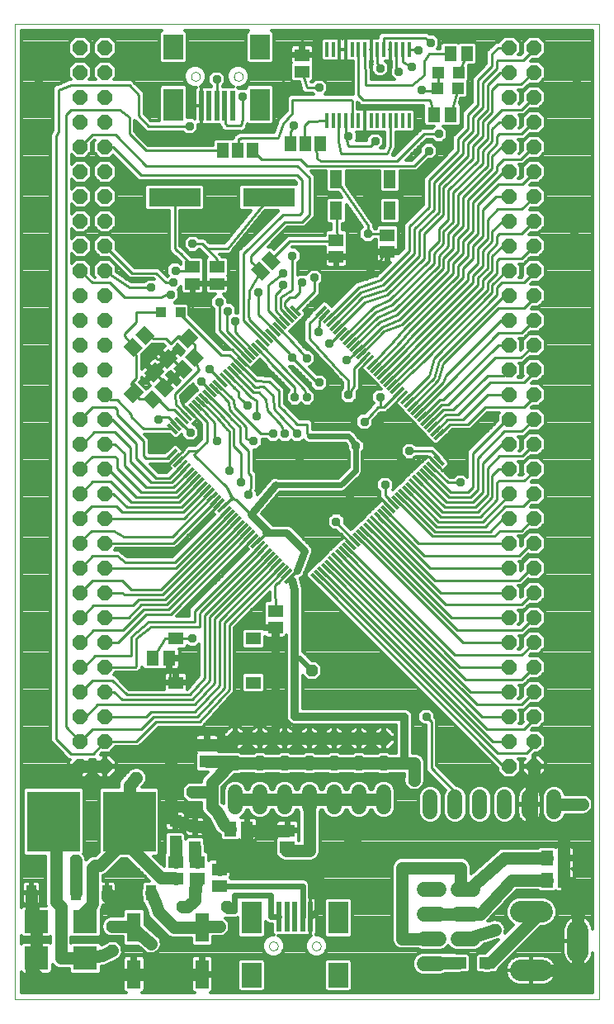
<source format=gtl>
G75*
%MOIN*%
%OFA0B0*%
%FSLAX24Y24*%
%IPPOS*%
%LPD*%
%AMOC8*
5,1,8,0,0,1.08239X$1,22.5*
%
%ADD10C,0.0000*%
%ADD11R,0.0531X0.0138*%
%ADD12R,0.0591X0.0512*%
%ADD13R,0.2126X0.2441*%
%ADD14R,0.0394X0.0630*%
%ADD15R,0.0945X0.0945*%
%ADD16R,0.0551X0.1181*%
%ADD17C,0.0600*%
%ADD18R,0.0787X0.0984*%
%ADD19R,0.0787X0.1299*%
%ADD20R,0.0197X0.1220*%
%ADD21C,0.0860*%
%ADD22R,0.0591X0.0472*%
%ADD23R,0.0512X0.0591*%
%ADD24R,0.0630X0.0551*%
%ADD25R,0.0394X0.0394*%
%ADD26R,0.2100X0.0760*%
%ADD27R,0.0512X0.0748*%
%ADD28R,0.0460X0.0630*%
%ADD29OC8,0.0600*%
%ADD30R,0.0472X0.0472*%
%ADD31R,0.0610X0.0512*%
%ADD32R,0.0157X0.0591*%
%ADD33C,0.0500*%
%ADD34OC8,0.0472*%
%ADD35C,0.0115*%
%ADD36C,0.0320*%
%ADD37OC8,0.0356*%
%ADD38C,0.0220*%
%ADD39C,0.0300*%
%ADD40C,0.0240*%
%ADD41C,0.0160*%
%ADD42OC8,0.0500*%
%ADD43C,0.0138*%
D10*
X000169Y001990D02*
X000169Y041360D01*
X023791Y041360D01*
X023791Y001990D01*
X000169Y001990D01*
X010445Y004155D02*
X010447Y004181D01*
X010453Y004207D01*
X010463Y004232D01*
X010476Y004255D01*
X010492Y004275D01*
X010512Y004293D01*
X010534Y004308D01*
X010557Y004320D01*
X010583Y004328D01*
X010609Y004332D01*
X010635Y004332D01*
X010661Y004328D01*
X010687Y004320D01*
X010711Y004308D01*
X010732Y004293D01*
X010752Y004275D01*
X010768Y004255D01*
X010781Y004232D01*
X010791Y004207D01*
X010797Y004181D01*
X010799Y004155D01*
X010797Y004129D01*
X010791Y004103D01*
X010781Y004078D01*
X010768Y004055D01*
X010752Y004035D01*
X010732Y004017D01*
X010710Y004002D01*
X010687Y003990D01*
X010661Y003982D01*
X010635Y003978D01*
X010609Y003978D01*
X010583Y003982D01*
X010557Y003990D01*
X010533Y004002D01*
X010512Y004017D01*
X010492Y004035D01*
X010476Y004055D01*
X010463Y004078D01*
X010453Y004103D01*
X010447Y004129D01*
X010445Y004155D01*
X012177Y004155D02*
X012179Y004181D01*
X012185Y004207D01*
X012195Y004232D01*
X012208Y004255D01*
X012224Y004275D01*
X012244Y004293D01*
X012266Y004308D01*
X012289Y004320D01*
X012315Y004328D01*
X012341Y004332D01*
X012367Y004332D01*
X012393Y004328D01*
X012419Y004320D01*
X012443Y004308D01*
X012464Y004293D01*
X012484Y004275D01*
X012500Y004255D01*
X012513Y004232D01*
X012523Y004207D01*
X012529Y004181D01*
X012531Y004155D01*
X012529Y004129D01*
X012523Y004103D01*
X012513Y004078D01*
X012500Y004055D01*
X012484Y004035D01*
X012464Y004017D01*
X012442Y004002D01*
X012419Y003990D01*
X012393Y003982D01*
X012367Y003978D01*
X012341Y003978D01*
X012315Y003982D01*
X012289Y003990D01*
X012265Y004002D01*
X012244Y004017D01*
X012224Y004035D01*
X012208Y004055D01*
X012195Y004078D01*
X012185Y004103D01*
X012179Y004129D01*
X012177Y004155D01*
X009027Y039254D02*
X009029Y039280D01*
X009035Y039306D01*
X009045Y039331D01*
X009058Y039354D01*
X009074Y039374D01*
X009094Y039392D01*
X009116Y039407D01*
X009139Y039419D01*
X009165Y039427D01*
X009191Y039431D01*
X009217Y039431D01*
X009243Y039427D01*
X009269Y039419D01*
X009293Y039407D01*
X009314Y039392D01*
X009334Y039374D01*
X009350Y039354D01*
X009363Y039331D01*
X009373Y039306D01*
X009379Y039280D01*
X009381Y039254D01*
X009379Y039228D01*
X009373Y039202D01*
X009363Y039177D01*
X009350Y039154D01*
X009334Y039134D01*
X009314Y039116D01*
X009292Y039101D01*
X009269Y039089D01*
X009243Y039081D01*
X009217Y039077D01*
X009191Y039077D01*
X009165Y039081D01*
X009139Y039089D01*
X009115Y039101D01*
X009094Y039116D01*
X009074Y039134D01*
X009058Y039154D01*
X009045Y039177D01*
X009035Y039202D01*
X009029Y039228D01*
X009027Y039254D01*
X007295Y039254D02*
X007297Y039280D01*
X007303Y039306D01*
X007313Y039331D01*
X007326Y039354D01*
X007342Y039374D01*
X007362Y039392D01*
X007384Y039407D01*
X007407Y039419D01*
X007433Y039427D01*
X007459Y039431D01*
X007485Y039431D01*
X007511Y039427D01*
X007537Y039419D01*
X007561Y039407D01*
X007582Y039392D01*
X007602Y039374D01*
X007618Y039354D01*
X007631Y039331D01*
X007641Y039306D01*
X007647Y039280D01*
X007649Y039254D01*
X007647Y039228D01*
X007641Y039202D01*
X007631Y039177D01*
X007618Y039154D01*
X007602Y039134D01*
X007582Y039116D01*
X007560Y039101D01*
X007537Y039089D01*
X007511Y039081D01*
X007485Y039077D01*
X007459Y039077D01*
X007433Y039081D01*
X007407Y039089D01*
X007383Y039101D01*
X007362Y039116D01*
X007342Y039134D01*
X007326Y039154D01*
X007313Y039177D01*
X007303Y039202D01*
X007297Y039228D01*
X007295Y039254D01*
D11*
G36*
X011653Y029568D02*
X011287Y029950D01*
X011387Y030046D01*
X011753Y029664D01*
X011653Y029568D01*
G37*
G36*
X011511Y029431D02*
X011145Y029813D01*
X011245Y029909D01*
X011611Y029527D01*
X011511Y029431D01*
G37*
G36*
X011369Y029295D02*
X011003Y029677D01*
X011103Y029773D01*
X011469Y029391D01*
X011369Y029295D01*
G37*
G36*
X011227Y029159D02*
X010861Y029541D01*
X010961Y029637D01*
X011327Y029255D01*
X011227Y029159D01*
G37*
G36*
X011085Y029023D02*
X010719Y029405D01*
X010819Y029501D01*
X011185Y029119D01*
X011085Y029023D01*
G37*
G36*
X010942Y028886D02*
X010576Y029268D01*
X010676Y029364D01*
X011042Y028982D01*
X010942Y028886D01*
G37*
G36*
X010800Y028750D02*
X010434Y029132D01*
X010534Y029228D01*
X010900Y028846D01*
X010800Y028750D01*
G37*
G36*
X010658Y028614D02*
X010292Y028996D01*
X010392Y029092D01*
X010758Y028710D01*
X010658Y028614D01*
G37*
G36*
X010516Y028478D02*
X010150Y028860D01*
X010250Y028956D01*
X010616Y028574D01*
X010516Y028478D01*
G37*
G36*
X010374Y028341D02*
X010008Y028723D01*
X010108Y028819D01*
X010474Y028437D01*
X010374Y028341D01*
G37*
G36*
X010232Y028205D02*
X009866Y028587D01*
X009966Y028683D01*
X010332Y028301D01*
X010232Y028205D01*
G37*
G36*
X010090Y028069D02*
X009724Y028451D01*
X009824Y028547D01*
X010190Y028165D01*
X010090Y028069D01*
G37*
G36*
X009948Y027933D02*
X009582Y028315D01*
X009682Y028411D01*
X010048Y028029D01*
X009948Y027933D01*
G37*
G36*
X009806Y027796D02*
X009440Y028178D01*
X009540Y028274D01*
X009906Y027892D01*
X009806Y027796D01*
G37*
G36*
X009664Y027660D02*
X009298Y028042D01*
X009398Y028138D01*
X009764Y027756D01*
X009664Y027660D01*
G37*
G36*
X009522Y027524D02*
X009156Y027906D01*
X009256Y028002D01*
X009622Y027620D01*
X009522Y027524D01*
G37*
G36*
X009380Y027388D02*
X009014Y027770D01*
X009114Y027866D01*
X009480Y027484D01*
X009380Y027388D01*
G37*
G36*
X009237Y027251D02*
X008871Y027633D01*
X008971Y027729D01*
X009337Y027347D01*
X009237Y027251D01*
G37*
G36*
X009095Y027115D02*
X008729Y027497D01*
X008829Y027593D01*
X009195Y027211D01*
X009095Y027115D01*
G37*
G36*
X008953Y026979D02*
X008587Y027361D01*
X008687Y027457D01*
X009053Y027075D01*
X008953Y026979D01*
G37*
G36*
X008811Y026843D02*
X008445Y027225D01*
X008545Y027321D01*
X008911Y026939D01*
X008811Y026843D01*
G37*
G36*
X008669Y026706D02*
X008303Y027088D01*
X008403Y027184D01*
X008769Y026802D01*
X008669Y026706D01*
G37*
G36*
X008527Y026570D02*
X008161Y026952D01*
X008261Y027048D01*
X008627Y026666D01*
X008527Y026570D01*
G37*
G36*
X008385Y026434D02*
X008019Y026816D01*
X008119Y026912D01*
X008485Y026530D01*
X008385Y026434D01*
G37*
G36*
X008243Y026298D02*
X007877Y026680D01*
X007977Y026776D01*
X008343Y026394D01*
X008243Y026298D01*
G37*
G36*
X008101Y026161D02*
X007735Y026543D01*
X007835Y026639D01*
X008201Y026257D01*
X008101Y026161D01*
G37*
G36*
X007959Y026025D02*
X007593Y026407D01*
X007693Y026503D01*
X008059Y026121D01*
X007959Y026025D01*
G37*
G36*
X007817Y025889D02*
X007451Y026271D01*
X007551Y026367D01*
X007917Y025985D01*
X007817Y025889D01*
G37*
G36*
X007675Y025753D02*
X007309Y026135D01*
X007409Y026231D01*
X007775Y025849D01*
X007675Y025753D01*
G37*
G36*
X007533Y025616D02*
X007167Y025998D01*
X007267Y026094D01*
X007633Y025712D01*
X007533Y025616D01*
G37*
G36*
X007390Y025480D02*
X007024Y025862D01*
X007124Y025958D01*
X007490Y025576D01*
X007390Y025480D01*
G37*
G36*
X007248Y025344D02*
X006882Y025726D01*
X006982Y025822D01*
X007348Y025440D01*
X007248Y025344D01*
G37*
G36*
X007106Y025208D02*
X006740Y025590D01*
X006840Y025686D01*
X007206Y025304D01*
X007106Y025208D01*
G37*
G36*
X006964Y025071D02*
X006598Y025453D01*
X006698Y025549D01*
X007064Y025167D01*
X006964Y025071D01*
G37*
G36*
X006822Y024935D02*
X006456Y025317D01*
X006556Y025413D01*
X006922Y025031D01*
X006822Y024935D01*
G37*
G36*
X006680Y024799D02*
X006314Y025181D01*
X006414Y025277D01*
X006780Y024895D01*
X006680Y024799D01*
G37*
G36*
X006764Y024127D02*
X006382Y023761D01*
X006286Y023861D01*
X006668Y024227D01*
X006764Y024127D01*
G37*
G36*
X006900Y023985D02*
X006518Y023619D01*
X006422Y023719D01*
X006804Y024085D01*
X006900Y023985D01*
G37*
G36*
X007037Y023843D02*
X006655Y023477D01*
X006559Y023577D01*
X006941Y023943D01*
X007037Y023843D01*
G37*
G36*
X007173Y023701D02*
X006791Y023335D01*
X006695Y023435D01*
X007077Y023801D01*
X007173Y023701D01*
G37*
G36*
X007309Y023559D02*
X006927Y023193D01*
X006831Y023293D01*
X007213Y023659D01*
X007309Y023559D01*
G37*
G36*
X007445Y023417D02*
X007063Y023051D01*
X006967Y023151D01*
X007349Y023517D01*
X007445Y023417D01*
G37*
G36*
X007582Y023275D02*
X007200Y022909D01*
X007104Y023009D01*
X007486Y023375D01*
X007582Y023275D01*
G37*
G36*
X007718Y023133D02*
X007336Y022767D01*
X007240Y022867D01*
X007622Y023233D01*
X007718Y023133D01*
G37*
G36*
X007854Y022991D02*
X007472Y022625D01*
X007376Y022725D01*
X007758Y023091D01*
X007854Y022991D01*
G37*
G36*
X007990Y022849D02*
X007608Y022483D01*
X007512Y022583D01*
X007894Y022949D01*
X007990Y022849D01*
G37*
G36*
X008127Y022706D02*
X007745Y022340D01*
X007649Y022440D01*
X008031Y022806D01*
X008127Y022706D01*
G37*
G36*
X008263Y022564D02*
X007881Y022198D01*
X007785Y022298D01*
X008167Y022664D01*
X008263Y022564D01*
G37*
G36*
X008399Y022422D02*
X008017Y022056D01*
X007921Y022156D01*
X008303Y022522D01*
X008399Y022422D01*
G37*
G36*
X008535Y022280D02*
X008153Y021914D01*
X008057Y022014D01*
X008439Y022380D01*
X008535Y022280D01*
G37*
G36*
X008672Y022138D02*
X008290Y021772D01*
X008194Y021872D01*
X008576Y022238D01*
X008672Y022138D01*
G37*
G36*
X008808Y021996D02*
X008426Y021630D01*
X008330Y021730D01*
X008712Y022096D01*
X008808Y021996D01*
G37*
G36*
X008944Y021854D02*
X008562Y021488D01*
X008466Y021588D01*
X008848Y021954D01*
X008944Y021854D01*
G37*
G36*
X009080Y021712D02*
X008698Y021346D01*
X008602Y021446D01*
X008984Y021812D01*
X009080Y021712D01*
G37*
G36*
X009217Y021570D02*
X008835Y021204D01*
X008739Y021304D01*
X009121Y021670D01*
X009217Y021570D01*
G37*
G36*
X009353Y021428D02*
X008971Y021062D01*
X008875Y021162D01*
X009257Y021528D01*
X009353Y021428D01*
G37*
G36*
X009489Y021286D02*
X009107Y020920D01*
X009011Y021020D01*
X009393Y021386D01*
X009489Y021286D01*
G37*
G36*
X009625Y021144D02*
X009243Y020778D01*
X009147Y020878D01*
X009529Y021244D01*
X009625Y021144D01*
G37*
G36*
X009762Y021002D02*
X009380Y020636D01*
X009284Y020736D01*
X009666Y021102D01*
X009762Y021002D01*
G37*
G36*
X009898Y020859D02*
X009516Y020493D01*
X009420Y020593D01*
X009802Y020959D01*
X009898Y020859D01*
G37*
G36*
X010034Y020717D02*
X009652Y020351D01*
X009556Y020451D01*
X009938Y020817D01*
X010034Y020717D01*
G37*
G36*
X010170Y020575D02*
X009788Y020209D01*
X009692Y020309D01*
X010074Y020675D01*
X010170Y020575D01*
G37*
G36*
X010307Y020433D02*
X009925Y020067D01*
X009829Y020167D01*
X010211Y020533D01*
X010307Y020433D01*
G37*
G36*
X010443Y020291D02*
X010061Y019925D01*
X009965Y020025D01*
X010347Y020391D01*
X010443Y020291D01*
G37*
G36*
X010579Y020149D02*
X010197Y019783D01*
X010101Y019883D01*
X010483Y020249D01*
X010579Y020149D01*
G37*
G36*
X010715Y020007D02*
X010333Y019641D01*
X010237Y019741D01*
X010619Y020107D01*
X010715Y020007D01*
G37*
G36*
X010852Y019865D02*
X010470Y019499D01*
X010374Y019599D01*
X010756Y019965D01*
X010852Y019865D01*
G37*
G36*
X010988Y019723D02*
X010606Y019357D01*
X010510Y019457D01*
X010892Y019823D01*
X010988Y019723D01*
G37*
G36*
X011124Y019581D02*
X010742Y019215D01*
X010646Y019315D01*
X011028Y019681D01*
X011124Y019581D01*
G37*
G36*
X011260Y019439D02*
X010878Y019073D01*
X010782Y019173D01*
X011164Y019539D01*
X011260Y019439D01*
G37*
G36*
X011397Y019297D02*
X011015Y018931D01*
X010919Y019031D01*
X011301Y019397D01*
X011397Y019297D01*
G37*
G36*
X011533Y019154D02*
X011151Y018788D01*
X011055Y018888D01*
X011437Y019254D01*
X011533Y019154D01*
G37*
G36*
X012205Y019239D02*
X012571Y018857D01*
X012471Y018761D01*
X012105Y019143D01*
X012205Y019239D01*
G37*
G36*
X012347Y019375D02*
X012713Y018993D01*
X012613Y018897D01*
X012247Y019279D01*
X012347Y019375D01*
G37*
G36*
X012489Y019511D02*
X012855Y019129D01*
X012755Y019033D01*
X012389Y019415D01*
X012489Y019511D01*
G37*
G36*
X012631Y019647D02*
X012997Y019265D01*
X012897Y019169D01*
X012531Y019551D01*
X012631Y019647D01*
G37*
G36*
X012773Y019784D02*
X013139Y019402D01*
X013039Y019306D01*
X012673Y019688D01*
X012773Y019784D01*
G37*
G36*
X012915Y019920D02*
X013281Y019538D01*
X013181Y019442D01*
X012815Y019824D01*
X012915Y019920D01*
G37*
G36*
X013057Y020056D02*
X013423Y019674D01*
X013323Y019578D01*
X012957Y019960D01*
X013057Y020056D01*
G37*
G36*
X013199Y020192D02*
X013565Y019810D01*
X013465Y019714D01*
X013099Y020096D01*
X013199Y020192D01*
G37*
G36*
X013341Y020329D02*
X013707Y019947D01*
X013607Y019851D01*
X013241Y020233D01*
X013341Y020329D01*
G37*
G36*
X013483Y020465D02*
X013849Y020083D01*
X013749Y019987D01*
X013383Y020369D01*
X013483Y020465D01*
G37*
G36*
X013625Y020601D02*
X013991Y020219D01*
X013891Y020123D01*
X013525Y020505D01*
X013625Y020601D01*
G37*
G36*
X013768Y020737D02*
X014134Y020355D01*
X014034Y020259D01*
X013668Y020641D01*
X013768Y020737D01*
G37*
G36*
X013910Y020874D02*
X014276Y020492D01*
X014176Y020396D01*
X013810Y020778D01*
X013910Y020874D01*
G37*
G36*
X014052Y021010D02*
X014418Y020628D01*
X014318Y020532D01*
X013952Y020914D01*
X014052Y021010D01*
G37*
G36*
X014194Y021146D02*
X014560Y020764D01*
X014460Y020668D01*
X014094Y021050D01*
X014194Y021146D01*
G37*
G36*
X014336Y021282D02*
X014702Y020900D01*
X014602Y020804D01*
X014236Y021186D01*
X014336Y021282D01*
G37*
G36*
X014478Y021419D02*
X014844Y021037D01*
X014744Y020941D01*
X014378Y021323D01*
X014478Y021419D01*
G37*
G36*
X014620Y021555D02*
X014986Y021173D01*
X014886Y021077D01*
X014520Y021459D01*
X014620Y021555D01*
G37*
G36*
X014762Y021691D02*
X015128Y021309D01*
X015028Y021213D01*
X014662Y021595D01*
X014762Y021691D01*
G37*
G36*
X014904Y021827D02*
X015270Y021445D01*
X015170Y021349D01*
X014804Y021731D01*
X014904Y021827D01*
G37*
G36*
X015046Y021964D02*
X015412Y021582D01*
X015312Y021486D01*
X014946Y021868D01*
X015046Y021964D01*
G37*
G36*
X015188Y022100D02*
X015554Y021718D01*
X015454Y021622D01*
X015088Y022004D01*
X015188Y022100D01*
G37*
G36*
X015330Y022236D02*
X015696Y021854D01*
X015596Y021758D01*
X015230Y022140D01*
X015330Y022236D01*
G37*
G36*
X015472Y022372D02*
X015838Y021990D01*
X015738Y021894D01*
X015372Y022276D01*
X015472Y022372D01*
G37*
G36*
X015615Y022509D02*
X015981Y022127D01*
X015881Y022031D01*
X015515Y022413D01*
X015615Y022509D01*
G37*
G36*
X015757Y022645D02*
X016123Y022263D01*
X016023Y022167D01*
X015657Y022549D01*
X015757Y022645D01*
G37*
G36*
X015899Y022781D02*
X016265Y022399D01*
X016165Y022303D01*
X015799Y022685D01*
X015899Y022781D01*
G37*
G36*
X016041Y022917D02*
X016407Y022535D01*
X016307Y022439D01*
X015941Y022821D01*
X016041Y022917D01*
G37*
G36*
X016183Y023054D02*
X016549Y022672D01*
X016449Y022576D01*
X016083Y022958D01*
X016183Y023054D01*
G37*
G36*
X016325Y023190D02*
X016691Y022808D01*
X016591Y022712D01*
X016225Y023094D01*
X016325Y023190D01*
G37*
G36*
X016467Y023326D02*
X016833Y022944D01*
X016733Y022848D01*
X016367Y023230D01*
X016467Y023326D01*
G37*
G36*
X016609Y023462D02*
X016975Y023080D01*
X016875Y022984D01*
X016509Y023366D01*
X016609Y023462D01*
G37*
G36*
X016751Y023599D02*
X017117Y023217D01*
X017017Y023121D01*
X016651Y023503D01*
X016751Y023599D01*
G37*
G36*
X016893Y023735D02*
X017259Y023353D01*
X017159Y023257D01*
X016793Y023639D01*
X016893Y023735D01*
G37*
G36*
X017035Y023871D02*
X017401Y023489D01*
X017301Y023393D01*
X016935Y023775D01*
X017035Y023871D01*
G37*
G36*
X017177Y024007D02*
X017543Y023625D01*
X017443Y023529D01*
X017077Y023911D01*
X017177Y024007D01*
G37*
G36*
X017093Y024679D02*
X017475Y025045D01*
X017571Y024945D01*
X017189Y024579D01*
X017093Y024679D01*
G37*
G36*
X016957Y024821D02*
X017339Y025187D01*
X017435Y025087D01*
X017053Y024721D01*
X016957Y024821D01*
G37*
G36*
X016821Y024963D02*
X017203Y025329D01*
X017299Y025229D01*
X016917Y024863D01*
X016821Y024963D01*
G37*
G36*
X016685Y025105D02*
X017067Y025471D01*
X017163Y025371D01*
X016781Y025005D01*
X016685Y025105D01*
G37*
G36*
X016548Y025247D02*
X016930Y025613D01*
X017026Y025513D01*
X016644Y025147D01*
X016548Y025247D01*
G37*
G36*
X016412Y025389D02*
X016794Y025755D01*
X016890Y025655D01*
X016508Y025289D01*
X016412Y025389D01*
G37*
G36*
X016276Y025532D02*
X016658Y025898D01*
X016754Y025798D01*
X016372Y025432D01*
X016276Y025532D01*
G37*
G36*
X016140Y025674D02*
X016522Y026040D01*
X016618Y025940D01*
X016236Y025574D01*
X016140Y025674D01*
G37*
G36*
X016003Y025816D02*
X016385Y026182D01*
X016481Y026082D01*
X016099Y025716D01*
X016003Y025816D01*
G37*
G36*
X015867Y025958D02*
X016249Y026324D01*
X016345Y026224D01*
X015963Y025858D01*
X015867Y025958D01*
G37*
G36*
X015731Y026100D02*
X016113Y026466D01*
X016209Y026366D01*
X015827Y026000D01*
X015731Y026100D01*
G37*
G36*
X015595Y026242D02*
X015977Y026608D01*
X016073Y026508D01*
X015691Y026142D01*
X015595Y026242D01*
G37*
G36*
X015458Y026384D02*
X015840Y026750D01*
X015936Y026650D01*
X015554Y026284D01*
X015458Y026384D01*
G37*
G36*
X015322Y026526D02*
X015704Y026892D01*
X015800Y026792D01*
X015418Y026426D01*
X015322Y026526D01*
G37*
G36*
X015186Y026668D02*
X015568Y027034D01*
X015664Y026934D01*
X015282Y026568D01*
X015186Y026668D01*
G37*
G36*
X015050Y026810D02*
X015432Y027176D01*
X015528Y027076D01*
X015146Y026710D01*
X015050Y026810D01*
G37*
G36*
X014913Y026952D02*
X015295Y027318D01*
X015391Y027218D01*
X015009Y026852D01*
X014913Y026952D01*
G37*
G36*
X014777Y027094D02*
X015159Y027460D01*
X015255Y027360D01*
X014873Y026994D01*
X014777Y027094D01*
G37*
G36*
X014641Y027236D02*
X015023Y027602D01*
X015119Y027502D01*
X014737Y027136D01*
X014641Y027236D01*
G37*
G36*
X014505Y027379D02*
X014887Y027745D01*
X014983Y027645D01*
X014601Y027279D01*
X014505Y027379D01*
G37*
G36*
X014368Y027521D02*
X014750Y027887D01*
X014846Y027787D01*
X014464Y027421D01*
X014368Y027521D01*
G37*
G36*
X014232Y027663D02*
X014614Y028029D01*
X014710Y027929D01*
X014328Y027563D01*
X014232Y027663D01*
G37*
G36*
X014096Y027805D02*
X014478Y028171D01*
X014574Y028071D01*
X014192Y027705D01*
X014096Y027805D01*
G37*
G36*
X013960Y027947D02*
X014342Y028313D01*
X014438Y028213D01*
X014056Y027847D01*
X013960Y027947D01*
G37*
G36*
X013823Y028089D02*
X014205Y028455D01*
X014301Y028355D01*
X013919Y027989D01*
X013823Y028089D01*
G37*
G36*
X013687Y028231D02*
X014069Y028597D01*
X014165Y028497D01*
X013783Y028131D01*
X013687Y028231D01*
G37*
G36*
X013551Y028373D02*
X013933Y028739D01*
X014029Y028639D01*
X013647Y028273D01*
X013551Y028373D01*
G37*
G36*
X013415Y028515D02*
X013797Y028881D01*
X013893Y028781D01*
X013511Y028415D01*
X013415Y028515D01*
G37*
G36*
X013278Y028657D02*
X013660Y029023D01*
X013756Y028923D01*
X013374Y028557D01*
X013278Y028657D01*
G37*
G36*
X013142Y028799D02*
X013524Y029165D01*
X013620Y029065D01*
X013238Y028699D01*
X013142Y028799D01*
G37*
G36*
X013006Y028941D02*
X013388Y029307D01*
X013484Y029207D01*
X013102Y028841D01*
X013006Y028941D01*
G37*
G36*
X012870Y029083D02*
X013252Y029449D01*
X013348Y029349D01*
X012966Y028983D01*
X012870Y029083D01*
G37*
G36*
X012733Y029226D02*
X013115Y029592D01*
X013211Y029492D01*
X012829Y029126D01*
X012733Y029226D01*
G37*
G36*
X012597Y029368D02*
X012979Y029734D01*
X013075Y029634D01*
X012693Y029268D01*
X012597Y029368D01*
G37*
G36*
X012461Y029510D02*
X012843Y029876D01*
X012939Y029776D01*
X012557Y029410D01*
X012461Y029510D01*
G37*
G36*
X012325Y029652D02*
X012707Y030018D01*
X012803Y029918D01*
X012421Y029552D01*
X012325Y029652D01*
G37*
D12*
X013161Y031970D03*
X013161Y032639D03*
X015228Y032836D03*
X015228Y032167D03*
X011783Y039450D03*
X011783Y040120D03*
X008338Y031557D03*
X008338Y030887D03*
X007354Y030887D03*
X007354Y031557D03*
X010700Y017679D03*
X010700Y017009D03*
X007944Y012265D03*
X007944Y011596D03*
X007551Y007541D03*
X007551Y006872D03*
X006665Y006872D03*
X006665Y007541D03*
X008437Y007246D03*
X008437Y006576D03*
X011193Y008151D03*
X011193Y008820D03*
D13*
X004795Y009175D03*
X001744Y009175D03*
D14*
X002641Y006301D03*
X003897Y006301D03*
X005693Y006301D03*
X000846Y006301D03*
D15*
X001055Y005139D03*
X001055Y003663D03*
X003023Y003663D03*
X003023Y005139D03*
D16*
X004992Y004903D03*
X004992Y003013D03*
X007748Y003013D03*
X007748Y004903D03*
D17*
X009078Y009761D02*
X009078Y010361D01*
X010078Y010361D02*
X010078Y009761D01*
X011078Y009761D02*
X011078Y010361D01*
X012078Y010361D02*
X012078Y009761D01*
X013078Y009761D02*
X013078Y010361D01*
X014078Y010361D02*
X014078Y009761D01*
X015078Y009761D02*
X015078Y010361D01*
X016960Y010164D02*
X016960Y009564D01*
X017960Y009564D02*
X017960Y010164D01*
X018960Y010164D02*
X018960Y009564D01*
X019960Y009564D02*
X019960Y010164D01*
X020960Y010164D02*
X020960Y009564D01*
X021960Y009564D02*
X021960Y010164D01*
X018678Y006435D02*
X018078Y006435D01*
X018078Y005435D02*
X018678Y005435D01*
X018678Y004435D02*
X018078Y004435D01*
X017300Y004443D02*
X016700Y004443D01*
X016700Y003443D02*
X017300Y003443D01*
X017300Y005443D02*
X016700Y005443D01*
X016700Y006443D02*
X017300Y006443D01*
D18*
X013240Y002974D03*
X009736Y002974D03*
X010090Y040435D03*
X006586Y040435D03*
D19*
X006586Y038112D03*
X010090Y038112D03*
X009736Y005297D03*
X013240Y005297D03*
D20*
X012118Y005336D03*
X011803Y005336D03*
X011488Y005336D03*
X011173Y005336D03*
X010858Y005336D03*
X008968Y038072D03*
X008653Y038072D03*
X008338Y038072D03*
X008023Y038072D03*
X007708Y038072D03*
D21*
X020605Y005533D02*
X021465Y005533D01*
X022925Y004782D02*
X022925Y003922D01*
X021465Y003171D02*
X020605Y003171D01*
D22*
X019244Y003466D03*
X018102Y003466D03*
D23*
X021685Y006813D03*
X021685Y007698D03*
X022354Y007698D03*
X022354Y006813D03*
X009559Y008880D03*
X008889Y008880D03*
X006409Y015769D03*
X005740Y015769D03*
G36*
X006128Y026199D02*
X005766Y025837D01*
X005350Y026253D01*
X005712Y026615D01*
X006128Y026199D01*
G37*
G36*
X006602Y026672D02*
X006240Y026310D01*
X005824Y026726D01*
X006186Y027088D01*
X006602Y026672D01*
G37*
G36*
X007350Y027415D02*
X006988Y027053D01*
X006572Y027469D01*
X006934Y027831D01*
X007350Y027415D01*
G37*
G36*
X007823Y027888D02*
X007461Y027526D01*
X007045Y027942D01*
X007407Y028304D01*
X007823Y027888D01*
G37*
G36*
X005036Y028828D02*
X005398Y029190D01*
X005814Y028774D01*
X005452Y028412D01*
X005036Y028828D01*
G37*
G36*
X004563Y028355D02*
X004925Y028717D01*
X005341Y028301D01*
X004979Y027939D01*
X004563Y028355D01*
G37*
X017118Y037718D03*
X017787Y037718D03*
X017767Y040159D03*
X018437Y040159D03*
D24*
G36*
X006764Y028659D02*
X007209Y029104D01*
X007598Y028715D01*
X007153Y028270D01*
X006764Y028659D01*
G37*
G36*
X006763Y027880D02*
X006318Y027435D01*
X005929Y027824D01*
X006374Y028269D01*
X006763Y027880D01*
G37*
G36*
X005386Y027281D02*
X005831Y027726D01*
X006220Y027337D01*
X005775Y026892D01*
X005386Y027281D01*
G37*
G36*
X005385Y026502D02*
X004940Y026057D01*
X004551Y026446D01*
X004996Y026891D01*
X005385Y026502D01*
G37*
D25*
X006074Y029746D03*
X006862Y029746D03*
D26*
X006635Y034372D03*
X010435Y034372D03*
D27*
X013161Y033840D03*
X013161Y035100D03*
X015326Y035100D03*
X015326Y033840D03*
D28*
X012501Y036537D03*
X011901Y036537D03*
X011301Y036537D03*
X009785Y036261D03*
X009185Y036261D03*
X008585Y036261D03*
G36*
X010134Y031888D02*
X010459Y032213D01*
X010904Y031768D01*
X010579Y031443D01*
X010134Y031888D01*
G37*
G36*
X009710Y031464D02*
X010035Y031789D01*
X010480Y031344D01*
X010155Y031019D01*
X009710Y031464D01*
G37*
D29*
X003819Y031415D03*
X003819Y032415D03*
X003819Y033415D03*
X003819Y034415D03*
X003819Y035415D03*
X003819Y036415D03*
X003819Y037415D03*
X003819Y038415D03*
X003819Y039415D03*
X003819Y040415D03*
X002819Y040415D03*
X002819Y039415D03*
X002819Y038415D03*
X002819Y037415D03*
X002819Y036415D03*
X002819Y035415D03*
X002819Y034415D03*
X002819Y033415D03*
X002819Y032415D03*
X002819Y031415D03*
X002819Y030415D03*
X002819Y029415D03*
X002819Y028415D03*
X002819Y027415D03*
X002819Y026415D03*
X002819Y025415D03*
X002819Y024415D03*
X002819Y023415D03*
X002819Y022415D03*
X002819Y021415D03*
X002819Y020415D03*
X002819Y019415D03*
X002819Y018415D03*
X002819Y017415D03*
X002819Y016415D03*
X002819Y015415D03*
X002819Y014415D03*
X002819Y013415D03*
X002819Y012415D03*
X002819Y011415D03*
X003819Y011415D03*
X003819Y012415D03*
X003819Y013415D03*
X003819Y014415D03*
X003819Y015415D03*
X003819Y016415D03*
X003819Y017415D03*
X003819Y018415D03*
X003819Y019415D03*
X003819Y020415D03*
X003819Y021415D03*
X003819Y022415D03*
X003819Y023415D03*
X003819Y024415D03*
X003819Y025415D03*
X003819Y026415D03*
X003819Y027415D03*
X003819Y028415D03*
X003819Y029415D03*
X003819Y030415D03*
X009078Y012529D03*
X009078Y011529D03*
X010078Y011529D03*
X010078Y012529D03*
X011078Y012529D03*
X011078Y011529D03*
X012078Y011529D03*
X012078Y012529D03*
X013078Y012529D03*
X013078Y011529D03*
X014078Y011529D03*
X014078Y012529D03*
X015078Y012529D03*
X015078Y011529D03*
X020141Y011415D03*
X020141Y012415D03*
X020141Y013415D03*
X020141Y014415D03*
X020141Y015415D03*
X020141Y016415D03*
X020141Y017415D03*
X020141Y018415D03*
X020141Y019415D03*
X020141Y020415D03*
X020141Y021415D03*
X020141Y022415D03*
X020141Y023415D03*
X020141Y024415D03*
X020141Y025415D03*
X020141Y026415D03*
X020141Y027415D03*
X020141Y028415D03*
X020141Y029415D03*
X020141Y030415D03*
X020141Y031415D03*
X020141Y032415D03*
X020141Y033415D03*
X020141Y034415D03*
X020141Y035415D03*
X020141Y036415D03*
X020141Y037415D03*
X020141Y038415D03*
X020141Y039415D03*
X020141Y040415D03*
X021141Y040415D03*
X021141Y039415D03*
X021141Y038415D03*
X021141Y037415D03*
X021141Y036415D03*
X021141Y035415D03*
X021141Y034415D03*
X021141Y033415D03*
X021141Y032415D03*
X021141Y031415D03*
X021141Y030415D03*
X021141Y029415D03*
X021141Y028415D03*
X021141Y027415D03*
X021141Y026415D03*
X021141Y025415D03*
X021141Y024415D03*
X021141Y023415D03*
X021141Y022415D03*
X021141Y021415D03*
X021141Y020415D03*
X021141Y019415D03*
X021141Y018415D03*
X021141Y017415D03*
X021141Y016415D03*
X021141Y015415D03*
X021141Y014415D03*
X021141Y013415D03*
X021141Y012415D03*
X021141Y011415D03*
D30*
X007452Y008978D03*
X007452Y008151D03*
X006665Y008368D03*
X006665Y009194D03*
X017236Y038761D03*
X017275Y039411D03*
X018102Y039411D03*
X018063Y038761D03*
D31*
X009805Y016557D03*
X009805Y014785D03*
X006675Y014785D03*
X006675Y016557D03*
D32*
X012777Y037472D03*
X013033Y037472D03*
X013289Y037472D03*
X013545Y037472D03*
X013801Y037472D03*
X014057Y037472D03*
X014313Y037472D03*
X014569Y037472D03*
X014824Y037472D03*
X015080Y037472D03*
X015336Y037472D03*
X015592Y037472D03*
X015848Y037472D03*
X016104Y037472D03*
X016104Y040326D03*
X015848Y040326D03*
X015592Y040326D03*
X015336Y040326D03*
X015080Y040326D03*
X014824Y040326D03*
X014569Y040326D03*
X014313Y040326D03*
X014057Y040326D03*
X013801Y040326D03*
X013545Y040326D03*
X013289Y040326D03*
X013033Y040326D03*
X012777Y040326D03*
D33*
X013078Y012529D02*
X012078Y012529D01*
X011078Y012529D01*
X010700Y012529D01*
X010078Y012529D01*
X009078Y012529D01*
X008815Y012265D01*
X007944Y012265D01*
X007157Y012265D01*
X006665Y012757D01*
X006665Y012817D01*
X007000Y012265D02*
X006468Y011734D01*
X006468Y010061D01*
X006468Y009391D01*
X006665Y009194D01*
X007452Y008978D01*
X007472Y008958D01*
X007807Y008958D01*
X008043Y008683D01*
X008043Y008584D01*
X008925Y007702D01*
X008990Y007702D01*
X008437Y007246D01*
X008990Y007702D02*
X009559Y008171D01*
X009559Y008880D01*
X009795Y008820D01*
X011193Y008820D01*
X011193Y008151D02*
X011153Y007994D01*
X012078Y007994D01*
X012078Y010061D01*
X013078Y010061D01*
X014078Y010061D01*
X015078Y010061D01*
X015078Y011529D02*
X015917Y011529D01*
X016319Y011529D01*
X016311Y010848D01*
X015078Y011529D02*
X014078Y011529D01*
X013078Y011529D01*
X012078Y011529D01*
X011078Y011529D01*
X010078Y011529D01*
X009078Y011529D01*
X008921Y011529D01*
X008141Y010750D01*
X008141Y010257D01*
X008043Y010356D01*
X007354Y010356D01*
X008141Y010257D02*
X008141Y009765D01*
X008338Y009569D01*
X008633Y009037D01*
X008889Y008880D01*
X009559Y008171D02*
X009559Y008151D01*
X010307Y007108D01*
X012078Y007108D01*
X012374Y006616D01*
X012243Y006833D02*
X014192Y008781D01*
X020937Y008781D01*
X021035Y008880D01*
X021035Y009789D01*
X021035Y009939D01*
X021035Y010651D01*
X021133Y010750D01*
X021133Y011407D01*
X021141Y011415D01*
X021141Y010757D01*
X021133Y010750D01*
X021035Y009939D02*
X020960Y009864D01*
X021035Y009789D01*
X021035Y008880D02*
X021133Y008781D01*
X022216Y008781D01*
X022354Y008643D01*
X022354Y007698D01*
X022354Y006813D01*
X022925Y006242D01*
X022925Y004352D01*
X022925Y003171D01*
X021035Y003171D01*
X019401Y003506D02*
X021232Y005336D01*
X021035Y005533D01*
X021685Y006813D02*
X020248Y006813D01*
X018968Y005435D01*
X018378Y005435D01*
X017007Y005435D01*
X017000Y005443D01*
X017000Y004443D02*
X015819Y004443D01*
X015819Y007305D01*
X018181Y007305D01*
X018181Y006435D01*
X018378Y006435D01*
X018476Y006419D01*
X019952Y007698D01*
X021685Y007698D01*
X021960Y009864D02*
X023102Y009864D01*
X019574Y004809D02*
X018378Y004435D01*
X018102Y003466D02*
X017728Y003474D01*
X017059Y003466D01*
X016976Y003466D01*
X017000Y003443D01*
X019200Y003466D02*
X019244Y003466D01*
X019279Y003466D01*
X019291Y003466D01*
X019401Y003506D01*
X015078Y012529D02*
X014078Y012529D01*
X013078Y012529D01*
X012078Y010061D02*
X011078Y010061D01*
X010078Y010061D01*
X009078Y010061D01*
X009078Y011529D02*
X009011Y011596D01*
X007944Y011596D01*
X007157Y012265D02*
X007000Y012265D01*
X005090Y010946D02*
X004795Y010651D01*
X004795Y009175D01*
X004303Y008683D01*
X004303Y008092D01*
X004893Y008092D01*
X006074Y006911D01*
X006626Y006911D01*
X006665Y006872D01*
X006665Y007541D02*
X006665Y008368D01*
X007452Y008151D02*
X007452Y007639D01*
X007551Y007541D01*
X007551Y006872D02*
X007464Y006502D01*
X007448Y006124D01*
X007444Y006088D01*
X007448Y006033D01*
X007437Y006009D01*
X007157Y005738D01*
X006972Y005730D01*
X007157Y005730D01*
X007437Y006009D01*
X007452Y006025D01*
X007452Y006478D01*
X007551Y006872D01*
X006972Y005730D02*
X006960Y005730D01*
X006606Y004903D02*
X005976Y005533D01*
X005870Y005828D01*
X005693Y006301D01*
X004952Y004943D02*
X004992Y004903D01*
X004992Y004844D01*
X005681Y004254D01*
X004952Y004943D02*
X004106Y004943D01*
X004303Y005730D02*
X003897Y006135D01*
X003897Y006301D01*
X003614Y007403D02*
X003417Y007403D01*
X003311Y007297D01*
X003311Y005868D01*
X003279Y005836D01*
X003279Y005805D01*
X003220Y005746D01*
X003220Y005730D01*
X002826Y005336D01*
X003023Y005139D01*
X002641Y006301D02*
X002641Y007194D01*
X002630Y007600D01*
X001842Y008486D02*
X001744Y009175D01*
X001842Y008486D02*
X001842Y005927D01*
X002039Y005730D01*
X002039Y003663D01*
X003023Y003663D01*
X003712Y003761D01*
X004106Y003958D01*
X004244Y003013D02*
X003909Y002679D01*
X001941Y002679D01*
X001350Y002679D01*
X000858Y003171D01*
X001055Y003663D01*
X001055Y005139D01*
X000846Y005545D01*
X000846Y006301D01*
X001448Y010946D02*
X002350Y010946D01*
X002819Y011415D01*
X003819Y011415D01*
X004303Y008092D02*
X003614Y007403D01*
X004244Y003013D02*
X004992Y003013D01*
X007748Y003013D01*
X007748Y004903D02*
X007551Y004943D01*
X008437Y004943D01*
X007748Y004903D02*
X006606Y004903D01*
D34*
X006960Y005730D03*
X008437Y004943D03*
X008732Y005730D03*
X007354Y010356D03*
X006468Y010061D03*
X005090Y010946D03*
X006665Y012817D03*
X002630Y007600D03*
X004303Y005730D03*
X004106Y004943D03*
X004106Y003958D03*
X005681Y004254D03*
X001941Y002679D03*
X012078Y007994D03*
X012177Y015277D03*
X016311Y010848D03*
X019574Y004809D03*
X023102Y009864D03*
D35*
X020838Y011931D02*
X021141Y012234D01*
X021141Y012415D01*
X020838Y011931D02*
X019685Y011931D01*
X012480Y019136D01*
X012622Y019272D02*
X019479Y012415D01*
X020141Y012415D01*
X020740Y012915D02*
X021141Y013317D01*
X021141Y013415D01*
X020740Y012915D02*
X019257Y012915D01*
X012764Y019408D01*
X012906Y019545D02*
X019036Y013415D01*
X020141Y013415D01*
X020641Y013899D02*
X021141Y014399D01*
X021141Y014415D01*
X020649Y014911D02*
X021141Y015403D01*
X021141Y015415D01*
X020661Y015899D02*
X021141Y016380D01*
X021141Y016415D01*
X020630Y016899D02*
X021141Y017411D01*
X021141Y017415D01*
X020641Y017935D02*
X021122Y018415D01*
X021141Y018415D01*
X020641Y017935D02*
X017578Y017935D01*
X014469Y021043D01*
X014327Y020907D02*
X017819Y017415D01*
X020141Y017415D01*
X020630Y016899D02*
X018056Y016899D01*
X014185Y020771D01*
X014043Y020635D02*
X018262Y016415D01*
X020141Y016415D01*
X020661Y015899D02*
X017943Y015899D01*
X013616Y020226D01*
X013474Y020090D02*
X018149Y015415D01*
X020141Y015415D01*
X020649Y014911D02*
X018375Y014911D01*
X013332Y019953D01*
X013190Y019817D02*
X018592Y014415D01*
X020141Y014415D01*
X020641Y013899D02*
X018830Y013899D01*
X013048Y019681D01*
X013758Y020362D02*
X013332Y020789D01*
X012964Y020789D01*
X013161Y021238D02*
X013901Y020498D01*
X014611Y021180D02*
X017376Y018415D01*
X020141Y018415D01*
X020543Y018919D02*
X021039Y019415D01*
X021141Y019415D01*
X020543Y019903D02*
X021055Y020415D01*
X021141Y020415D01*
X020630Y020919D02*
X021126Y021415D01*
X021141Y021415D01*
X020700Y021907D02*
X021141Y022348D01*
X021141Y022415D01*
X020759Y022935D02*
X021141Y023317D01*
X021141Y023415D01*
X020759Y022935D02*
X019736Y022935D01*
X019657Y022856D01*
X019657Y022167D01*
X018968Y021478D01*
X017374Y021478D01*
X016174Y022678D01*
X016032Y022542D02*
X017293Y021281D01*
X019067Y021281D01*
X020141Y022356D01*
X020141Y022415D01*
X019988Y021907D02*
X020700Y021907D01*
X020141Y021415D02*
X019889Y021415D01*
X019362Y020887D01*
X017130Y020887D01*
X015748Y022270D01*
X015890Y022406D02*
X017211Y021084D01*
X019165Y021084D01*
X019988Y021907D01*
X019460Y022265D02*
X019460Y023151D01*
X019724Y023415D01*
X020141Y023415D01*
X019744Y023927D02*
X020665Y023927D01*
X021141Y024403D01*
X021141Y024415D01*
X020641Y024923D02*
X021133Y025415D01*
X021141Y025415D01*
X020740Y025907D02*
X021141Y026309D01*
X021141Y026415D01*
X020740Y026891D02*
X021141Y027293D01*
X021141Y027415D01*
X020740Y026891D02*
X019362Y026891D01*
X018082Y025612D01*
X017575Y025612D01*
X017060Y025096D01*
X017196Y024954D02*
X017657Y025415D01*
X018279Y025415D01*
X019279Y026415D01*
X020141Y026415D01*
X020740Y025907D02*
X019165Y025907D01*
X018476Y025218D01*
X017738Y025218D01*
X017332Y024812D01*
X016924Y025238D02*
X016924Y025240D01*
X017492Y025809D01*
X017885Y025809D01*
X019263Y027187D01*
X019913Y027187D01*
X020141Y027415D01*
X020602Y027899D02*
X021141Y028415D01*
X020637Y028907D02*
X021141Y029411D01*
X021141Y029415D01*
X020736Y029911D02*
X021141Y030317D01*
X021141Y030415D01*
X020736Y029911D02*
X019724Y029911D01*
X017492Y027679D01*
X017283Y026990D01*
X016242Y025949D01*
X016106Y026091D02*
X017103Y027088D01*
X017295Y027777D01*
X019933Y030415D01*
X020141Y030415D01*
X019657Y030435D02*
X019657Y030730D01*
X019854Y030927D01*
X020740Y030927D01*
X021141Y031328D01*
X021141Y031415D01*
X020641Y031911D02*
X021141Y032411D01*
X021141Y032415D01*
X020641Y032895D02*
X021141Y033395D01*
X021141Y033415D01*
X020661Y033903D02*
X021141Y034383D01*
X021141Y034415D01*
X020681Y034903D02*
X021141Y035364D01*
X021141Y035415D01*
X020681Y034903D02*
X019696Y034903D01*
X018870Y034076D01*
X018870Y032895D01*
X018476Y032502D01*
X018476Y032009D01*
X018082Y031616D01*
X018082Y031222D01*
X015917Y029057D01*
X015479Y028565D01*
X014607Y027654D01*
X014471Y027796D02*
X014459Y027796D01*
X014145Y027482D01*
X014145Y025809D01*
X014295Y025317D02*
X014838Y025911D01*
X014933Y025911D01*
X014933Y026301D01*
X014933Y025911D02*
X015086Y025911D01*
X015692Y026517D01*
X015697Y026517D01*
X015822Y026375D02*
X014875Y025364D01*
X015425Y024618D02*
X015468Y024513D01*
X016114Y024135D02*
X017000Y024135D01*
X017310Y023825D01*
X017310Y023768D01*
X017168Y023640D02*
X016909Y023899D01*
X016567Y023899D01*
X016311Y023643D01*
X016742Y023223D02*
X017700Y022265D01*
X018574Y022265D01*
X018870Y022561D01*
X018870Y023840D01*
X019952Y024923D01*
X020641Y024923D01*
X020141Y025415D02*
X020051Y025415D01*
X018673Y024037D01*
X018673Y022659D01*
X018476Y022462D01*
X017782Y022462D01*
X016884Y023360D01*
X017026Y023496D02*
X017666Y022856D01*
X018181Y022856D01*
X017787Y023348D02*
X017452Y023348D01*
X017168Y023632D01*
X017168Y023640D01*
X016600Y023087D02*
X017619Y022069D01*
X018673Y022069D01*
X019067Y022462D01*
X019067Y023643D01*
X019838Y024415D01*
X020141Y024415D01*
X019744Y023927D02*
X019263Y023446D01*
X019263Y022364D01*
X018771Y021872D01*
X017537Y021872D01*
X016458Y022951D01*
X016316Y022815D02*
X017456Y021675D01*
X018870Y021675D01*
X019460Y022265D01*
X019787Y020919D02*
X020630Y020919D01*
X020141Y020415D02*
X016489Y020415D01*
X015179Y021725D01*
X015321Y021861D02*
X014342Y022840D01*
X014342Y022954D01*
X015130Y022757D02*
X015130Y022331D01*
X015463Y021997D01*
X015605Y022133D02*
X017048Y020691D01*
X019559Y020691D01*
X019787Y020919D01*
X020543Y019903D02*
X016722Y019903D01*
X015037Y021588D01*
X014895Y021452D02*
X016932Y019415D01*
X020141Y019415D01*
X020543Y018919D02*
X017150Y018919D01*
X014753Y021316D01*
X013161Y021281D02*
X013161Y021238D01*
X012338Y019000D02*
X019922Y011415D01*
X020141Y011415D01*
X017960Y010380D02*
X017960Y009864D01*
X017960Y010380D02*
X017000Y011340D01*
X017000Y013210D01*
X016803Y013407D01*
X011294Y019021D02*
X011586Y019314D01*
X011294Y019021D02*
X011389Y018926D01*
X011389Y018919D01*
X011158Y019164D02*
X010799Y018805D01*
X010791Y018793D01*
X010693Y018694D01*
X010700Y017679D01*
X011021Y019306D02*
X011021Y019307D01*
X011021Y019306D02*
X008830Y017115D01*
X008830Y014490D01*
X007649Y013210D01*
X005878Y013210D01*
X005082Y012415D01*
X003819Y012415D01*
X003334Y011899D01*
X002433Y011899D01*
X001842Y012521D01*
X001842Y036832D01*
X001941Y037029D01*
X001941Y038702D01*
X002433Y038899D01*
X004795Y038899D01*
X005189Y038506D01*
X005169Y037659D01*
X005582Y037246D01*
X007236Y037246D01*
X007708Y037305D02*
X008181Y037009D01*
X010543Y037009D01*
X010967Y037829D01*
X010996Y040084D01*
X010996Y038801D01*
X011389Y038309D02*
X011389Y037777D01*
X010996Y037344D01*
X010799Y036773D01*
X009322Y036773D01*
X009263Y036754D01*
X009224Y036734D01*
X009185Y036261D01*
X009785Y036261D02*
X009824Y036232D01*
X010149Y035907D01*
X011724Y035907D01*
X011980Y035651D01*
X016311Y035651D01*
X016901Y036242D01*
X016704Y036931D02*
X017295Y036931D01*
X017118Y037718D02*
X016960Y038309D01*
X014244Y038309D01*
X014057Y038496D01*
X014057Y040326D01*
X014313Y040326D02*
X014313Y039618D01*
X014342Y039490D01*
X014342Y038899D01*
X016212Y038899D01*
X016704Y039293D01*
X016704Y039864D01*
X016921Y040159D01*
X017767Y040159D01*
X018299Y039864D02*
X018102Y039411D01*
X018299Y039864D02*
X018437Y040159D01*
X019448Y039687D02*
X018870Y039096D01*
X018870Y038112D01*
X018476Y037718D01*
X018476Y037128D01*
X018082Y036734D01*
X018082Y036242D01*
X016901Y035061D01*
X016901Y033978D01*
X016114Y033191D01*
X016114Y032206D01*
X014933Y031025D01*
X014065Y030730D01*
X012836Y029501D01*
X012700Y029643D02*
X012472Y029415D01*
X012433Y028946D01*
X012078Y028663D02*
X012078Y029300D01*
X012564Y029785D01*
X012972Y029359D02*
X014147Y030533D01*
X015031Y030828D01*
X016311Y032108D01*
X016311Y033092D01*
X017098Y033880D01*
X017098Y034962D01*
X018279Y036143D01*
X018279Y036635D01*
X018673Y037029D01*
X018673Y037620D01*
X019067Y038013D01*
X019067Y038998D01*
X019657Y039588D01*
X019657Y039883D01*
X019673Y039899D01*
X020700Y039899D01*
X021141Y040340D01*
X021141Y040415D01*
X021114Y039415D02*
X021141Y039415D01*
X021114Y039415D02*
X020622Y038923D01*
X019681Y038923D01*
X019460Y038702D01*
X019460Y037817D01*
X019067Y037423D01*
X019067Y036832D01*
X018673Y036439D01*
X018673Y035946D01*
X017492Y034765D01*
X017492Y033683D01*
X016704Y032895D01*
X016704Y031911D01*
X015228Y030435D01*
X014310Y030139D01*
X013245Y029074D01*
X013381Y028932D02*
X012915Y028466D01*
X012866Y028466D01*
X013109Y029216D02*
X014228Y030336D01*
X015130Y030631D01*
X016507Y032009D01*
X016507Y032994D01*
X017295Y033781D01*
X017295Y034864D01*
X018476Y036045D01*
X018476Y036537D01*
X018870Y036931D01*
X018870Y037521D01*
X019263Y037915D01*
X019263Y038899D01*
X019779Y039415D01*
X020141Y039415D01*
X020141Y040415D02*
X019696Y040415D01*
X019448Y040179D01*
X019448Y039687D01*
X019854Y037915D02*
X020641Y037915D01*
X021141Y038415D01*
X021126Y037415D02*
X021141Y037415D01*
X021126Y037415D02*
X020641Y036931D01*
X019756Y036931D01*
X019657Y036832D01*
X019657Y036537D01*
X019263Y036143D01*
X019263Y035651D01*
X018082Y034470D01*
X018082Y033289D01*
X017689Y032895D01*
X017689Y032403D01*
X017295Y032009D01*
X017295Y031616D01*
X015523Y029844D01*
X014833Y029549D01*
X013790Y028506D01*
X013926Y028364D02*
X014914Y029352D01*
X015622Y029647D01*
X017492Y031517D01*
X017492Y031911D01*
X017885Y032305D01*
X017885Y032797D01*
X018279Y033191D01*
X018279Y034372D01*
X019460Y035553D01*
X019460Y036045D01*
X019830Y036415D01*
X020141Y036415D01*
X019921Y035915D02*
X020626Y035915D01*
X021126Y036415D01*
X021141Y036415D01*
X020141Y037415D02*
X019748Y037415D01*
X019460Y037128D01*
X019460Y036635D01*
X019067Y036242D01*
X019067Y035750D01*
X017885Y034569D01*
X017885Y033387D01*
X017492Y032994D01*
X017492Y032502D01*
X017098Y032108D01*
X017098Y031714D01*
X015425Y030041D01*
X014751Y029746D01*
X013654Y028648D01*
X013517Y028790D02*
X014670Y029943D01*
X015326Y030238D01*
X016901Y031813D01*
X016901Y032206D01*
X017295Y032600D01*
X017295Y033092D01*
X017689Y033486D01*
X017689Y034667D01*
X018870Y035848D01*
X018870Y036340D01*
X019263Y036734D01*
X019263Y037324D01*
X019854Y037915D01*
X019921Y035915D02*
X019657Y035651D01*
X019657Y035454D01*
X018476Y034273D01*
X018476Y033092D01*
X018082Y032698D01*
X018082Y032206D01*
X017689Y031813D01*
X017689Y031419D01*
X015720Y029450D01*
X014995Y029155D01*
X014062Y028222D01*
X013653Y027824D01*
X013563Y027809D01*
X013879Y027482D02*
X014335Y027938D01*
X014199Y028080D02*
X015077Y028958D01*
X015819Y029254D01*
X017885Y031320D01*
X017885Y031714D01*
X018279Y032108D01*
X018279Y032600D01*
X018673Y032994D01*
X018673Y034175D01*
X019913Y035415D01*
X020141Y035415D01*
X020141Y034415D02*
X019602Y034415D01*
X019067Y033880D01*
X019067Y032797D01*
X018673Y032403D01*
X018673Y031911D01*
X018279Y031517D01*
X018279Y031124D01*
X016114Y028958D01*
X015734Y028529D01*
X014744Y027512D01*
X014880Y027369D02*
X015870Y028380D01*
X016212Y028761D01*
X018476Y031025D01*
X018476Y031320D01*
X018870Y031714D01*
X018870Y032305D01*
X019263Y032698D01*
X019263Y033486D01*
X019681Y033903D01*
X020661Y033903D01*
X020141Y033415D02*
X019881Y033415D01*
X019460Y032994D01*
X019460Y032600D01*
X019067Y032206D01*
X019067Y031616D01*
X018673Y031222D01*
X018673Y030927D01*
X016409Y028663D01*
X015956Y028171D01*
X015016Y027227D01*
X015152Y027085D02*
X016041Y027974D01*
X016409Y028368D01*
X018870Y030828D01*
X018870Y031124D01*
X019263Y031517D01*
X019263Y032108D01*
X019657Y032502D01*
X019657Y032797D01*
X019756Y032895D01*
X020641Y032895D01*
X020141Y032415D02*
X019866Y032415D01*
X019460Y032009D01*
X019460Y031419D01*
X019067Y031025D01*
X019067Y030730D01*
X016507Y028171D01*
X016122Y027777D01*
X015289Y026943D01*
X015425Y026801D02*
X016204Y027580D01*
X016606Y027974D01*
X019263Y030631D01*
X019263Y030927D01*
X019657Y031320D01*
X019657Y031813D01*
X019756Y031911D01*
X020641Y031911D01*
X020141Y031415D02*
X020047Y031415D01*
X019460Y030828D01*
X019460Y030533D01*
X016704Y027777D01*
X016285Y027383D01*
X015561Y026659D01*
X015822Y026375D02*
X015834Y026375D01*
X015970Y026233D02*
X016924Y027187D01*
X017098Y027876D01*
X019657Y030435D01*
X019819Y029415D02*
X020141Y029415D01*
X019819Y029415D02*
X017590Y027187D01*
X017463Y026891D01*
X016379Y025807D01*
X016515Y025665D02*
X017249Y026399D01*
X017783Y026931D01*
X019704Y028907D01*
X020637Y028907D01*
X020141Y028415D02*
X019704Y028415D01*
X017492Y026202D01*
X017331Y026202D01*
X016651Y025522D01*
X016787Y025380D02*
X017412Y026006D01*
X017689Y026006D01*
X019586Y027899D01*
X020602Y027899D01*
X015823Y032309D02*
X015819Y032314D01*
X015811Y034486D01*
X014925Y034486D01*
X014474Y034484D01*
X014336Y034557D01*
X014342Y034569D01*
X013161Y035100D02*
X014441Y033230D01*
X014441Y032895D01*
X015385Y032895D01*
X015228Y032836D01*
X015228Y032167D02*
X015366Y032108D01*
X015622Y032108D01*
X015823Y032309D01*
X015228Y032167D02*
X014972Y031911D01*
X014539Y031419D01*
X014366Y031962D01*
X013161Y031970D01*
X013200Y032600D02*
X013161Y032639D01*
X013200Y032600D02*
X013161Y033840D01*
X013200Y032600D02*
X011291Y032600D01*
X010519Y031828D01*
X010095Y031404D02*
X009716Y031782D01*
X009716Y032009D01*
X011094Y033387D01*
X011783Y033387D01*
X012078Y033683D01*
X012078Y035159D01*
X011586Y035651D01*
X005484Y035651D01*
X004232Y036903D01*
X003307Y036903D01*
X002819Y036415D01*
X002236Y037718D02*
X002236Y012998D01*
X002819Y012415D01*
X003319Y012915D01*
X005287Y012915D01*
X005779Y013407D01*
X007551Y013407D01*
X008633Y014588D01*
X008633Y017196D01*
X010885Y019448D01*
X010885Y019450D01*
X010749Y019590D02*
X008437Y017277D01*
X008437Y014687D01*
X007452Y013604D01*
X005681Y013604D01*
X005492Y013415D01*
X003819Y013415D01*
X003515Y013899D02*
X003031Y013415D01*
X002819Y013415D01*
X002850Y014415D02*
X002819Y014415D01*
X002850Y014415D02*
X003319Y014883D01*
X004106Y014883D01*
X004696Y014293D01*
X007256Y014293D01*
X007846Y014982D01*
X007846Y017506D01*
X007865Y017541D01*
X010340Y020016D01*
X010204Y020158D02*
X007685Y017639D01*
X007649Y017541D01*
X007649Y017049D01*
X005681Y017049D01*
X005090Y016557D01*
X005090Y015454D01*
X005051Y015415D01*
X003819Y015415D01*
X003417Y015868D02*
X002964Y015415D01*
X002819Y015415D01*
X003417Y015868D02*
X004893Y015868D01*
X004893Y016655D01*
X005582Y017246D01*
X007452Y017246D01*
X007452Y017685D01*
X010068Y020300D01*
X009931Y020442D02*
X009931Y020449D01*
X010311Y020828D01*
X010307Y020818D02*
X009931Y020442D01*
X009783Y020561D02*
X009783Y020584D01*
X007118Y017876D01*
X007114Y017588D01*
X006992Y017639D01*
X006473Y017541D02*
X005484Y017541D01*
X004358Y016415D01*
X003819Y016415D01*
X003358Y016911D02*
X002862Y016415D01*
X002819Y016415D01*
X002819Y017415D02*
X002874Y017415D01*
X003354Y017895D01*
X004952Y017895D01*
X005189Y018131D01*
X006229Y018131D01*
X009250Y021153D01*
X009114Y021295D02*
X006148Y018328D01*
X004598Y018328D01*
X004511Y018415D01*
X003819Y018415D01*
X003319Y018919D02*
X002819Y018419D01*
X002819Y018415D01*
X003319Y018919D02*
X004500Y018919D01*
X004893Y018525D01*
X006066Y018525D01*
X008978Y021437D01*
X008841Y021579D02*
X006677Y019415D01*
X003819Y019415D01*
X004303Y019903D02*
X003319Y019903D01*
X002830Y019415D01*
X002819Y019415D01*
X002819Y020415D02*
X002819Y020466D01*
X003263Y020911D01*
X004181Y020911D01*
X004578Y020671D01*
X006542Y020671D01*
X008160Y022289D01*
X008296Y022147D02*
X006564Y020415D01*
X003819Y020415D01*
X004303Y019903D02*
X004637Y019647D01*
X006631Y019647D01*
X008705Y021721D01*
X008589Y021863D02*
X008941Y022214D01*
X008744Y022647D01*
X008732Y022659D01*
X008929Y022265D01*
X008984Y022210D01*
X009126Y022167D01*
X009716Y021576D01*
X009386Y021011D02*
X006310Y017935D01*
X005287Y017935D01*
X004767Y017415D01*
X003819Y017415D01*
X003358Y016911D02*
X004559Y016911D01*
X005385Y017738D01*
X006392Y017738D01*
X009523Y020869D01*
X009659Y020726D02*
X006473Y017541D01*
X006675Y016557D02*
X006232Y016557D01*
X005740Y015769D01*
X005956Y014805D02*
X006665Y014795D01*
X006675Y014785D01*
X006429Y014785D01*
X006409Y015769D01*
X006675Y016557D02*
X007354Y016557D01*
X008043Y017443D02*
X008045Y017443D01*
X010476Y019874D01*
X010613Y019732D02*
X008240Y017359D01*
X008240Y014785D01*
X007452Y013899D01*
X003515Y013899D01*
X003819Y014415D02*
X004181Y014415D01*
X004500Y014096D01*
X007354Y014096D01*
X008043Y014883D01*
X008043Y017443D01*
X006429Y020002D02*
X008433Y022005D01*
X008433Y022002D01*
X006444Y020013D01*
X006185Y020013D01*
X006173Y020002D01*
X006429Y020002D01*
X007008Y021415D02*
X003819Y021415D01*
X004263Y021911D02*
X003283Y021911D01*
X002819Y021446D01*
X002819Y021415D01*
X002834Y022415D02*
X002819Y022415D01*
X002834Y022415D02*
X003322Y022903D01*
X004059Y022903D01*
X004893Y022069D01*
X006826Y022069D01*
X007615Y022858D01*
X007479Y023000D02*
X006745Y022265D01*
X005090Y022265D01*
X003941Y023415D01*
X003819Y023415D01*
X004303Y023446D02*
X004303Y023840D01*
X004224Y023919D01*
X003311Y023919D01*
X002819Y023427D01*
X002819Y023415D01*
X002819Y024415D02*
X002917Y024415D01*
X003393Y024891D01*
X004204Y024891D01*
X004834Y024261D01*
X004834Y023702D01*
X005681Y022856D01*
X006500Y022856D01*
X007070Y023426D01*
X006934Y023568D02*
X006419Y023053D01*
X005878Y023053D01*
X005090Y023840D01*
X005090Y024431D01*
X004106Y025415D01*
X003819Y025415D01*
X004303Y025612D02*
X004303Y025809D01*
X004204Y025907D01*
X003319Y025907D01*
X002826Y025415D01*
X002819Y025415D01*
X003819Y026415D02*
X004031Y026202D01*
X004303Y026202D01*
X004893Y025612D01*
X004893Y025513D01*
X005369Y025038D01*
X006547Y025038D01*
X006689Y025174D02*
X006689Y025194D01*
X006370Y025513D01*
X006074Y025513D01*
X005976Y025415D01*
X006370Y025809D02*
X005953Y026226D01*
X005739Y026226D01*
X005216Y026226D01*
X004968Y026474D01*
X004869Y026867D01*
X005090Y027088D01*
X005090Y027974D01*
X004952Y028328D01*
X004952Y028407D01*
X004598Y028761D01*
X004598Y028860D01*
X005090Y029352D01*
X005090Y029746D01*
X006074Y029746D01*
X006074Y030336D02*
X004598Y030336D01*
X004007Y030927D01*
X003307Y030927D01*
X002819Y031415D01*
X003819Y031415D02*
X004799Y030730D01*
X005681Y030730D01*
X006074Y030336D02*
X006271Y030435D01*
X006468Y030435D01*
X006567Y030927D02*
X006271Y030927D01*
X005878Y031320D01*
X004913Y031320D01*
X003819Y032415D01*
X005287Y035257D02*
X004130Y036415D01*
X003819Y036415D01*
X004795Y037620D02*
X004401Y037915D01*
X002433Y037915D01*
X002236Y037718D01*
X004795Y037620D02*
X004795Y036931D01*
X005464Y036261D01*
X008585Y036261D01*
X008732Y037257D02*
X008673Y037364D01*
X008633Y038427D01*
X008653Y038072D01*
X008338Y038072D02*
X008338Y038978D01*
X008378Y039155D01*
X008338Y039135D01*
X007708Y038072D02*
X007728Y037856D01*
X007708Y037305D01*
X008732Y037257D02*
X009303Y037257D01*
X009381Y037541D01*
X009381Y038427D01*
X010967Y037829D02*
X010996Y040179D01*
X011724Y040179D01*
X011783Y040120D01*
X011783Y040710D01*
X011881Y040848D01*
X013161Y040848D01*
X013259Y040868D01*
X013397Y040887D01*
X014480Y040887D01*
X014569Y040838D01*
X014569Y040326D01*
X014569Y039854D01*
X014574Y039399D01*
X014637Y039238D01*
X014637Y039194D01*
X015228Y039194D01*
X015326Y039391D01*
X015326Y040415D01*
X015336Y040326D01*
X015592Y040326D02*
X015592Y039519D01*
X015689Y039450D01*
X015848Y039854D02*
X016220Y039624D01*
X015848Y039854D02*
X015848Y040326D01*
X016104Y040326D02*
X016509Y040326D01*
X016549Y040378D01*
X016547Y040376D01*
X016527Y040376D01*
X016488Y040317D01*
X016248Y040820D02*
X016756Y040820D01*
X016980Y040612D01*
X016248Y040820D02*
X015080Y040819D01*
X015080Y040326D01*
X014824Y040326D02*
X014824Y039795D01*
X014933Y039588D01*
X013752Y038309D02*
X011389Y038309D01*
X011448Y037285D02*
X011301Y037020D01*
X011301Y036537D01*
X011901Y036537D02*
X011881Y036793D01*
X011881Y037285D01*
X012029Y037433D01*
X012777Y037472D01*
X013289Y037472D02*
X013259Y037029D01*
X013250Y036665D01*
X013250Y036626D01*
X013358Y036143D01*
X015228Y036143D01*
X015336Y036448D01*
X015336Y037472D01*
X014736Y036635D02*
X014539Y036439D01*
X013653Y036439D01*
X013555Y036832D01*
X013653Y036832D01*
X013555Y036931D01*
X013555Y037561D01*
X013545Y037472D01*
X013545Y037039D01*
X013653Y036832D01*
X013801Y037472D02*
X013801Y038259D01*
X013752Y038309D01*
X014313Y037472D02*
X014313Y037098D01*
X014145Y036832D01*
X015622Y035848D02*
X016704Y036931D01*
X015622Y035848D02*
X012531Y035848D01*
X012393Y035946D01*
X012354Y036448D01*
X012501Y036537D01*
X011586Y035257D02*
X011783Y035061D01*
X011783Y033781D01*
X011685Y033683D01*
X010996Y033683D01*
X009421Y032108D01*
X009421Y029401D01*
X010241Y028580D01*
X010099Y028444D02*
X010274Y028269D01*
X011881Y026596D01*
X011980Y026301D01*
X012393Y026891D02*
X011389Y027895D01*
X011291Y027994D01*
X011291Y028072D01*
X010525Y028838D01*
X010525Y028853D01*
X010383Y028717D02*
X009649Y029450D01*
X009618Y029647D01*
X009618Y029943D01*
X009633Y030616D01*
X010095Y031404D01*
X010417Y030828D02*
X010996Y031320D01*
X010996Y030828D02*
X010897Y030631D01*
X010700Y030435D01*
X010700Y029791D01*
X011094Y029398D01*
X011236Y029534D02*
X010897Y029873D01*
X010897Y030336D01*
X011389Y030631D01*
X011389Y032009D01*
X011783Y030927D02*
X011685Y030828D01*
X011685Y030533D01*
X011488Y030336D01*
X011291Y030336D01*
X011094Y030139D01*
X011094Y029982D01*
X011106Y029943D01*
X011378Y029670D01*
X011520Y029807D02*
X012275Y030562D01*
X012275Y031124D01*
X010417Y029808D02*
X010952Y029262D01*
X010809Y029125D02*
X011389Y028546D01*
X011980Y027876D01*
X012078Y028663D02*
X013358Y027285D01*
X013653Y026990D01*
X013653Y026399D01*
X013850Y026694D01*
X013879Y026723D01*
X013879Y027482D01*
X012866Y026399D02*
X012866Y025612D01*
X012964Y025513D01*
X013850Y025513D02*
X013862Y025513D01*
X012472Y026891D02*
X012393Y026891D01*
X011094Y026104D02*
X011685Y025513D01*
X011586Y025218D02*
X011980Y025218D01*
X011980Y024824D01*
X012078Y024726D01*
X011586Y024824D02*
X010956Y025513D01*
X010641Y025828D01*
X010602Y026360D01*
X010228Y026734D01*
X009885Y026714D01*
X009117Y027490D01*
X009104Y027490D01*
X008962Y027354D02*
X009827Y026494D01*
X010051Y026498D01*
X010326Y026222D01*
X010366Y025769D01*
X010464Y025671D01*
X010799Y025317D01*
X010897Y025218D01*
X011094Y024824D01*
X010602Y024824D02*
X010110Y024824D01*
X009035Y025911D01*
X009027Y026187D01*
X008917Y026297D01*
X008394Y026804D01*
X008394Y026809D01*
X008265Y026665D02*
X008716Y026202D01*
X008720Y026206D01*
X008822Y026096D01*
X008846Y025817D01*
X009519Y025120D01*
X009519Y024628D01*
X009815Y024529D01*
X009815Y024431D01*
X009618Y024135D02*
X009618Y023250D01*
X009716Y023151D01*
X009716Y022659D01*
X009618Y022364D01*
X009322Y022856D02*
X009322Y024037D01*
X009027Y024332D01*
X009027Y025021D01*
X008626Y025466D01*
X007839Y026264D01*
X007826Y026264D01*
X007696Y026128D02*
X008437Y025368D01*
X008437Y025356D01*
X008732Y025021D01*
X008830Y024923D01*
X008830Y023348D01*
X008732Y022659D02*
X007403Y023988D01*
X007551Y024135D01*
X007223Y024135D01*
X006798Y023710D01*
X006661Y023852D02*
X006657Y023852D01*
X006236Y023431D01*
X006189Y023431D01*
X006173Y023446D01*
X006371Y023840D02*
X005484Y023840D01*
X005385Y023939D01*
X005385Y024529D01*
X004303Y025612D01*
X004220Y024415D02*
X003819Y024415D01*
X004220Y024415D02*
X004598Y024037D01*
X004598Y023545D01*
X005484Y022659D01*
X006582Y022659D01*
X007206Y023284D01*
X007343Y023142D02*
X006663Y022462D01*
X005287Y022462D01*
X004303Y023446D01*
X004153Y022415D02*
X003819Y022415D01*
X004153Y022415D02*
X004696Y021872D01*
X006908Y021872D01*
X007751Y022716D01*
X007888Y022573D02*
X006989Y021675D01*
X004500Y021675D01*
X004263Y021911D01*
X006371Y023840D02*
X006525Y023994D01*
X006661Y023852D02*
X006964Y024155D01*
X007059Y024273D01*
X007157Y024372D01*
X007452Y024372D01*
X007712Y024592D01*
X007716Y025250D01*
X007266Y025719D01*
X007257Y025719D01*
X007247Y025719D01*
X006960Y026006D01*
X006960Y026202D01*
X007256Y026498D01*
X007542Y025992D02*
X007565Y025992D01*
X008252Y025257D01*
X008240Y024529D01*
X008338Y024529D01*
X008334Y024537D01*
X008240Y024529D01*
X008240Y024431D01*
X008334Y024537D01*
X007937Y024517D02*
X007551Y024135D01*
X007937Y024517D02*
X007937Y025309D01*
X007406Y025855D01*
X007400Y025855D01*
X007115Y025594D02*
X006689Y026021D01*
X006653Y026443D01*
X007614Y027403D01*
X007452Y027799D01*
X007434Y027915D01*
X007434Y028433D01*
X007181Y028687D01*
X006787Y028785D01*
X006468Y028466D01*
X006271Y028663D01*
X005779Y028663D01*
X005425Y028801D01*
X005779Y028072D02*
X005901Y027852D01*
X006346Y027852D01*
X006453Y027950D01*
X006961Y027442D01*
X006956Y027442D01*
X006213Y026699D01*
X006213Y026899D01*
X005803Y027309D01*
X006370Y025809D02*
X006611Y025809D01*
X006973Y025447D01*
X006832Y025310D02*
X007263Y024880D01*
X006832Y025310D02*
X006831Y025310D01*
X007115Y025583D02*
X007115Y025594D01*
X007684Y026128D02*
X007696Y026128D01*
X007968Y026400D02*
X007976Y026399D01*
X008838Y025537D01*
X008925Y025443D01*
X009267Y025092D01*
X009271Y024482D01*
X009618Y024135D01*
X009956Y025537D02*
X009948Y026171D01*
X009716Y026301D01*
X009507Y026513D01*
X009299Y026738D01*
X009090Y026943D01*
X008820Y027212D01*
X008820Y027218D01*
X008678Y027082D02*
X008683Y027074D01*
X009051Y026687D01*
X009039Y026706D01*
X009220Y026498D01*
X009224Y026301D01*
X009563Y026006D01*
X009594Y025963D01*
X009519Y026006D01*
X009921Y026972D02*
X009247Y027627D01*
X008856Y028017D01*
X008515Y028017D01*
X006885Y029647D01*
X006862Y029746D01*
X007354Y029549D02*
X008535Y028368D01*
X008830Y028269D01*
X008929Y028223D01*
X009389Y027763D01*
X009973Y027194D01*
X010602Y027187D01*
X011094Y026694D01*
X011094Y026104D01*
X010838Y025946D02*
X010996Y025809D01*
X011586Y025218D01*
X010838Y025946D02*
X010838Y026557D01*
X010456Y026950D01*
X009921Y026972D01*
X010563Y027620D02*
X010409Y027817D01*
X009957Y028308D01*
X009815Y028172D02*
X009070Y028940D01*
X009082Y029360D01*
X008732Y029549D02*
X008732Y028976D01*
X009673Y028035D01*
X009531Y027899D02*
X008437Y028993D01*
X008437Y030139D01*
X008779Y029785D02*
X008732Y029549D01*
X008338Y030887D02*
X007354Y030887D01*
X007354Y029549D01*
X007216Y031419D02*
X006665Y031419D01*
X006862Y032108D02*
X006744Y032206D01*
X006645Y032305D01*
X006635Y032393D01*
X006635Y034372D01*
X005287Y035257D02*
X011586Y035257D01*
X010435Y034372D02*
X008762Y032305D01*
X007944Y032305D01*
X007748Y032502D01*
X007354Y032502D01*
X006862Y032108D02*
X007354Y031616D01*
X007354Y031557D01*
X007216Y031419D01*
X007944Y032305D02*
X008338Y031872D01*
X008338Y031557D01*
X010011Y030533D02*
X010011Y029645D01*
X010667Y028989D01*
X010417Y029808D02*
X010417Y030828D01*
X010563Y027620D02*
X011488Y026694D01*
X011488Y026301D01*
X008984Y022273D02*
X008984Y022210D01*
X008984Y022273D02*
X008589Y021879D01*
X008589Y021863D01*
X008569Y021863D01*
X008024Y022431D02*
X007008Y021415D01*
X009783Y020584D02*
X009795Y020584D01*
X010307Y020818D02*
X010405Y020887D01*
X008110Y026537D02*
X008110Y026549D01*
X007720Y026939D01*
X008051Y027431D02*
X008536Y026945D01*
X008265Y026665D02*
X008252Y026673D01*
X011980Y038801D02*
X011783Y039450D01*
X011980Y038801D02*
X012472Y038801D01*
X013289Y040326D02*
X013545Y040326D01*
X013289Y040326D02*
X013289Y040838D01*
X013259Y040868D01*
X016606Y038702D02*
X016842Y038683D01*
X017275Y038643D01*
X017275Y039076D01*
X017275Y039411D01*
X017275Y039076D02*
X017236Y038761D01*
X018063Y038761D02*
X017787Y037718D01*
X007000Y012482D02*
X007000Y012265D01*
D36*
X010700Y012529D02*
X010700Y017009D01*
X011488Y015769D02*
X011488Y013407D01*
X015917Y013407D01*
X015917Y011529D01*
X011488Y015769D02*
X011488Y018525D01*
X011389Y018919D01*
D37*
X012472Y021281D03*
X013161Y021281D03*
X011665Y023722D03*
X011586Y024824D03*
X011094Y024824D03*
X010602Y024824D03*
X009956Y025537D03*
X009594Y025963D03*
X009815Y024529D03*
X008830Y023348D03*
X009322Y022856D03*
X009618Y022364D03*
X008334Y024537D03*
X007263Y024880D03*
X007256Y026498D03*
X007720Y026939D03*
X008051Y027431D03*
X009082Y029360D03*
X008779Y029785D03*
X008437Y030139D03*
X007354Y032502D03*
X006665Y031419D03*
X006567Y030927D03*
X006468Y030435D03*
X005681Y030730D03*
X005779Y028072D03*
X005976Y025415D03*
X006173Y023446D03*
X006173Y020002D03*
X007114Y017588D03*
X007354Y016557D03*
X005956Y014805D03*
X011488Y026301D03*
X011980Y026301D03*
X012472Y026891D03*
X012866Y026399D03*
X013653Y026399D03*
X014295Y025317D03*
X013948Y024332D03*
X015130Y022757D03*
X016114Y024135D03*
X015917Y024923D03*
X014933Y026301D03*
X013563Y027809D03*
X012866Y028466D03*
X012433Y028946D03*
X011980Y027876D03*
X011389Y027895D03*
X010996Y030828D03*
X010996Y031320D03*
X011389Y032009D03*
X011783Y030927D03*
X012275Y031124D03*
X012413Y033289D03*
X014342Y034569D03*
X014441Y032895D03*
X014539Y031419D03*
X016901Y036242D03*
X017295Y036931D03*
X016606Y038702D03*
X016220Y039624D03*
X016488Y040317D03*
X016980Y040612D03*
X015689Y039450D03*
X014933Y039588D03*
X014145Y036832D03*
X014736Y036635D03*
X013653Y036832D03*
X012472Y038801D03*
X012374Y040750D03*
X010996Y038801D03*
X011448Y037285D03*
X009381Y038427D03*
X008338Y039135D03*
X007236Y037246D03*
X010011Y030533D03*
X017787Y023348D03*
X018181Y022856D03*
X016803Y013407D03*
X022787Y032954D03*
X022885Y039037D03*
X001153Y038978D03*
X000917Y031911D03*
D38*
X010700Y022757D02*
X013358Y022757D01*
X013948Y023348D01*
X013948Y024332D01*
X013752Y024628D01*
X013653Y024726D01*
X012078Y024726D01*
X011685Y025513D02*
X012964Y025513D01*
X013850Y025513D01*
X013850Y025120D01*
X014157Y024813D01*
X014555Y024813D01*
X014875Y025364D01*
X015425Y024618D01*
X015622Y023939D01*
X015917Y023643D01*
X015031Y023643D01*
X014342Y022954D01*
X013555Y022167D01*
X013358Y022167D01*
X012472Y021281D01*
X012964Y020789D01*
X015468Y024513D02*
X015917Y024923D01*
X015917Y023643D02*
X016311Y023643D01*
X014145Y025809D02*
X013948Y025612D01*
X013862Y025513D01*
D39*
X011153Y020828D02*
X011881Y020100D01*
X011586Y019314D01*
X011153Y020828D02*
X010311Y020828D01*
X010405Y020887D02*
X009716Y021576D01*
X010700Y022757D01*
D40*
X011488Y015769D02*
X011685Y015769D01*
X012177Y015277D01*
X012374Y006616D02*
X012374Y005592D01*
X012137Y005336D01*
X011803Y005336D02*
X011803Y006576D01*
X008437Y006576D01*
X009055Y006222D02*
X009055Y005569D01*
X008732Y005569D01*
X008732Y005730D01*
X009055Y006222D02*
X010504Y006222D01*
X010504Y005336D01*
X010858Y005336D01*
D41*
X012118Y005336D02*
X012137Y005336D01*
D42*
X001448Y010946D03*
D43*
X002154Y011864D02*
X000438Y011864D01*
X000438Y012000D02*
X002025Y012000D01*
X001896Y012136D02*
X000438Y012136D01*
X000438Y012272D02*
X001766Y012272D01*
X001680Y012363D02*
X002206Y011809D01*
X002206Y011805D01*
X002271Y011741D01*
X002333Y011675D01*
X002336Y011675D01*
X002339Y011673D01*
X002413Y011673D01*
X002350Y011609D01*
X002350Y011446D01*
X002787Y011446D01*
X002787Y011384D01*
X002350Y011384D01*
X002350Y011221D01*
X002624Y010946D01*
X002787Y010946D01*
X002787Y011384D01*
X002850Y011384D01*
X002850Y011446D01*
X003287Y011446D01*
X003287Y011609D01*
X003224Y011673D01*
X003245Y011673D01*
X003248Y011670D01*
X003338Y011673D01*
X003413Y011673D01*
X003350Y011609D01*
X003350Y011446D01*
X003787Y011446D01*
X003787Y011384D01*
X003350Y011384D01*
X003350Y011221D01*
X003624Y010946D01*
X003787Y010946D01*
X003787Y011384D01*
X003850Y011384D01*
X003850Y011446D01*
X004287Y011446D01*
X004287Y011609D01*
X004013Y011884D01*
X003850Y011884D01*
X003850Y011446D01*
X003787Y011446D01*
X003787Y011884D01*
X003630Y011884D01*
X003689Y011946D01*
X004013Y011946D01*
X004255Y012189D01*
X005176Y012189D01*
X005309Y012321D01*
X005971Y012984D01*
X007561Y012984D01*
X007565Y012980D01*
X007654Y012984D01*
X007743Y012984D01*
X007747Y012988D01*
X007752Y012988D01*
X007812Y013053D01*
X007876Y013116D01*
X007876Y013122D01*
X008994Y014333D01*
X009057Y014396D01*
X009057Y014401D01*
X009060Y014405D01*
X009057Y014494D01*
X009057Y017021D01*
X010468Y018432D01*
X010471Y018104D01*
X010335Y018104D01*
X010236Y018005D01*
X010236Y017353D01*
X010252Y017337D01*
X010248Y017331D01*
X010236Y017288D01*
X010236Y017069D01*
X010641Y017069D01*
X010641Y016950D01*
X010759Y016950D01*
X010759Y016585D01*
X011018Y016585D01*
X011061Y016596D01*
X011099Y016618D01*
X011131Y016650D01*
X011153Y016688D01*
X011159Y016710D01*
X011159Y013342D01*
X011209Y013221D01*
X011301Y013128D01*
X011422Y013078D01*
X015588Y013078D01*
X015588Y011948D01*
X015323Y011948D01*
X015273Y011998D01*
X014884Y011998D01*
X014834Y011948D01*
X014323Y011948D01*
X014273Y011998D01*
X013884Y011998D01*
X013834Y011948D01*
X013323Y011948D01*
X013273Y011998D01*
X012884Y011998D01*
X012834Y011948D01*
X012323Y011948D01*
X012273Y011998D01*
X011884Y011998D01*
X011834Y011948D01*
X011323Y011948D01*
X011273Y011998D01*
X010884Y011998D01*
X010834Y011948D01*
X010323Y011948D01*
X010273Y011998D01*
X009884Y011998D01*
X009834Y011948D01*
X009323Y011948D01*
X009273Y011998D01*
X009136Y011998D01*
X009095Y012015D01*
X008409Y012015D01*
X008409Y012206D01*
X008004Y012206D01*
X008004Y012324D01*
X008409Y012324D01*
X008409Y012543D01*
X008397Y012586D01*
X008375Y012625D01*
X008343Y012656D01*
X008305Y012679D01*
X008262Y012690D01*
X008004Y012690D01*
X008004Y012324D01*
X007885Y012324D01*
X007885Y012206D01*
X007480Y012206D01*
X007480Y011987D01*
X007492Y011944D01*
X007496Y011937D01*
X007480Y011922D01*
X007480Y011270D01*
X007579Y011171D01*
X007971Y011171D01*
X007904Y011105D01*
X007786Y010987D01*
X007722Y010833D01*
X007722Y010775D01*
X007271Y010775D01*
X007237Y010761D01*
X007186Y010761D01*
X007150Y010725D01*
X007117Y010711D01*
X006999Y010593D01*
X006985Y010560D01*
X006949Y010524D01*
X006949Y010472D01*
X006935Y010439D01*
X006935Y010273D01*
X006949Y010239D01*
X006949Y010188D01*
X006985Y010152D01*
X006999Y010119D01*
X007117Y010001D01*
X007150Y009987D01*
X007186Y009951D01*
X007237Y009951D01*
X007271Y009937D01*
X007722Y009937D01*
X007722Y009682D01*
X007786Y009528D01*
X007904Y009410D01*
X008000Y009314D01*
X008239Y008884D01*
X008245Y008859D01*
X008279Y008812D01*
X008308Y008761D01*
X008328Y008745D01*
X008343Y008724D01*
X008393Y008693D01*
X008438Y008657D01*
X008463Y008650D01*
X008465Y008649D01*
X008465Y008514D01*
X008564Y008415D01*
X009215Y008415D01*
X009231Y008431D01*
X009238Y008427D01*
X009281Y008415D01*
X009500Y008415D01*
X009500Y008820D01*
X009618Y008820D01*
X009618Y008415D01*
X009837Y008415D01*
X009880Y008427D01*
X009918Y008449D01*
X009950Y008481D01*
X009972Y008519D01*
X009983Y008562D01*
X009983Y008820D01*
X009618Y008820D01*
X009618Y008939D01*
X009500Y008939D01*
X009500Y009344D01*
X009297Y009344D01*
X009344Y009363D01*
X009476Y009495D01*
X009537Y009642D01*
X009620Y009642D01*
X009681Y009495D01*
X009813Y009363D01*
X009985Y009292D01*
X010172Y009292D01*
X010344Y009363D01*
X010476Y009495D01*
X010537Y009642D01*
X010620Y009642D01*
X010681Y009495D01*
X010813Y009363D01*
X010985Y009292D01*
X011172Y009292D01*
X011344Y009363D01*
X011476Y009495D01*
X011537Y009642D01*
X011620Y009642D01*
X011659Y009547D01*
X011659Y008413D01*
X011657Y008413D01*
X011657Y008477D01*
X011641Y008493D01*
X011645Y008499D01*
X011657Y008542D01*
X011657Y008761D01*
X011252Y008761D01*
X011252Y008880D01*
X011133Y008880D01*
X011133Y008761D01*
X010728Y008761D01*
X010728Y008542D01*
X010740Y008499D01*
X010744Y008493D01*
X010728Y008477D01*
X010728Y008022D01*
X010727Y008014D01*
X010728Y008002D01*
X010728Y007825D01*
X010822Y007732D01*
X010837Y007707D01*
X010879Y007676D01*
X010916Y007639D01*
X010945Y007626D01*
X010971Y007608D01*
X011021Y007595D01*
X011070Y007575D01*
X011102Y007575D01*
X011132Y007567D01*
X011184Y007575D01*
X012162Y007575D01*
X012195Y007589D01*
X012246Y007589D01*
X012282Y007625D01*
X012316Y007639D01*
X012433Y007756D01*
X012447Y007790D01*
X012483Y007826D01*
X012483Y007877D01*
X012497Y007910D01*
X012497Y009547D01*
X012537Y009642D01*
X012620Y009642D01*
X012681Y009495D01*
X012813Y009363D01*
X012985Y009292D01*
X013172Y009292D01*
X013344Y009363D01*
X013476Y009495D01*
X013537Y009642D01*
X013620Y009642D01*
X013681Y009495D01*
X013813Y009363D01*
X013985Y009292D01*
X014172Y009292D01*
X014344Y009363D01*
X014476Y009495D01*
X014537Y009642D01*
X014620Y009642D01*
X014681Y009495D01*
X014813Y009363D01*
X014985Y009292D01*
X015172Y009292D01*
X015344Y009363D01*
X015476Y009495D01*
X015547Y009667D01*
X015547Y010454D01*
X015476Y010626D01*
X015344Y010758D01*
X015172Y010830D01*
X014985Y010830D01*
X014813Y010758D01*
X014681Y010626D01*
X014620Y010480D01*
X014537Y010480D01*
X014476Y010626D01*
X014344Y010758D01*
X014172Y010830D01*
X013985Y010830D01*
X013813Y010758D01*
X013681Y010626D01*
X013620Y010480D01*
X013537Y010480D01*
X013476Y010626D01*
X013344Y010758D01*
X013172Y010830D01*
X012985Y010830D01*
X012813Y010758D01*
X012681Y010626D01*
X012620Y010480D01*
X012537Y010480D01*
X012476Y010626D01*
X012344Y010758D01*
X012172Y010830D01*
X011985Y010830D01*
X011813Y010758D01*
X011681Y010626D01*
X011620Y010480D01*
X011537Y010480D01*
X011476Y010626D01*
X011344Y010758D01*
X011172Y010830D01*
X010985Y010830D01*
X010813Y010758D01*
X010681Y010626D01*
X010620Y010480D01*
X010537Y010480D01*
X010476Y010626D01*
X010344Y010758D01*
X010172Y010830D01*
X009985Y010830D01*
X009813Y010758D01*
X009681Y010626D01*
X009620Y010480D01*
X009537Y010480D01*
X009476Y010626D01*
X009344Y010758D01*
X009172Y010830D01*
X008985Y010830D01*
X008813Y010758D01*
X008681Y010626D01*
X008609Y010454D01*
X008609Y009890D01*
X008560Y009939D01*
X008560Y010576D01*
X009044Y011060D01*
X009273Y011060D01*
X009323Y011110D01*
X009834Y011110D01*
X009884Y011060D01*
X010273Y011060D01*
X010323Y011110D01*
X010834Y011110D01*
X010884Y011060D01*
X011273Y011060D01*
X011323Y011110D01*
X011834Y011110D01*
X011884Y011060D01*
X012273Y011060D01*
X012323Y011110D01*
X012834Y011110D01*
X012884Y011060D01*
X013273Y011060D01*
X013323Y011110D01*
X013834Y011110D01*
X013884Y011060D01*
X014273Y011060D01*
X014323Y011110D01*
X014834Y011110D01*
X014884Y011060D01*
X015273Y011060D01*
X015323Y011110D01*
X015895Y011110D01*
X015891Y010770D01*
X015906Y010733D01*
X015906Y010680D01*
X015941Y010645D01*
X015953Y010615D01*
X016069Y010496D01*
X016106Y010480D01*
X016143Y010443D01*
X016193Y010443D01*
X016222Y010430D01*
X016389Y010428D01*
X016426Y010443D01*
X016478Y010443D01*
X016514Y010478D01*
X016544Y010490D01*
X016663Y010607D01*
X016679Y010643D01*
X016716Y010680D01*
X016716Y010730D01*
X016729Y010760D01*
X016736Y011443D01*
X016737Y011446D01*
X016737Y011527D01*
X016738Y011608D01*
X016737Y011610D01*
X016737Y011612D01*
X016706Y011687D01*
X016676Y011762D01*
X016675Y011764D01*
X016674Y011766D01*
X016616Y011824D01*
X016560Y011881D01*
X016558Y011882D01*
X016556Y011884D01*
X016481Y011915D01*
X016407Y011947D01*
X016404Y011947D01*
X016402Y011948D01*
X016321Y011948D01*
X016246Y011949D01*
X016246Y013473D01*
X016196Y013593D01*
X016103Y013686D01*
X015982Y013736D01*
X011817Y013736D01*
X011817Y015064D01*
X012009Y014872D01*
X012345Y014872D01*
X012582Y015109D01*
X012582Y015445D01*
X012345Y015682D01*
X012180Y015682D01*
X011930Y015933D01*
X011848Y016014D01*
X011817Y016027D01*
X011817Y018501D01*
X011823Y018541D01*
X011817Y018566D01*
X011817Y018591D01*
X011801Y018629D01*
X011704Y019017D01*
X011776Y019050D01*
X011862Y019142D01*
X012178Y019983D01*
X012200Y020037D01*
X012200Y020042D01*
X012202Y020047D01*
X012200Y020105D01*
X012200Y020163D01*
X012198Y020169D01*
X012198Y020174D01*
X012174Y020227D01*
X012152Y020281D01*
X012148Y020285D01*
X012146Y020290D01*
X012103Y020329D01*
X011334Y021099D01*
X011217Y021147D01*
X010596Y021147D01*
X010148Y021596D01*
X010883Y022479D01*
X013413Y022479D01*
X013516Y022521D01*
X013594Y022599D01*
X014106Y023112D01*
X014185Y023190D01*
X014227Y023293D01*
X014227Y024120D01*
X014295Y024189D01*
X014295Y024476D01*
X014092Y024679D01*
X014052Y024679D01*
X013999Y024760D01*
X013988Y024786D01*
X013968Y024805D01*
X013953Y024828D01*
X013929Y024844D01*
X013811Y024962D01*
X013709Y025005D01*
X012206Y025005D01*
X012206Y025312D01*
X012074Y025445D01*
X011680Y025445D01*
X011216Y025909D01*
X011215Y025917D01*
X011150Y025974D01*
X011089Y026035D01*
X011081Y026035D01*
X011065Y026049D01*
X011065Y026555D01*
X011066Y026647D01*
X011065Y026648D01*
X011065Y026650D01*
X010999Y026716D01*
X010621Y027106D01*
X010559Y027173D01*
X010556Y027173D01*
X010554Y027175D01*
X010463Y027177D01*
X010016Y027195D01*
X009722Y027481D01*
X009731Y027489D01*
X009731Y027489D01*
X009873Y027626D01*
X010016Y027762D01*
X010088Y027831D01*
X010236Y027670D01*
X010336Y027542D01*
X010336Y027526D01*
X010393Y027469D01*
X010442Y027406D01*
X010458Y027405D01*
X011261Y026601D01*
X011261Y026565D01*
X011141Y026445D01*
X011141Y026157D01*
X011344Y025954D01*
X011632Y025954D01*
X011734Y026056D01*
X011836Y025954D01*
X012124Y025954D01*
X012327Y026157D01*
X012327Y026445D01*
X012124Y026648D01*
X012109Y026648D01*
X012110Y026685D01*
X012080Y026716D01*
X012067Y026757D01*
X012018Y026781D01*
X011281Y027548D01*
X011416Y027548D01*
X012125Y026839D01*
X012125Y026748D01*
X012328Y026544D01*
X012616Y026544D01*
X012819Y026748D01*
X012819Y027035D01*
X012616Y027238D01*
X012366Y027238D01*
X012076Y027529D01*
X012124Y027529D01*
X012327Y027732D01*
X012327Y028019D01*
X012124Y028223D01*
X011976Y028223D01*
X011616Y028631D01*
X011616Y028639D01*
X011554Y028701D01*
X011497Y028766D01*
X011489Y028766D01*
X011280Y028975D01*
X011294Y028988D01*
X011294Y028988D01*
X011436Y029124D01*
X011578Y029261D01*
X011578Y029261D01*
X011779Y029453D01*
X011921Y029589D01*
X011924Y029729D01*
X011845Y029811D01*
X012369Y030336D01*
X012502Y030468D01*
X012502Y030859D01*
X012622Y030980D01*
X012622Y031267D01*
X012419Y031471D01*
X012131Y031471D01*
X011931Y031270D01*
X011927Y031274D01*
X011639Y031274D01*
X011616Y031250D01*
X011616Y031745D01*
X011736Y031866D01*
X011736Y032153D01*
X011533Y032356D01*
X011368Y032356D01*
X011385Y032374D01*
X012697Y032374D01*
X012697Y032314D01*
X012712Y032298D01*
X012708Y032291D01*
X012697Y032248D01*
X012697Y032029D01*
X013102Y032029D01*
X013102Y031911D01*
X013220Y031911D01*
X013220Y031545D01*
X013479Y031545D01*
X013521Y031557D01*
X013560Y031579D01*
X013591Y031610D01*
X013614Y031649D01*
X013625Y031692D01*
X013625Y031911D01*
X013220Y031911D01*
X013220Y032029D01*
X013625Y032029D01*
X013625Y032248D01*
X013614Y032291D01*
X013610Y032298D01*
X013625Y032314D01*
X013625Y032965D01*
X013526Y033064D01*
X013412Y033064D01*
X013405Y033297D01*
X013487Y033297D01*
X013586Y033396D01*
X013586Y034078D01*
X014214Y033160D01*
X014214Y033160D01*
X014094Y033039D01*
X014094Y032752D01*
X014297Y032548D01*
X014584Y032548D01*
X014705Y032669D01*
X014764Y032669D01*
X014764Y032510D01*
X014779Y032495D01*
X014775Y032488D01*
X014764Y032445D01*
X014764Y032226D01*
X015169Y032226D01*
X015169Y032108D01*
X014764Y032108D01*
X014764Y031889D01*
X014775Y031846D01*
X014798Y031807D01*
X014829Y031776D01*
X014867Y031754D01*
X014910Y031742D01*
X015169Y031742D01*
X015169Y032108D01*
X015287Y032108D01*
X015287Y032226D01*
X015692Y032226D01*
X015692Y032445D01*
X015681Y032488D01*
X015677Y032495D01*
X015692Y032510D01*
X015692Y033162D01*
X015593Y033261D01*
X014863Y033261D01*
X014764Y033162D01*
X014764Y033122D01*
X014705Y033122D01*
X014667Y033160D01*
X014667Y033209D01*
X014680Y033280D01*
X014667Y033300D01*
X014667Y033324D01*
X014616Y033375D01*
X013586Y034880D01*
X013586Y035425D01*
X014902Y035425D01*
X014902Y034656D01*
X015001Y034557D01*
X015652Y034557D01*
X015751Y034656D01*
X015751Y035425D01*
X016404Y035425D01*
X016874Y035895D01*
X017045Y035895D01*
X017248Y036098D01*
X017248Y036385D01*
X017045Y036589D01*
X016757Y036589D01*
X016554Y036385D01*
X016554Y036215D01*
X016217Y035878D01*
X015971Y035878D01*
X016798Y036704D01*
X017031Y036704D01*
X017151Y036584D01*
X017439Y036584D01*
X017642Y036787D01*
X017642Y037074D01*
X017462Y037254D01*
X018113Y037254D01*
X018212Y037353D01*
X018212Y038083D01*
X018137Y038158D01*
X018190Y038356D01*
X018369Y038356D01*
X018468Y038455D01*
X018468Y039065D01*
X018507Y039105D01*
X018507Y039695D01*
X018762Y039695D01*
X018861Y039794D01*
X018861Y040524D01*
X018762Y040623D01*
X018111Y040623D01*
X018102Y040614D01*
X018093Y040623D01*
X017441Y040623D01*
X017343Y040524D01*
X017343Y040385D01*
X017244Y040385D01*
X017327Y040468D01*
X017327Y040756D01*
X017124Y040959D01*
X016939Y040959D01*
X016913Y040983D01*
X016849Y041047D01*
X016845Y041047D01*
X016841Y041050D01*
X016751Y041047D01*
X016341Y041047D01*
X016248Y041047D01*
X016154Y041047D01*
X016154Y041047D01*
X015080Y041045D01*
X014987Y041045D01*
X014986Y041045D01*
X014920Y040979D01*
X014854Y040912D01*
X014854Y040912D01*
X014854Y040912D01*
X014854Y040818D01*
X014854Y040791D01*
X014676Y040791D01*
X014674Y040789D01*
X014669Y040791D01*
X014569Y040791D01*
X014569Y040326D01*
X014569Y040326D01*
X014577Y040326D01*
X014577Y040326D01*
X014569Y040326D01*
X014569Y039862D01*
X014598Y039862D01*
X014598Y039829D01*
X014580Y039773D01*
X014596Y039743D01*
X014586Y039732D01*
X014586Y039444D01*
X014789Y039241D01*
X015076Y039241D01*
X015280Y039444D01*
X015280Y039732D01*
X015149Y039862D01*
X015229Y039862D01*
X015230Y039864D01*
X015235Y039862D01*
X015336Y039862D01*
X015336Y040326D01*
X015336Y040326D01*
X015328Y040326D01*
X015328Y040326D01*
X015336Y040326D01*
X015336Y040326D01*
X015336Y039862D01*
X015366Y039862D01*
X015366Y039618D01*
X015342Y039594D01*
X015342Y039307D01*
X015523Y039126D01*
X014569Y039126D01*
X014569Y039425D01*
X014584Y039449D01*
X014569Y039516D01*
X014569Y039584D01*
X014548Y039604D01*
X014539Y039643D01*
X014539Y039862D01*
X014568Y039862D01*
X014568Y040326D01*
X014560Y040326D01*
X014560Y040326D01*
X014568Y040326D01*
X014568Y040326D01*
X014569Y040326D01*
X014568Y040326D01*
X014568Y040791D01*
X014468Y040791D01*
X014463Y040789D01*
X014461Y040791D01*
X013652Y040791D01*
X013651Y040789D01*
X013646Y040791D01*
X013545Y040791D01*
X013545Y040326D01*
X013545Y039862D01*
X013646Y039862D01*
X013651Y039864D01*
X013652Y039862D01*
X013830Y039862D01*
X013830Y038535D01*
X012697Y038535D01*
X012819Y038657D01*
X012819Y038945D01*
X012616Y039148D01*
X012328Y039148D01*
X012208Y039027D01*
X012150Y039027D01*
X012247Y039125D01*
X012247Y039776D01*
X012232Y039792D01*
X012236Y039799D01*
X012247Y039842D01*
X012247Y040061D01*
X011842Y040061D01*
X011842Y040179D01*
X011724Y040179D01*
X011724Y040544D01*
X011466Y040544D01*
X011423Y040533D01*
X011384Y040511D01*
X011353Y040479D01*
X011330Y040441D01*
X011319Y040398D01*
X011319Y040179D01*
X011724Y040179D01*
X011724Y040061D01*
X011319Y040061D01*
X011319Y039842D01*
X011330Y039799D01*
X011334Y039792D01*
X011319Y039776D01*
X011319Y039125D01*
X011418Y039026D01*
X011675Y039026D01*
X011754Y038767D01*
X011754Y038707D01*
X011780Y038681D01*
X011790Y038645D01*
X011844Y038617D01*
X011886Y038574D01*
X011923Y038574D01*
X011956Y038557D01*
X012013Y038574D01*
X012208Y038574D01*
X012247Y038535D01*
X011296Y038535D01*
X011163Y038402D01*
X011163Y037865D01*
X010857Y037529D01*
X010812Y037507D01*
X010797Y037462D01*
X010765Y037427D01*
X010767Y037377D01*
X010637Y037000D01*
X009376Y037000D01*
X009340Y037018D01*
X009337Y037017D01*
X009362Y037031D01*
X009397Y037031D01*
X009441Y037076D01*
X009496Y037107D01*
X009505Y037140D01*
X009529Y037164D01*
X009529Y037227D01*
X009565Y037355D01*
X009626Y037293D01*
X010554Y037293D01*
X010653Y037392D01*
X010653Y038831D01*
X010554Y038930D01*
X009626Y038930D01*
X009528Y038831D01*
X009528Y038771D01*
X009525Y038774D01*
X009238Y038774D01*
X009226Y038762D01*
X009181Y038807D01*
X009293Y038807D01*
X009457Y038875D01*
X009582Y039001D01*
X009650Y039165D01*
X009650Y039342D01*
X009582Y039506D01*
X009457Y039632D01*
X009293Y039700D01*
X009116Y039700D01*
X008952Y039632D01*
X008826Y039506D01*
X008758Y039342D01*
X008758Y039165D01*
X008826Y039001D01*
X008952Y038875D01*
X009009Y038852D01*
X008565Y038852D01*
X008565Y038871D01*
X008685Y038992D01*
X008685Y039279D01*
X008482Y039482D01*
X008194Y039482D01*
X007991Y039279D01*
X007991Y038992D01*
X008112Y038871D01*
X008112Y038852D01*
X007855Y038852D01*
X007849Y038846D01*
X007829Y038852D01*
X007708Y038852D01*
X007667Y038852D01*
X007725Y038875D01*
X007850Y039001D01*
X007918Y039165D01*
X007918Y039342D01*
X007850Y039506D01*
X007725Y039632D01*
X007561Y039700D01*
X007383Y039700D01*
X007219Y039632D01*
X007094Y039506D01*
X007026Y039342D01*
X007026Y039165D01*
X007094Y039001D01*
X007219Y038875D01*
X007383Y038807D01*
X007496Y038807D01*
X007475Y038786D01*
X007452Y038748D01*
X007441Y038705D01*
X007441Y038072D01*
X007441Y037531D01*
X007380Y037593D01*
X007149Y037593D01*
X007149Y038831D01*
X007050Y038930D01*
X006123Y038930D01*
X006024Y038831D01*
X006024Y037472D01*
X005676Y037472D01*
X005397Y037751D01*
X005413Y038410D01*
X005415Y038412D01*
X005415Y038503D01*
X005417Y038594D01*
X005415Y038596D01*
X005415Y038599D01*
X005351Y038664D01*
X005288Y038730D01*
X005285Y038730D01*
X005021Y038993D01*
X004889Y039126D01*
X004192Y039126D01*
X004287Y039221D01*
X004287Y039609D01*
X004013Y039884D01*
X003624Y039884D01*
X003350Y039609D01*
X003350Y039221D01*
X003445Y039126D01*
X003192Y039126D01*
X003287Y039221D01*
X003287Y039609D01*
X003013Y039884D01*
X002624Y039884D01*
X002350Y039609D01*
X002350Y039221D01*
X002429Y039142D01*
X002389Y039126D01*
X002339Y039126D01*
X002305Y039092D01*
X001897Y038929D01*
X001847Y038929D01*
X001813Y038895D01*
X001769Y038878D01*
X001750Y038832D01*
X001714Y038796D01*
X001714Y038749D01*
X001696Y038705D01*
X001714Y038659D01*
X001714Y037083D01*
X001656Y036966D01*
X001616Y036926D01*
X001616Y036886D01*
X001598Y036850D01*
X001616Y036796D01*
X001616Y012524D01*
X001613Y012433D01*
X001616Y012431D01*
X001616Y012427D01*
X001680Y012363D01*
X001634Y012409D02*
X000438Y012409D01*
X000438Y012545D02*
X001616Y012545D01*
X001616Y012681D02*
X000438Y012681D01*
X000438Y012818D02*
X001616Y012818D01*
X001616Y012954D02*
X000438Y012954D01*
X000438Y013090D02*
X001616Y013090D01*
X001616Y013227D02*
X000438Y013227D01*
X000438Y013363D02*
X001616Y013363D01*
X001616Y013499D02*
X000438Y013499D01*
X000438Y013635D02*
X001616Y013635D01*
X001616Y013772D02*
X000438Y013772D01*
X000438Y013908D02*
X001616Y013908D01*
X001616Y014044D02*
X000438Y014044D01*
X000438Y014181D02*
X001616Y014181D01*
X001616Y014317D02*
X000438Y014317D01*
X000438Y014453D02*
X001616Y014453D01*
X001616Y014590D02*
X000438Y014590D01*
X000438Y014726D02*
X001616Y014726D01*
X001616Y014862D02*
X000438Y014862D01*
X000438Y014998D02*
X001616Y014998D01*
X001616Y015135D02*
X000438Y015135D01*
X000438Y015271D02*
X001616Y015271D01*
X001616Y015407D02*
X000438Y015407D01*
X000438Y015544D02*
X001616Y015544D01*
X001616Y015680D02*
X000438Y015680D01*
X000438Y015816D02*
X001616Y015816D01*
X001616Y015952D02*
X000438Y015952D01*
X000438Y016089D02*
X001616Y016089D01*
X001616Y016225D02*
X000438Y016225D01*
X000438Y016361D02*
X001616Y016361D01*
X001616Y016498D02*
X000438Y016498D01*
X000438Y016634D02*
X001616Y016634D01*
X001616Y016770D02*
X000438Y016770D01*
X000438Y016907D02*
X001616Y016907D01*
X001616Y017043D02*
X000438Y017043D01*
X000438Y017179D02*
X001616Y017179D01*
X001616Y017315D02*
X000438Y017315D01*
X000438Y017452D02*
X001616Y017452D01*
X001616Y017588D02*
X000438Y017588D01*
X000438Y017724D02*
X001616Y017724D01*
X001616Y017861D02*
X000438Y017861D01*
X000438Y017997D02*
X001616Y017997D01*
X001616Y018133D02*
X000438Y018133D01*
X000438Y018269D02*
X001616Y018269D01*
X001616Y018406D02*
X000438Y018406D01*
X000438Y018542D02*
X001616Y018542D01*
X001616Y018678D02*
X000438Y018678D01*
X000438Y018815D02*
X001616Y018815D01*
X001616Y018951D02*
X000438Y018951D01*
X000438Y019087D02*
X001616Y019087D01*
X001616Y019224D02*
X000438Y019224D01*
X000438Y019360D02*
X001616Y019360D01*
X001616Y019496D02*
X000438Y019496D01*
X000438Y019632D02*
X001616Y019632D01*
X001616Y019769D02*
X000438Y019769D01*
X000438Y019905D02*
X001616Y019905D01*
X001616Y020041D02*
X000438Y020041D01*
X000438Y020178D02*
X001616Y020178D01*
X001616Y020314D02*
X000438Y020314D01*
X000438Y020450D02*
X001616Y020450D01*
X001616Y020587D02*
X000438Y020587D01*
X000438Y020723D02*
X001616Y020723D01*
X001616Y020859D02*
X000438Y020859D01*
X000438Y020995D02*
X001616Y020995D01*
X001616Y021132D02*
X000438Y021132D01*
X000438Y021268D02*
X001616Y021268D01*
X001616Y021404D02*
X000438Y021404D01*
X000438Y021541D02*
X001616Y021541D01*
X001616Y021677D02*
X000438Y021677D01*
X000438Y021813D02*
X001616Y021813D01*
X001616Y021949D02*
X000438Y021949D01*
X000438Y022086D02*
X001616Y022086D01*
X001616Y022222D02*
X000438Y022222D01*
X000438Y022358D02*
X001616Y022358D01*
X001616Y022495D02*
X000438Y022495D01*
X000438Y022631D02*
X001616Y022631D01*
X001616Y022767D02*
X000438Y022767D01*
X000438Y022904D02*
X001616Y022904D01*
X001616Y023040D02*
X000438Y023040D01*
X000438Y023176D02*
X001616Y023176D01*
X001616Y023312D02*
X000438Y023312D01*
X000438Y023449D02*
X001616Y023449D01*
X001616Y023585D02*
X000438Y023585D01*
X000438Y023721D02*
X001616Y023721D01*
X001616Y023858D02*
X000438Y023858D01*
X000438Y023994D02*
X001616Y023994D01*
X001616Y024130D02*
X000438Y024130D01*
X000438Y024266D02*
X001616Y024266D01*
X001616Y024403D02*
X000438Y024403D01*
X000438Y024539D02*
X001616Y024539D01*
X001616Y024675D02*
X000438Y024675D01*
X000438Y024812D02*
X001616Y024812D01*
X001616Y024948D02*
X000438Y024948D01*
X000438Y025084D02*
X001616Y025084D01*
X001616Y025221D02*
X000438Y025221D01*
X000438Y025357D02*
X001616Y025357D01*
X001616Y025493D02*
X000438Y025493D01*
X000438Y025629D02*
X001616Y025629D01*
X001616Y025766D02*
X000438Y025766D01*
X000438Y025902D02*
X001616Y025902D01*
X001616Y026038D02*
X000438Y026038D01*
X000438Y026175D02*
X001616Y026175D01*
X001616Y026311D02*
X000438Y026311D01*
X000438Y026447D02*
X001616Y026447D01*
X001616Y026584D02*
X000438Y026584D01*
X000438Y026720D02*
X001616Y026720D01*
X001616Y026856D02*
X000438Y026856D01*
X000438Y026992D02*
X001616Y026992D01*
X001616Y027129D02*
X000438Y027129D01*
X000438Y027265D02*
X001616Y027265D01*
X001616Y027401D02*
X000438Y027401D01*
X000438Y027538D02*
X001616Y027538D01*
X001616Y027674D02*
X000438Y027674D01*
X000438Y027810D02*
X001616Y027810D01*
X001616Y027946D02*
X000438Y027946D01*
X000438Y028083D02*
X001616Y028083D01*
X001616Y028219D02*
X000438Y028219D01*
X000438Y028355D02*
X001616Y028355D01*
X001616Y028492D02*
X000438Y028492D01*
X000438Y028628D02*
X001616Y028628D01*
X001616Y028764D02*
X000438Y028764D01*
X000438Y028901D02*
X001616Y028901D01*
X001616Y029037D02*
X000438Y029037D01*
X000438Y029173D02*
X001616Y029173D01*
X001616Y029309D02*
X000438Y029309D01*
X000438Y029446D02*
X001616Y029446D01*
X001616Y029582D02*
X000438Y029582D01*
X000438Y029718D02*
X001616Y029718D01*
X001616Y029855D02*
X000438Y029855D01*
X000438Y029991D02*
X001616Y029991D01*
X001616Y030127D02*
X000438Y030127D01*
X000438Y030263D02*
X001616Y030263D01*
X001616Y030400D02*
X000438Y030400D01*
X000438Y030536D02*
X001616Y030536D01*
X001616Y030672D02*
X000438Y030672D01*
X000438Y030809D02*
X001616Y030809D01*
X001616Y030945D02*
X000438Y030945D01*
X000438Y031081D02*
X001616Y031081D01*
X001616Y031218D02*
X000438Y031218D01*
X000438Y031354D02*
X001616Y031354D01*
X001616Y031490D02*
X000438Y031490D01*
X000438Y031626D02*
X001616Y031626D01*
X001616Y031763D02*
X000438Y031763D01*
X000438Y031899D02*
X001616Y031899D01*
X001616Y032035D02*
X000438Y032035D01*
X000438Y032172D02*
X001616Y032172D01*
X001616Y032308D02*
X000438Y032308D01*
X000438Y032444D02*
X001616Y032444D01*
X001616Y032581D02*
X000438Y032581D01*
X000438Y032717D02*
X001616Y032717D01*
X001616Y032853D02*
X000438Y032853D01*
X000438Y032989D02*
X001616Y032989D01*
X001616Y033126D02*
X000438Y033126D01*
X000438Y033262D02*
X001616Y033262D01*
X001616Y033398D02*
X000438Y033398D01*
X000438Y033535D02*
X001616Y033535D01*
X001616Y033671D02*
X000438Y033671D01*
X000438Y033807D02*
X001616Y033807D01*
X001616Y033943D02*
X000438Y033943D01*
X000438Y034080D02*
X001616Y034080D01*
X001616Y034216D02*
X000438Y034216D01*
X000438Y034352D02*
X001616Y034352D01*
X001616Y034489D02*
X000438Y034489D01*
X000438Y034625D02*
X001616Y034625D01*
X001616Y034761D02*
X000438Y034761D01*
X000438Y034898D02*
X001616Y034898D01*
X001616Y035034D02*
X000438Y035034D01*
X000438Y035170D02*
X001616Y035170D01*
X001616Y035306D02*
X000438Y035306D01*
X000438Y035443D02*
X001616Y035443D01*
X001616Y035579D02*
X000438Y035579D01*
X000438Y035715D02*
X001616Y035715D01*
X001616Y035852D02*
X000438Y035852D01*
X000438Y035988D02*
X001616Y035988D01*
X001616Y036124D02*
X000438Y036124D01*
X000438Y036260D02*
X001616Y036260D01*
X001616Y036397D02*
X000438Y036397D01*
X000438Y036533D02*
X001616Y036533D01*
X001616Y036669D02*
X000438Y036669D01*
X000438Y036806D02*
X001612Y036806D01*
X001632Y036942D02*
X000438Y036942D01*
X000438Y037078D02*
X001712Y037078D01*
X001714Y037215D02*
X000438Y037215D01*
X000438Y037351D02*
X001714Y037351D01*
X001714Y037487D02*
X000438Y037487D01*
X000438Y037623D02*
X001714Y037623D01*
X001714Y037760D02*
X000438Y037760D01*
X000438Y037896D02*
X001714Y037896D01*
X001714Y038032D02*
X000438Y038032D01*
X000438Y038169D02*
X001714Y038169D01*
X001714Y038305D02*
X000438Y038305D01*
X000438Y038441D02*
X001714Y038441D01*
X001714Y038578D02*
X000438Y038578D01*
X000438Y038714D02*
X001699Y038714D01*
X001758Y038850D02*
X000438Y038850D01*
X000438Y038986D02*
X002041Y038986D01*
X002336Y039123D02*
X000438Y039123D01*
X000438Y039259D02*
X002350Y039259D01*
X002350Y039395D02*
X000438Y039395D01*
X000438Y039532D02*
X002350Y039532D01*
X002408Y039668D02*
X000438Y039668D01*
X000438Y039804D02*
X002545Y039804D01*
X002624Y039946D02*
X003013Y039946D01*
X003287Y040221D01*
X003287Y040609D01*
X003013Y040884D01*
X002624Y040884D01*
X002350Y040609D01*
X002350Y040221D01*
X002624Y039946D01*
X002494Y040077D02*
X000438Y040077D01*
X000438Y040213D02*
X002357Y040213D01*
X002350Y040349D02*
X000438Y040349D01*
X000438Y040486D02*
X002350Y040486D01*
X002362Y040622D02*
X000438Y040622D01*
X000438Y040758D02*
X002499Y040758D01*
X003092Y039804D02*
X003545Y039804D01*
X003624Y039946D02*
X003350Y040221D01*
X003350Y040609D01*
X003624Y040884D01*
X004013Y040884D01*
X004287Y040609D01*
X004287Y040221D01*
X004013Y039946D01*
X003624Y039946D01*
X003494Y040077D02*
X003143Y040077D01*
X003280Y040213D02*
X003357Y040213D01*
X003350Y040349D02*
X003287Y040349D01*
X003287Y040486D02*
X003350Y040486D01*
X003362Y040622D02*
X003275Y040622D01*
X003138Y040758D02*
X003499Y040758D01*
X003408Y039668D02*
X003229Y039668D01*
X003287Y039532D02*
X003350Y039532D01*
X003350Y039395D02*
X003287Y039395D01*
X003287Y039259D02*
X003350Y039259D01*
X004092Y039804D02*
X006092Y039804D01*
X006123Y039774D02*
X007050Y039774D01*
X007149Y039873D01*
X007149Y040997D01*
X007055Y041091D01*
X009622Y041091D01*
X009528Y040997D01*
X009528Y039873D01*
X009626Y039774D01*
X010554Y039774D01*
X010653Y039873D01*
X010653Y040997D01*
X010559Y041091D01*
X023522Y041091D01*
X023522Y004840D01*
X023509Y004922D01*
X023480Y005012D01*
X023437Y005096D01*
X023382Y005172D01*
X023315Y005239D01*
X023239Y005294D01*
X023155Y005337D01*
X023065Y005366D01*
X022972Y005381D01*
X022935Y005381D01*
X022935Y004362D01*
X022915Y004362D01*
X022915Y005381D01*
X022878Y005381D01*
X022785Y005366D01*
X022695Y005337D01*
X022611Y005294D01*
X022535Y005239D01*
X022468Y005172D01*
X022413Y005096D01*
X022370Y005012D01*
X022341Y004922D01*
X022326Y004829D01*
X022326Y004362D01*
X022915Y004362D01*
X022915Y004342D01*
X022935Y004342D01*
X022935Y003323D01*
X022972Y003323D01*
X023065Y003338D01*
X023155Y003367D01*
X023239Y003410D01*
X023315Y003465D01*
X023382Y003532D01*
X023437Y003608D01*
X023480Y003692D01*
X023509Y003782D01*
X023522Y003864D01*
X023522Y002259D01*
X008063Y002259D01*
X008088Y002265D01*
X008127Y002288D01*
X008158Y002319D01*
X008181Y002358D01*
X008192Y002401D01*
X008192Y002944D01*
X007817Y002944D01*
X007817Y003082D01*
X008192Y003082D01*
X008192Y003626D01*
X008181Y003669D01*
X008158Y003708D01*
X008127Y003739D01*
X008088Y003761D01*
X008045Y003773D01*
X007817Y003773D01*
X007817Y003082D01*
X007679Y003082D01*
X007679Y002944D01*
X007303Y002944D01*
X007303Y002401D01*
X007315Y002358D01*
X007337Y002319D01*
X007368Y002288D01*
X007407Y002265D01*
X007432Y002259D01*
X005307Y002259D01*
X005333Y002265D01*
X005371Y002288D01*
X005402Y002319D01*
X005425Y002358D01*
X005436Y002401D01*
X005436Y002944D01*
X005061Y002944D01*
X005061Y003082D01*
X005436Y003082D01*
X005436Y003626D01*
X005425Y003669D01*
X005402Y003708D01*
X005371Y003739D01*
X005333Y003761D01*
X005290Y003773D01*
X005061Y003773D01*
X005061Y003082D01*
X004923Y003082D01*
X004923Y002944D01*
X004547Y002944D01*
X004547Y002401D01*
X004559Y002358D01*
X004581Y002319D01*
X004612Y002288D01*
X004651Y002265D01*
X004676Y002259D01*
X000438Y002259D01*
X000438Y003103D01*
X000447Y003087D01*
X000479Y003055D01*
X000517Y003033D01*
X000560Y003022D01*
X000986Y003022D01*
X000986Y003594D01*
X001124Y003594D01*
X001124Y003022D01*
X001549Y003022D01*
X001592Y003033D01*
X001631Y003055D01*
X001662Y003087D01*
X001685Y003125D01*
X001696Y003168D01*
X001696Y003413D01*
X001696Y003413D01*
X001802Y003308D01*
X001956Y003244D01*
X002382Y003244D01*
X002382Y003121D01*
X002481Y003022D01*
X003566Y003022D01*
X003665Y003121D01*
X003665Y003331D01*
X003757Y003345D01*
X003825Y003349D01*
X003839Y003356D01*
X003854Y003359D01*
X003913Y003393D01*
X004232Y003553D01*
X004274Y003553D01*
X004315Y003595D01*
X004368Y003621D01*
X004477Y003747D01*
X004482Y003761D01*
X004511Y003790D01*
X004511Y003849D01*
X004530Y003905D01*
X004518Y004071D01*
X004511Y004085D01*
X004511Y004126D01*
X004470Y004167D01*
X004443Y004220D01*
X004317Y004329D01*
X004303Y004334D01*
X004274Y004363D01*
X004215Y004363D01*
X004159Y004382D01*
X003993Y004370D01*
X003979Y004363D01*
X003938Y004363D01*
X003897Y004322D01*
X003664Y004206D01*
X003566Y004304D01*
X002481Y004304D01*
X002458Y004281D01*
X002458Y004521D01*
X002481Y004498D01*
X003566Y004498D01*
X003665Y004597D01*
X003665Y005629D01*
X003666Y005630D01*
X003730Y005784D01*
X003730Y005817D01*
X003868Y005817D01*
X003868Y006271D01*
X003927Y006271D01*
X003927Y006330D01*
X004263Y006330D01*
X004263Y006638D01*
X004251Y006681D01*
X004229Y006719D01*
X004198Y006751D01*
X004159Y006773D01*
X004116Y006785D01*
X003927Y006785D01*
X003927Y006330D01*
X003868Y006330D01*
X003868Y006785D01*
X003730Y006785D01*
X003730Y006998D01*
X003851Y007048D01*
X004476Y007673D01*
X004720Y007673D01*
X005608Y006785D01*
X005426Y006785D01*
X005327Y006686D01*
X005327Y006508D01*
X005277Y006398D01*
X005271Y006232D01*
X005327Y006083D01*
X005327Y005916D01*
X005426Y005817D01*
X005427Y005817D01*
X005476Y005684D01*
X005557Y005460D01*
X005557Y005450D01*
X005585Y005382D01*
X005610Y005313D01*
X005617Y005305D01*
X005621Y005296D01*
X005673Y005244D01*
X005722Y005190D01*
X005731Y005185D01*
X006369Y004548D01*
X006523Y004484D01*
X007303Y004484D01*
X007303Y004243D01*
X007402Y004144D01*
X008093Y004144D01*
X008192Y004243D01*
X008192Y004524D01*
X008520Y004524D01*
X008553Y004537D01*
X008604Y004537D01*
X008641Y004574D01*
X008674Y004587D01*
X008792Y004705D01*
X008806Y004739D01*
X008842Y004775D01*
X008842Y004826D01*
X008856Y004859D01*
X008856Y005026D01*
X008842Y005059D01*
X008842Y005110D01*
X008806Y005147D01*
X008792Y005180D01*
X008692Y005280D01*
X009112Y005280D01*
X009173Y005305D01*
X009173Y004577D01*
X009272Y004478D01*
X010199Y004478D01*
X010298Y004577D01*
X010298Y005133D01*
X010340Y005091D01*
X010446Y005047D01*
X010591Y005047D01*
X010591Y004656D01*
X010645Y004601D01*
X010533Y004601D01*
X010369Y004533D01*
X010243Y004408D01*
X010176Y004244D01*
X010176Y004066D01*
X010243Y003902D01*
X010369Y003777D01*
X010533Y003709D01*
X010710Y003709D01*
X010874Y003777D01*
X011000Y003902D01*
X011068Y004066D01*
X011068Y004244D01*
X011000Y004408D01*
X010874Y004533D01*
X010817Y004557D01*
X011971Y004557D01*
X011977Y004563D01*
X011997Y004557D01*
X012118Y004557D01*
X012159Y004557D01*
X012101Y004533D01*
X011976Y004408D01*
X011908Y004244D01*
X011908Y004066D01*
X011976Y003902D01*
X012101Y003777D01*
X012265Y003709D01*
X012443Y003709D01*
X012607Y003777D01*
X012732Y003902D01*
X012800Y004066D01*
X012800Y004244D01*
X012732Y004408D01*
X012607Y004533D01*
X012443Y004601D01*
X012330Y004601D01*
X012351Y004622D01*
X012374Y004661D01*
X012385Y004704D01*
X012385Y005336D01*
X012118Y005336D01*
X012118Y005336D01*
X012118Y004557D01*
X012118Y005336D01*
X012118Y005336D01*
X012385Y005336D01*
X012385Y005969D01*
X012374Y006012D01*
X012351Y006050D01*
X012320Y006082D01*
X012281Y006104D01*
X012238Y006115D01*
X012118Y006115D01*
X012118Y005336D01*
X012118Y005336D01*
X012118Y006115D01*
X012092Y006115D01*
X012092Y006634D01*
X012048Y006740D01*
X011966Y006821D01*
X011860Y006865D01*
X008901Y006865D01*
X008901Y006902D01*
X008885Y006918D01*
X008889Y006925D01*
X008901Y006968D01*
X008901Y007187D01*
X008496Y007187D01*
X008496Y007305D01*
X008901Y007305D01*
X008901Y007524D01*
X008889Y007567D01*
X008867Y007605D01*
X008836Y007637D01*
X008797Y007659D01*
X008754Y007670D01*
X008496Y007670D01*
X008496Y007305D01*
X008378Y007305D01*
X008378Y007670D01*
X008119Y007670D01*
X008076Y007659D01*
X008038Y007637D01*
X008015Y007614D01*
X008015Y007867D01*
X007916Y007966D01*
X007871Y007966D01*
X007871Y008235D01*
X007857Y008268D01*
X007857Y008457D01*
X007759Y008556D01*
X007569Y008556D01*
X007536Y008570D01*
X007369Y008570D01*
X007336Y008556D01*
X007146Y008556D01*
X007071Y008481D01*
X007070Y008484D01*
X007070Y008657D01*
X007081Y008638D01*
X007112Y008607D01*
X007151Y008584D01*
X007194Y008573D01*
X007403Y008573D01*
X007403Y008929D01*
X007502Y008929D01*
X007502Y009027D01*
X007857Y009027D01*
X007857Y009236D01*
X007846Y009279D01*
X007824Y009318D01*
X007792Y009349D01*
X007754Y009372D01*
X007711Y009383D01*
X007502Y009383D01*
X007502Y009027D01*
X007403Y009027D01*
X007403Y009383D01*
X007194Y009383D01*
X007151Y009372D01*
X007112Y009349D01*
X007081Y009318D01*
X007070Y009299D01*
X007070Y009453D01*
X007059Y009496D01*
X007036Y009534D01*
X007005Y009566D01*
X006966Y009588D01*
X006923Y009600D01*
X006714Y009600D01*
X006714Y009244D01*
X006616Y009244D01*
X006616Y009600D01*
X006407Y009600D01*
X006364Y009588D01*
X006325Y009566D01*
X006294Y009534D01*
X006271Y009496D01*
X006260Y009453D01*
X006260Y009244D01*
X006616Y009244D01*
X006616Y009145D01*
X006714Y009145D01*
X006714Y008789D01*
X006923Y008789D01*
X006966Y008801D01*
X007005Y008823D01*
X007036Y008855D01*
X007047Y008873D01*
X007047Y008719D01*
X007056Y008688D01*
X006971Y008773D01*
X006782Y008773D01*
X006748Y008787D01*
X006582Y008787D01*
X006548Y008773D01*
X006359Y008773D01*
X006260Y008674D01*
X006260Y008484D01*
X006246Y008451D01*
X006246Y007912D01*
X006201Y007867D01*
X006201Y007377D01*
X005792Y007785D01*
X005928Y007785D01*
X006027Y007884D01*
X006027Y010465D01*
X005928Y010564D01*
X005300Y010564D01*
X005445Y010709D01*
X005459Y010742D01*
X005495Y010779D01*
X005495Y010830D01*
X005509Y010863D01*
X005509Y011030D01*
X005495Y011063D01*
X005495Y011114D01*
X005459Y011150D01*
X005445Y011184D01*
X005327Y011302D01*
X005294Y011315D01*
X005258Y011352D01*
X005207Y011352D01*
X005173Y011365D01*
X005007Y011365D01*
X004974Y011352D01*
X004922Y011352D01*
X004886Y011315D01*
X004853Y011302D01*
X004558Y011006D01*
X004440Y010888D01*
X004376Y010735D01*
X004376Y010564D01*
X003662Y010564D01*
X003563Y010465D01*
X003563Y007945D01*
X003440Y007822D01*
X003334Y007822D01*
X003180Y007758D01*
X003062Y007640D01*
X003048Y007626D01*
X003046Y007695D01*
X003035Y007720D01*
X003035Y007768D01*
X002996Y007806D01*
X002978Y007848D01*
X002958Y007866D01*
X002976Y007884D01*
X002976Y010465D01*
X002877Y010564D01*
X000611Y010564D01*
X000512Y010465D01*
X000512Y007884D01*
X000611Y007785D01*
X001423Y007785D01*
X001423Y005843D01*
X001449Y005781D01*
X001124Y005781D01*
X001124Y005208D01*
X000986Y005208D01*
X000986Y005781D01*
X000560Y005781D01*
X000517Y005769D01*
X000479Y005747D01*
X000447Y005716D01*
X000438Y005699D01*
X000438Y041091D01*
X006118Y041091D01*
X006024Y040997D01*
X006024Y039873D01*
X006123Y039774D01*
X006024Y039940D02*
X000438Y039940D01*
X000438Y040895D02*
X006024Y040895D01*
X006024Y040758D02*
X004138Y040758D01*
X004275Y040622D02*
X006024Y040622D01*
X006024Y040486D02*
X004287Y040486D01*
X004287Y040349D02*
X006024Y040349D01*
X006024Y040213D02*
X004280Y040213D01*
X004143Y040077D02*
X006024Y040077D01*
X006058Y041031D02*
X000438Y041031D01*
X003400Y036677D02*
X003287Y036564D01*
X003287Y036221D01*
X003013Y035946D01*
X002624Y035946D01*
X002462Y036108D01*
X002462Y035722D01*
X002624Y035884D01*
X003013Y035884D01*
X003287Y035609D01*
X003287Y035221D01*
X003013Y034946D01*
X002624Y034946D01*
X002462Y035108D01*
X002462Y034722D01*
X002624Y034884D01*
X003013Y034884D01*
X003287Y034609D01*
X003287Y034221D01*
X003013Y033946D01*
X002624Y033946D01*
X002462Y034108D01*
X002462Y033722D01*
X002624Y033884D01*
X003013Y033884D01*
X003287Y033609D01*
X003287Y033221D01*
X003013Y032946D01*
X002624Y032946D01*
X002462Y033108D01*
X002462Y032722D01*
X002624Y032884D01*
X003013Y032884D01*
X003287Y032609D01*
X003287Y032221D01*
X003013Y031946D01*
X002624Y031946D01*
X002462Y032108D01*
X002462Y031722D01*
X002624Y031884D01*
X003013Y031884D01*
X003287Y031609D01*
X003287Y031266D01*
X003400Y031153D01*
X003417Y031153D01*
X003350Y031221D01*
X003350Y031609D01*
X003624Y031884D01*
X004013Y031884D01*
X004287Y031609D01*
X004287Y031363D01*
X004870Y030956D01*
X005416Y030956D01*
X005537Y031077D01*
X005801Y031077D01*
X005784Y031094D01*
X004819Y031094D01*
X004687Y031227D01*
X004687Y031227D01*
X003967Y031946D01*
X003624Y031946D01*
X003350Y032221D01*
X003350Y032609D01*
X003624Y032884D01*
X004013Y032884D01*
X004287Y032609D01*
X004287Y032266D01*
X005007Y031547D01*
X005971Y031547D01*
X006104Y031414D01*
X006334Y031185D01*
X006371Y031222D01*
X006318Y031275D01*
X006318Y031563D01*
X006521Y031766D01*
X006809Y031766D01*
X006890Y031685D01*
X006890Y031760D01*
X006709Y031941D01*
X006662Y031980D01*
X006650Y031980D01*
X006591Y032039D01*
X006527Y032092D01*
X006526Y032104D01*
X006494Y032135D01*
X006431Y032185D01*
X006429Y032200D01*
X006419Y032211D01*
X006419Y032289D01*
X006409Y032299D01*
X006409Y032380D01*
X006399Y032460D01*
X006409Y032472D01*
X006409Y033823D01*
X005515Y033823D01*
X005416Y033922D01*
X005416Y034822D01*
X005515Y034921D01*
X007755Y034921D01*
X007854Y034822D01*
X007854Y033922D01*
X007755Y033823D01*
X006861Y033823D01*
X006861Y032409D01*
X006897Y032374D01*
X006944Y032334D01*
X006956Y032334D01*
X007015Y032275D01*
X007079Y032222D01*
X007080Y032210D01*
X007308Y031981D01*
X007719Y031981D01*
X007818Y031883D01*
X007818Y031231D01*
X007803Y031215D01*
X007807Y031208D01*
X007818Y031166D01*
X007818Y030946D01*
X007413Y030946D01*
X007413Y030828D01*
X007413Y030463D01*
X007671Y030463D01*
X007714Y030474D01*
X007753Y030496D01*
X007784Y030528D01*
X007807Y030566D01*
X007818Y030609D01*
X007818Y030828D01*
X007413Y030828D01*
X007295Y030828D01*
X007295Y030463D01*
X007036Y030463D01*
X006993Y030474D01*
X006955Y030496D01*
X006924Y030528D01*
X006901Y030566D01*
X006890Y030609D01*
X006890Y030759D01*
X006762Y030631D01*
X006815Y030578D01*
X006815Y030291D01*
X006636Y030111D01*
X007129Y030111D01*
X007228Y030012D01*
X007228Y029625D01*
X008609Y028244D01*
X008866Y028244D01*
X008343Y028767D01*
X008210Y028900D01*
X008210Y029875D01*
X008090Y029996D01*
X008090Y030283D01*
X008269Y030463D01*
X008021Y030463D01*
X007978Y030474D01*
X007939Y030496D01*
X007908Y030528D01*
X007886Y030566D01*
X007874Y030609D01*
X007874Y030828D01*
X008279Y030828D01*
X008279Y030946D01*
X007874Y030946D01*
X007874Y031166D01*
X007886Y031208D01*
X007889Y031215D01*
X007874Y031231D01*
X007874Y031883D01*
X007952Y031960D01*
X007781Y032148D01*
X007718Y032211D01*
X007654Y032275D01*
X007618Y032275D01*
X007498Y032155D01*
X007210Y032155D01*
X007007Y032358D01*
X007007Y032645D01*
X007210Y032849D01*
X007498Y032849D01*
X007618Y032728D01*
X007841Y032728D01*
X007974Y032595D01*
X008038Y032531D01*
X008654Y032531D01*
X009699Y033823D01*
X009315Y033823D01*
X009216Y033922D01*
X009216Y034822D01*
X009315Y034921D01*
X011555Y034921D01*
X011557Y034919D01*
X011557Y034967D01*
X011492Y035031D01*
X005193Y035031D01*
X004145Y036079D01*
X004013Y035946D01*
X003624Y035946D01*
X003350Y036221D01*
X003350Y036609D01*
X003417Y036677D01*
X003400Y036677D01*
X003393Y036669D02*
X003410Y036669D01*
X003350Y036533D02*
X003287Y036533D01*
X003287Y036397D02*
X003350Y036397D01*
X003350Y036260D02*
X003287Y036260D01*
X003191Y036124D02*
X003446Y036124D01*
X003582Y035988D02*
X003055Y035988D01*
X003045Y035852D02*
X003592Y035852D01*
X003624Y035884D02*
X003350Y035609D01*
X003350Y035221D01*
X003624Y034946D01*
X004013Y034946D01*
X004287Y035221D01*
X004287Y035609D01*
X004013Y035884D01*
X003624Y035884D01*
X003456Y035715D02*
X003181Y035715D01*
X003287Y035579D02*
X003350Y035579D01*
X003350Y035443D02*
X003287Y035443D01*
X003287Y035306D02*
X003350Y035306D01*
X003400Y035170D02*
X003237Y035170D01*
X003100Y035034D02*
X003537Y035034D01*
X003624Y034884D02*
X003350Y034609D01*
X003350Y034221D01*
X003624Y033946D01*
X004013Y033946D01*
X004287Y034221D01*
X004287Y034609D01*
X004013Y034884D01*
X003624Y034884D01*
X003502Y034761D02*
X003135Y034761D01*
X003272Y034625D02*
X003365Y034625D01*
X003350Y034489D02*
X003287Y034489D01*
X003287Y034352D02*
X003350Y034352D01*
X003354Y034216D02*
X003283Y034216D01*
X003146Y034080D02*
X003491Y034080D01*
X003624Y033884D02*
X003350Y033609D01*
X003350Y033221D01*
X003624Y032946D01*
X004013Y032946D01*
X004287Y033221D01*
X004287Y033609D01*
X004013Y033884D01*
X003624Y033884D01*
X003548Y033807D02*
X003089Y033807D01*
X003226Y033671D02*
X003411Y033671D01*
X003350Y033535D02*
X003287Y033535D01*
X003287Y033398D02*
X003350Y033398D01*
X003350Y033262D02*
X003287Y033262D01*
X003192Y033126D02*
X003445Y033126D01*
X003581Y032989D02*
X003056Y032989D01*
X003043Y032853D02*
X003594Y032853D01*
X003457Y032717D02*
X003180Y032717D01*
X003287Y032581D02*
X003350Y032581D01*
X003350Y032444D02*
X003287Y032444D01*
X003287Y032308D02*
X003350Y032308D01*
X003399Y032172D02*
X003238Y032172D01*
X003102Y032035D02*
X003535Y032035D01*
X003503Y031763D02*
X003134Y031763D01*
X003270Y031626D02*
X003367Y031626D01*
X003350Y031490D02*
X003287Y031490D01*
X003287Y031354D02*
X003350Y031354D01*
X003336Y031218D02*
X003353Y031218D01*
X004014Y031899D02*
X002462Y031899D01*
X002462Y031763D02*
X002503Y031763D01*
X002535Y032035D02*
X002462Y032035D01*
X002462Y032853D02*
X002594Y032853D01*
X002581Y032989D02*
X002462Y032989D01*
X002462Y033807D02*
X002548Y033807D01*
X002462Y033943D02*
X005416Y033943D01*
X005416Y034080D02*
X004146Y034080D01*
X004283Y034216D02*
X005416Y034216D01*
X005416Y034352D02*
X004287Y034352D01*
X004287Y034489D02*
X005416Y034489D01*
X005416Y034625D02*
X004272Y034625D01*
X004135Y034761D02*
X005416Y034761D01*
X005492Y034898D02*
X002462Y034898D01*
X002462Y035034D02*
X002537Y035034D01*
X002502Y034761D02*
X002462Y034761D01*
X002462Y034080D02*
X002491Y034080D01*
X002462Y035852D02*
X002592Y035852D01*
X002582Y035988D02*
X002462Y035988D01*
X004045Y035852D02*
X004373Y035852D01*
X004236Y035988D02*
X004055Y035988D01*
X004181Y035715D02*
X004509Y035715D01*
X004645Y035579D02*
X004287Y035579D01*
X004287Y035443D02*
X004782Y035443D01*
X004918Y035306D02*
X004287Y035306D01*
X004237Y035170D02*
X005054Y035170D01*
X005190Y035034D02*
X004100Y035034D01*
X004089Y033807D02*
X006409Y033807D01*
X006409Y033671D02*
X004226Y033671D01*
X004287Y033535D02*
X006409Y033535D01*
X006409Y033398D02*
X004287Y033398D01*
X004287Y033262D02*
X006409Y033262D01*
X006409Y033126D02*
X004192Y033126D01*
X004056Y032989D02*
X006409Y032989D01*
X006409Y032853D02*
X004043Y032853D01*
X004180Y032717D02*
X006409Y032717D01*
X006409Y032581D02*
X004287Y032581D01*
X004287Y032444D02*
X006401Y032444D01*
X006409Y032308D02*
X004287Y032308D01*
X004382Y032172D02*
X006449Y032172D01*
X006594Y032035D02*
X004518Y032035D01*
X004655Y031899D02*
X006750Y031899D01*
X006812Y031763D02*
X006887Y031763D01*
X006518Y031763D02*
X004791Y031763D01*
X004927Y031626D02*
X006382Y031626D01*
X006318Y031490D02*
X006028Y031490D01*
X006164Y031354D02*
X006318Y031354D01*
X006301Y031218D02*
X006367Y031218D01*
X005797Y031081D02*
X004691Y031081D01*
X004696Y031218D02*
X004496Y031218D01*
X004559Y031354D02*
X004301Y031354D01*
X004287Y031490D02*
X004423Y031490D01*
X004287Y031626D02*
X004270Y031626D01*
X004151Y031763D02*
X004134Y031763D01*
X005717Y028437D02*
X005736Y028437D01*
X005784Y028418D01*
X005827Y028437D01*
X006177Y028437D01*
X006240Y028374D01*
X006080Y028215D01*
X006346Y027949D01*
X006639Y028243D01*
X006602Y028280D01*
X006695Y028372D01*
X006753Y028431D01*
X007023Y028160D01*
X006876Y028013D01*
X006876Y028006D01*
X006737Y028145D01*
X006443Y027852D01*
X006346Y027949D01*
X006248Y027852D01*
X005983Y028117D01*
X005793Y027928D01*
X005771Y027889D01*
X005770Y027885D01*
X005766Y027884D01*
X005727Y027862D01*
X005537Y027672D01*
X005803Y027406D01*
X005706Y027309D01*
X005440Y027575D01*
X005317Y027451D01*
X005317Y027927D01*
X005335Y027969D01*
X005317Y028017D01*
X005317Y028036D01*
X005511Y028230D01*
X005511Y028243D01*
X005523Y028243D01*
X005717Y028437D01*
X005636Y028355D02*
X006221Y028355D01*
X006085Y028219D02*
X005500Y028219D01*
X005363Y028083D02*
X005948Y028083D01*
X006017Y028083D02*
X006212Y028083D01*
X006154Y027946D02*
X006343Y027946D01*
X006348Y027946D02*
X006538Y027946D01*
X006479Y028083D02*
X006674Y028083D01*
X006799Y028083D02*
X006945Y028083D01*
X006965Y028219D02*
X006616Y028219D01*
X006677Y028355D02*
X006828Y028355D01*
X006290Y027810D02*
X006207Y027810D01*
X006248Y027852D02*
X006096Y027700D01*
X006096Y027700D01*
X006037Y027640D01*
X005955Y027558D01*
X005955Y027558D01*
X005803Y027406D01*
X005900Y027309D01*
X006052Y027461D01*
X006052Y027461D01*
X006131Y027540D01*
X006194Y027602D01*
X006346Y027754D01*
X006248Y027852D01*
X006265Y027674D02*
X006071Y027674D01*
X006194Y027602D02*
X006194Y027602D01*
X006129Y027538D02*
X005934Y027538D01*
X005993Y027401D02*
X005808Y027401D01*
X005798Y027401D02*
X005613Y027401D01*
X005706Y027309D02*
X005803Y027211D01*
X005510Y026918D01*
X005643Y026784D01*
X005642Y026784D01*
X005492Y026634D01*
X005224Y026902D01*
X005317Y026994D01*
X005317Y027111D01*
X005412Y027015D01*
X005706Y027309D01*
X005662Y027265D02*
X005750Y027265D01*
X005720Y027129D02*
X005525Y027129D01*
X005584Y026992D02*
X005315Y026992D01*
X005270Y026856D02*
X005572Y026856D01*
X005577Y026720D02*
X005406Y026720D01*
X005403Y027538D02*
X005317Y027538D01*
X005317Y027674D02*
X005539Y027674D01*
X005477Y027538D02*
X005672Y027538D01*
X005676Y027810D02*
X005317Y027810D01*
X005325Y027946D02*
X005812Y027946D01*
X006379Y027276D02*
X006383Y027277D01*
X006422Y027299D01*
X006463Y027340D01*
X006619Y027183D01*
X006878Y027442D01*
X006961Y027359D01*
X006703Y027100D01*
X006847Y026956D01*
X006701Y026811D01*
X006555Y026957D01*
X006296Y026699D01*
X006213Y026782D01*
X006471Y027041D01*
X006317Y027195D01*
X006356Y027233D01*
X006378Y027272D01*
X006379Y027276D01*
X006374Y027265D02*
X006538Y027265D01*
X006701Y027265D02*
X006868Y027265D01*
X006837Y027401D02*
X006919Y027401D01*
X006731Y027129D02*
X006384Y027129D01*
X006423Y026992D02*
X006810Y026992D01*
X006747Y026856D02*
X006656Y026856D01*
X006453Y026856D02*
X006286Y026856D01*
X006275Y026720D02*
X006317Y026720D01*
X006888Y026357D02*
X006907Y026123D01*
X006977Y026053D01*
X007022Y026096D01*
X007022Y026096D01*
X007141Y026209D01*
X007283Y026346D01*
X007283Y026346D01*
X007483Y026538D01*
X007558Y026610D01*
X007373Y026795D01*
X007373Y026842D01*
X006888Y026357D01*
X006891Y026311D02*
X007247Y026311D01*
X007389Y026447D02*
X006978Y026447D01*
X007114Y026584D02*
X007531Y026584D01*
X007483Y026538D02*
X007483Y026538D01*
X007448Y026720D02*
X007251Y026720D01*
X007104Y026175D02*
X006903Y026175D01*
X007516Y025365D02*
X007372Y025227D01*
X007407Y025227D01*
X007610Y025023D01*
X007610Y024736D01*
X007407Y024533D01*
X007120Y024533D01*
X006916Y024736D01*
X006916Y024790D01*
X006890Y024764D01*
X006890Y024764D01*
X006748Y024628D01*
X006608Y024631D01*
X006435Y024812D01*
X005462Y024812D01*
X005423Y024812D01*
X005612Y024623D01*
X005612Y024067D01*
X006257Y024067D01*
X006603Y024398D01*
X006743Y024395D01*
X006912Y024219D01*
X006912Y024219D01*
X006948Y024181D01*
X007129Y024362D01*
X007458Y024362D01*
X007710Y024612D01*
X007710Y025217D01*
X007542Y025390D01*
X007516Y025365D01*
X007516Y025365D01*
X007508Y025357D02*
X007574Y025357D01*
X007707Y025221D02*
X007413Y025221D01*
X007549Y025084D02*
X007710Y025084D01*
X007710Y024948D02*
X007610Y024948D01*
X007610Y024812D02*
X007710Y024812D01*
X007710Y024675D02*
X007550Y024675D01*
X007637Y024539D02*
X007414Y024539D01*
X007499Y024403D02*
X005612Y024403D01*
X005612Y024539D02*
X007113Y024539D01*
X006977Y024675D02*
X006797Y024675D01*
X006565Y024675D02*
X005559Y024675D01*
X005612Y024266D02*
X006466Y024266D01*
X006323Y024130D02*
X005612Y024130D01*
X005637Y023614D02*
X006288Y023614D01*
X006308Y023593D01*
X006348Y023551D01*
X006388Y023509D01*
X006470Y023424D01*
X006325Y023279D01*
X005971Y023279D01*
X005637Y023614D01*
X005665Y023585D02*
X006315Y023585D01*
X006308Y023593D02*
X006308Y023593D01*
X006348Y023551D02*
X006390Y023591D01*
X006348Y023551D01*
X006383Y023585D02*
X006383Y023585D01*
X006390Y023591D02*
X006390Y023591D01*
X006390Y023591D01*
X006388Y023509D02*
X006388Y023509D01*
X006446Y023449D02*
X005802Y023449D01*
X005938Y023312D02*
X006358Y023312D01*
X006866Y024266D02*
X007034Y024266D01*
X008146Y021676D02*
X008159Y021662D01*
X008241Y021577D01*
X006538Y019874D01*
X004714Y019874D01*
X004452Y020074D01*
X004397Y020130D01*
X004379Y020130D01*
X004366Y020140D01*
X004288Y020130D01*
X004196Y020130D01*
X004255Y020189D01*
X006658Y020189D01*
X006791Y020321D01*
X008146Y021676D01*
X008159Y021662D02*
X008159Y021662D01*
X008205Y021541D02*
X008010Y021541D01*
X008068Y021404D02*
X007874Y021404D01*
X007932Y021268D02*
X007737Y021268D01*
X007796Y021132D02*
X007601Y021132D01*
X007659Y020995D02*
X007465Y020995D01*
X007523Y020859D02*
X007329Y020859D01*
X007387Y020723D02*
X007192Y020723D01*
X007251Y020587D02*
X007056Y020587D01*
X007114Y020450D02*
X006920Y020450D01*
X006978Y020314D02*
X006783Y020314D01*
X006842Y020178D02*
X004244Y020178D01*
X004495Y020041D02*
X006705Y020041D01*
X006569Y019905D02*
X004673Y019905D01*
X006841Y017588D02*
X007226Y017588D01*
X007226Y017472D02*
X007226Y017779D01*
X007359Y017911D01*
X009604Y020156D01*
X009522Y020242D01*
X009522Y020242D01*
X009508Y020256D01*
X006725Y017472D01*
X007226Y017472D01*
X007226Y017724D02*
X006977Y017724D01*
X007113Y017861D02*
X007308Y017861D01*
X007250Y017997D02*
X007444Y017997D01*
X007386Y018133D02*
X007580Y018133D01*
X007522Y018269D02*
X007717Y018269D01*
X007658Y018406D02*
X007853Y018406D01*
X007795Y018542D02*
X007989Y018542D01*
X007931Y018678D02*
X008126Y018678D01*
X008067Y018815D02*
X008262Y018815D01*
X008204Y018951D02*
X008398Y018951D01*
X008340Y019087D02*
X008535Y019087D01*
X008476Y019224D02*
X008671Y019224D01*
X008613Y019360D02*
X008807Y019360D01*
X008749Y019496D02*
X008943Y019496D01*
X008885Y019632D02*
X009080Y019632D01*
X009021Y019769D02*
X009216Y019769D01*
X009158Y019905D02*
X009352Y019905D01*
X009294Y020041D02*
X009489Y020041D01*
X009430Y020178D02*
X009583Y020178D01*
X010203Y021541D02*
X012930Y021541D01*
X013017Y021628D02*
X012814Y021425D01*
X012814Y021137D01*
X013017Y020934D01*
X013145Y020934D01*
X013430Y020649D01*
X013416Y020636D01*
X013215Y020443D01*
X013132Y020363D01*
X013132Y020363D01*
X012990Y020227D01*
X012990Y020227D01*
X012789Y020035D01*
X012789Y020035D01*
X012705Y019954D01*
X012563Y019818D01*
X012421Y019682D01*
X012279Y019546D01*
X012079Y019353D01*
X011937Y019217D01*
X011934Y019077D01*
X012398Y018593D01*
X012425Y018592D01*
X019672Y011345D01*
X019672Y011221D01*
X019947Y010946D01*
X020336Y010946D01*
X020610Y011221D01*
X020610Y011609D01*
X020515Y011704D01*
X020768Y011704D01*
X020672Y011609D01*
X020672Y011446D01*
X021110Y011446D01*
X021110Y011384D01*
X020672Y011384D01*
X020672Y011221D01*
X020947Y010946D01*
X021110Y010946D01*
X021110Y011384D01*
X021172Y011384D01*
X021172Y010946D01*
X021336Y010946D01*
X021610Y011221D01*
X021610Y011384D01*
X021172Y011384D01*
X021172Y011446D01*
X021110Y011446D01*
X021110Y011883D01*
X021174Y011946D01*
X021336Y011946D01*
X021610Y012221D01*
X021610Y012609D01*
X021336Y012884D01*
X021029Y012884D01*
X021091Y012946D01*
X021336Y012946D01*
X021610Y013221D01*
X021610Y013609D01*
X021336Y013884D01*
X020947Y013884D01*
X020672Y013609D01*
X020672Y013221D01*
X020699Y013194D01*
X020646Y013141D01*
X020531Y013141D01*
X020610Y013221D01*
X020610Y013609D01*
X020547Y013673D01*
X020735Y013673D01*
X021008Y013946D01*
X021336Y013946D01*
X021610Y014221D01*
X021610Y014609D01*
X021336Y014884D01*
X020947Y014884D01*
X020672Y014609D01*
X020672Y014250D01*
X020548Y014126D01*
X020515Y014126D01*
X020610Y014221D01*
X020610Y014609D01*
X020535Y014685D01*
X020743Y014685D01*
X021004Y014946D01*
X021336Y014946D01*
X021610Y015221D01*
X021610Y015609D01*
X021336Y015884D01*
X020966Y015884D01*
X021028Y015946D01*
X021336Y015946D01*
X021610Y016221D01*
X021610Y016609D01*
X021336Y016884D01*
X020947Y016884D01*
X020672Y016609D01*
X020672Y016231D01*
X020567Y016126D01*
X020515Y016126D01*
X020610Y016221D01*
X020610Y016609D01*
X020547Y016673D01*
X020723Y016673D01*
X020997Y016946D01*
X021336Y016946D01*
X021610Y017221D01*
X021610Y017609D01*
X021336Y017884D01*
X020947Y017884D01*
X020672Y017609D01*
X020672Y017262D01*
X020536Y017126D01*
X020515Y017126D01*
X020610Y017221D01*
X020610Y017609D01*
X020511Y017708D01*
X020735Y017708D01*
X020973Y017946D01*
X021336Y017946D01*
X021610Y018221D01*
X021610Y018609D01*
X021336Y018884D01*
X020947Y018884D01*
X020672Y018609D01*
X020672Y018286D01*
X020610Y018224D01*
X020610Y018609D01*
X020527Y018693D01*
X020637Y018693D01*
X020919Y018974D01*
X020947Y018946D01*
X021336Y018946D01*
X021610Y019221D01*
X021610Y019609D01*
X021336Y019884D01*
X020947Y019884D01*
X020672Y019609D01*
X020672Y019369D01*
X020610Y019306D01*
X020610Y019609D01*
X020543Y019677D01*
X020637Y019677D01*
X020927Y019967D01*
X020947Y019946D01*
X021336Y019946D01*
X021610Y020221D01*
X021610Y020609D01*
X021336Y020884D01*
X020947Y020884D01*
X020672Y020609D01*
X020672Y020353D01*
X020610Y020291D01*
X020610Y020609D01*
X020527Y020693D01*
X020723Y020693D01*
X020977Y020946D01*
X021336Y020946D01*
X021610Y021221D01*
X021610Y021609D01*
X021336Y021884D01*
X020997Y021884D01*
X021060Y021946D01*
X021336Y021946D01*
X021610Y022221D01*
X021610Y022609D01*
X021336Y022884D01*
X021029Y022884D01*
X021091Y022946D01*
X021336Y022946D01*
X021610Y023221D01*
X021610Y023609D01*
X021336Y023884D01*
X020947Y023884D01*
X020672Y023609D01*
X020672Y023221D01*
X020699Y023194D01*
X020666Y023161D01*
X020551Y023161D01*
X020610Y023221D01*
X020610Y023609D01*
X020519Y023700D01*
X020759Y023700D01*
X021004Y023946D01*
X021336Y023946D01*
X021610Y024221D01*
X021610Y024609D01*
X021336Y024884D01*
X020947Y024884D01*
X020672Y024609D01*
X020672Y024254D01*
X020571Y024153D01*
X020543Y024153D01*
X020610Y024221D01*
X020610Y024609D01*
X020523Y024696D01*
X020735Y024696D01*
X020985Y024946D01*
X021336Y024946D01*
X021610Y025221D01*
X021610Y025609D01*
X021336Y025884D01*
X021037Y025884D01*
X021099Y025946D01*
X021336Y025946D01*
X021610Y026221D01*
X021610Y026609D01*
X021336Y026884D01*
X021052Y026884D01*
X021115Y026946D01*
X021336Y026946D01*
X021610Y027221D01*
X021610Y027609D01*
X021336Y027884D01*
X020947Y027884D01*
X020672Y027609D01*
X020672Y027221D01*
X020711Y027182D01*
X020646Y027118D01*
X020507Y027118D01*
X020610Y027221D01*
X020610Y027609D01*
X020547Y027673D01*
X020599Y027673D01*
X020691Y027671D01*
X020693Y027673D01*
X020696Y027673D01*
X020760Y027737D01*
X020979Y027946D01*
X021336Y027946D01*
X021610Y028221D01*
X021610Y028609D01*
X021336Y028884D01*
X020947Y028884D01*
X020672Y028609D01*
X020672Y028280D01*
X020602Y028212D01*
X020610Y028221D01*
X020610Y028609D01*
X020539Y028681D01*
X020731Y028681D01*
X020997Y028946D01*
X021336Y028946D01*
X021610Y029221D01*
X021610Y029609D01*
X021336Y029884D01*
X021029Y029884D01*
X021091Y029946D01*
X021336Y029946D01*
X021610Y030221D01*
X021610Y030609D01*
X021336Y030884D01*
X021017Y030884D01*
X021079Y030946D01*
X021336Y030946D01*
X021610Y031221D01*
X021610Y031609D01*
X021336Y031884D01*
X020947Y031884D01*
X020672Y031609D01*
X020672Y031221D01*
X020693Y031200D01*
X020646Y031153D01*
X020543Y031153D01*
X020610Y031221D01*
X020610Y031609D01*
X020535Y031685D01*
X020735Y031685D01*
X020997Y031946D01*
X021336Y031946D01*
X021610Y032221D01*
X021610Y032609D01*
X021336Y032884D01*
X020950Y032884D01*
X021012Y032946D01*
X021336Y032946D01*
X021610Y033221D01*
X021610Y033609D01*
X021336Y033884D01*
X020962Y033884D01*
X021024Y033946D01*
X021336Y033946D01*
X021610Y034221D01*
X021610Y034609D01*
X021336Y034884D01*
X020982Y034884D01*
X021044Y034946D01*
X021336Y034946D01*
X021610Y035221D01*
X021610Y035609D01*
X021336Y035884D01*
X020947Y035884D01*
X020672Y035609D01*
X020672Y035221D01*
X020675Y035218D01*
X020587Y035130D01*
X020519Y035130D01*
X020610Y035221D01*
X020610Y035609D01*
X020531Y035689D01*
X020719Y035689D01*
X020977Y035946D01*
X021336Y035946D01*
X021610Y036221D01*
X021610Y036609D01*
X021336Y036884D01*
X020947Y036884D01*
X020672Y036609D01*
X020672Y036282D01*
X020532Y036141D01*
X020531Y036141D01*
X020610Y036221D01*
X020610Y036609D01*
X020515Y036704D01*
X020735Y036704D01*
X020977Y036946D01*
X021336Y036946D01*
X021610Y037221D01*
X021610Y037609D01*
X021336Y037884D01*
X020947Y037884D01*
X020672Y037609D01*
X020672Y037282D01*
X020548Y037157D01*
X020547Y037157D01*
X020610Y037221D01*
X020610Y037609D01*
X020531Y037689D01*
X020735Y037689D01*
X020993Y037946D01*
X021336Y037946D01*
X021610Y038221D01*
X021610Y038609D01*
X021336Y038884D01*
X020947Y038884D01*
X020672Y038609D01*
X020672Y038266D01*
X020548Y038141D01*
X020531Y038141D01*
X020610Y038221D01*
X020610Y038609D01*
X020523Y038696D01*
X020715Y038696D01*
X020965Y038946D01*
X021336Y038946D01*
X021610Y039221D01*
X021610Y039609D01*
X021336Y039884D01*
X021005Y039884D01*
X021067Y039946D01*
X021336Y039946D01*
X021610Y040221D01*
X021610Y040609D01*
X021336Y040884D01*
X020947Y040884D01*
X020672Y040609D01*
X020672Y040221D01*
X020687Y040206D01*
X020607Y040126D01*
X020515Y040126D01*
X020610Y040221D01*
X020610Y040609D01*
X020336Y040884D01*
X019947Y040884D01*
X019705Y040641D01*
X019699Y040641D01*
X019608Y040644D01*
X019606Y040641D01*
X019603Y040641D01*
X019538Y040577D01*
X019358Y040405D01*
X019355Y040405D01*
X019290Y040341D01*
X019224Y040278D01*
X019224Y040275D01*
X019222Y040273D01*
X019222Y040182D01*
X019220Y040091D01*
X019222Y040088D01*
X019222Y039779D01*
X018709Y039255D01*
X018643Y039190D01*
X018643Y039189D01*
X018642Y039188D01*
X018643Y039095D01*
X018643Y038206D01*
X018382Y037945D01*
X018250Y037812D01*
X018250Y037221D01*
X017856Y036828D01*
X017856Y036336D01*
X016675Y035154D01*
X016675Y034072D01*
X015887Y033284D01*
X015887Y032300D01*
X015692Y032105D01*
X015692Y032108D01*
X015287Y032108D01*
X015287Y031742D01*
X015329Y031742D01*
X014810Y031223D01*
X014028Y030956D01*
X013972Y030956D01*
X013942Y030927D01*
X013904Y030914D01*
X013879Y030864D01*
X012987Y029972D01*
X012973Y029985D01*
X012781Y030186D01*
X012641Y030189D01*
X012157Y029724D01*
X012156Y029698D01*
X011852Y029393D01*
X011852Y028667D01*
X011849Y028578D01*
X011852Y028574D01*
X011852Y028569D01*
X011915Y028506D01*
X013131Y027196D01*
X013131Y027191D01*
X013195Y027128D01*
X013256Y027062D01*
X013261Y027062D01*
X013427Y026896D01*
X013427Y026664D01*
X013306Y026543D01*
X013306Y026255D01*
X013509Y026052D01*
X013797Y026052D01*
X014000Y026255D01*
X014000Y026512D01*
X014026Y026550D01*
X014105Y026630D01*
X014105Y027388D01*
X014184Y027467D01*
X014197Y027453D01*
X014390Y027253D01*
X014470Y027169D01*
X014470Y027169D01*
X014606Y027027D01*
X014798Y026826D01*
X014879Y026743D01*
X014879Y026743D01*
X014970Y026648D01*
X014789Y026648D01*
X014586Y026445D01*
X014586Y026157D01*
X014675Y026068D01*
X014675Y026068D01*
X014612Y026005D01*
X014612Y025999D01*
X014305Y025664D01*
X014151Y025664D01*
X013948Y025460D01*
X013948Y025173D01*
X014151Y024970D01*
X014439Y024970D01*
X014642Y025173D01*
X014642Y025361D01*
X014938Y025685D01*
X015180Y025685D01*
X015313Y025817D01*
X015544Y026049D01*
X015560Y026032D01*
X015696Y025890D01*
X015888Y025690D01*
X015888Y025690D01*
X015969Y025606D01*
X016105Y025464D01*
X016297Y025263D01*
X016297Y025263D01*
X016377Y025180D01*
X016514Y025038D01*
X016650Y024896D01*
X016650Y024896D01*
X016786Y024754D01*
X016786Y024754D01*
X016922Y024611D01*
X017115Y024411D01*
X017255Y024408D01*
X017739Y024873D01*
X017740Y024899D01*
X017832Y024992D01*
X018570Y024992D01*
X019259Y025681D01*
X019744Y025681D01*
X019672Y025609D01*
X019672Y025357D01*
X018935Y025357D01*
X019071Y025493D02*
X019672Y025493D01*
X019672Y025357D02*
X018446Y024131D01*
X018446Y023081D01*
X018324Y023203D01*
X018037Y023203D01*
X017916Y023082D01*
X017760Y023082D01*
X017497Y023345D01*
X017511Y023359D01*
X017711Y023551D01*
X017714Y023691D01*
X017537Y023876D01*
X017537Y023918D01*
X017226Y024229D01*
X017093Y024362D01*
X016378Y024362D01*
X016258Y024482D01*
X015970Y024482D01*
X015767Y024279D01*
X015767Y023992D01*
X015970Y023788D01*
X016258Y023788D01*
X016378Y023909D01*
X016829Y023909D01*
X016802Y023883D01*
X016802Y023883D01*
X016684Y023769D01*
X016684Y023769D01*
X016541Y023633D01*
X016341Y023441D01*
X016341Y023441D01*
X016257Y023361D01*
X016115Y023224D01*
X015915Y023032D01*
X015831Y022952D01*
X015689Y022816D01*
X015547Y022679D01*
X015432Y022569D01*
X015477Y022614D01*
X015477Y022901D01*
X015273Y023104D01*
X014986Y023104D01*
X014783Y022901D01*
X014783Y022614D01*
X014903Y022493D01*
X014903Y022237D01*
X014993Y022148D01*
X014979Y022134D01*
X014979Y022134D01*
X014778Y021942D01*
X014694Y021862D01*
X014552Y021726D01*
X014352Y021533D01*
X014268Y021453D01*
X014126Y021317D01*
X013984Y021181D01*
X013842Y021044D01*
X013757Y020962D01*
X013508Y021211D01*
X013508Y021425D01*
X013305Y021628D01*
X013017Y021628D01*
X012814Y021404D02*
X010339Y021404D01*
X010476Y021268D02*
X012814Y021268D01*
X012820Y021132D02*
X011254Y021132D01*
X011437Y020995D02*
X012956Y020995D01*
X013220Y020859D02*
X011573Y020859D01*
X011710Y020723D02*
X013356Y020723D01*
X013416Y020636D02*
X013416Y020636D01*
X013364Y020587D02*
X011846Y020587D01*
X011982Y020450D02*
X013222Y020450D01*
X013215Y020443D02*
X013215Y020443D01*
X013080Y020314D02*
X012120Y020314D01*
X012196Y020178D02*
X012938Y020178D01*
X012796Y020041D02*
X012200Y020041D01*
X012149Y019905D02*
X012654Y019905D01*
X012705Y019954D02*
X012705Y019954D01*
X012563Y019818D02*
X012563Y019818D01*
X012512Y019769D02*
X012098Y019769D01*
X012047Y019632D02*
X012370Y019632D01*
X012421Y019682D02*
X012421Y019682D01*
X012279Y019546D02*
X012279Y019546D01*
X012227Y019496D02*
X011995Y019496D01*
X011944Y019360D02*
X012085Y019360D01*
X012079Y019353D02*
X012079Y019353D01*
X011943Y019224D02*
X011893Y019224D01*
X011934Y019087D02*
X011811Y019087D01*
X011720Y018951D02*
X012055Y018951D01*
X012186Y018815D02*
X011754Y018815D01*
X011789Y018678D02*
X012316Y018678D01*
X012475Y018542D02*
X011823Y018542D01*
X011817Y018406D02*
X012611Y018406D01*
X012748Y018269D02*
X011817Y018269D01*
X011817Y018133D02*
X012884Y018133D01*
X013020Y017997D02*
X011817Y017997D01*
X011817Y017861D02*
X013156Y017861D01*
X013293Y017724D02*
X011817Y017724D01*
X011817Y017588D02*
X013429Y017588D01*
X013565Y017452D02*
X011817Y017452D01*
X011817Y017315D02*
X013702Y017315D01*
X013838Y017179D02*
X011817Y017179D01*
X011817Y017043D02*
X013974Y017043D01*
X014111Y016907D02*
X011817Y016907D01*
X011817Y016770D02*
X014247Y016770D01*
X014383Y016634D02*
X011817Y016634D01*
X011817Y016498D02*
X014519Y016498D01*
X014656Y016361D02*
X011817Y016361D01*
X011817Y016225D02*
X014792Y016225D01*
X014928Y016089D02*
X011817Y016089D01*
X011910Y015952D02*
X015065Y015952D01*
X015201Y015816D02*
X012046Y015816D01*
X012347Y015680D02*
X015337Y015680D01*
X015474Y015544D02*
X012483Y015544D01*
X012582Y015407D02*
X015610Y015407D01*
X015746Y015271D02*
X012582Y015271D01*
X012582Y015135D02*
X015882Y015135D01*
X016019Y014998D02*
X012471Y014998D01*
X011883Y014998D02*
X011817Y014998D01*
X011817Y014862D02*
X016155Y014862D01*
X016291Y014726D02*
X011817Y014726D01*
X011817Y014590D02*
X016428Y014590D01*
X016564Y014453D02*
X011817Y014453D01*
X011817Y014317D02*
X016700Y014317D01*
X016836Y014181D02*
X011817Y014181D01*
X011817Y014044D02*
X016973Y014044D01*
X017109Y013908D02*
X011817Y013908D01*
X011817Y013772D02*
X017245Y013772D01*
X017382Y013635D02*
X017065Y013635D01*
X017150Y013551D02*
X017150Y013380D01*
X017226Y013304D01*
X017226Y011434D01*
X018027Y010633D01*
X018054Y010633D01*
X018226Y010561D01*
X018358Y010429D01*
X018429Y010257D01*
X018429Y009471D01*
X018358Y009298D01*
X018226Y009166D01*
X018054Y009095D01*
X017867Y009095D01*
X017695Y009166D01*
X017563Y009298D01*
X017491Y009471D01*
X017491Y010257D01*
X017563Y010429D01*
X017576Y010443D01*
X016773Y011246D01*
X016773Y013060D01*
X016659Y013060D01*
X016456Y013263D01*
X016456Y013551D01*
X016659Y013754D01*
X016946Y013754D01*
X017150Y013551D01*
X017150Y013499D02*
X017518Y013499D01*
X017654Y013363D02*
X017167Y013363D01*
X017226Y013227D02*
X017791Y013227D01*
X017927Y013090D02*
X017226Y013090D01*
X017226Y012954D02*
X018063Y012954D01*
X018199Y012818D02*
X017226Y012818D01*
X017226Y012681D02*
X018336Y012681D01*
X018472Y012545D02*
X017226Y012545D01*
X017226Y012409D02*
X018608Y012409D01*
X018745Y012272D02*
X017226Y012272D01*
X017226Y012136D02*
X018881Y012136D01*
X019017Y012000D02*
X017226Y012000D01*
X017226Y011864D02*
X019153Y011864D01*
X019290Y011727D02*
X017226Y011727D01*
X017226Y011591D02*
X019426Y011591D01*
X019562Y011455D02*
X017226Y011455D01*
X017342Y011318D02*
X019672Y011318D01*
X019711Y011182D02*
X017478Y011182D01*
X017614Y011046D02*
X019847Y011046D01*
X019867Y010633D02*
X019695Y010561D01*
X019563Y010429D01*
X019491Y010257D01*
X019491Y009471D01*
X019563Y009298D01*
X019695Y009166D01*
X019867Y009095D01*
X020054Y009095D01*
X020226Y009166D01*
X020358Y009298D01*
X020429Y009471D01*
X020429Y010257D01*
X020358Y010429D01*
X020226Y010561D01*
X020054Y010633D01*
X019867Y010633D01*
X019634Y010501D02*
X019286Y010501D01*
X019226Y010561D02*
X019054Y010633D01*
X018867Y010633D01*
X018695Y010561D01*
X018563Y010429D01*
X018491Y010257D01*
X018491Y009471D01*
X018563Y009298D01*
X018695Y009166D01*
X018867Y009095D01*
X019054Y009095D01*
X019226Y009166D01*
X019358Y009298D01*
X019429Y009471D01*
X019429Y010257D01*
X019358Y010429D01*
X019226Y010561D01*
X019385Y010364D02*
X019536Y010364D01*
X019491Y010228D02*
X019429Y010228D01*
X019429Y010092D02*
X019491Y010092D01*
X019491Y009955D02*
X019429Y009955D01*
X019429Y009819D02*
X019491Y009819D01*
X019491Y009683D02*
X019429Y009683D01*
X019429Y009547D02*
X019491Y009547D01*
X019516Y009410D02*
X019404Y009410D01*
X019334Y009274D02*
X019587Y009274D01*
X019764Y009138D02*
X019157Y009138D01*
X018764Y009138D02*
X018157Y009138D01*
X018334Y009274D02*
X018587Y009274D01*
X018516Y009410D02*
X018404Y009410D01*
X018429Y009547D02*
X018491Y009547D01*
X018491Y009683D02*
X018429Y009683D01*
X018429Y009819D02*
X018491Y009819D01*
X018491Y009955D02*
X018429Y009955D01*
X018429Y010092D02*
X018491Y010092D01*
X018491Y010228D02*
X018429Y010228D01*
X018385Y010364D02*
X018536Y010364D01*
X018634Y010501D02*
X018286Y010501D01*
X018023Y010637D02*
X023522Y010637D01*
X023522Y010773D02*
X017887Y010773D01*
X017750Y010910D02*
X023522Y010910D01*
X023522Y011046D02*
X021435Y011046D01*
X021572Y011182D02*
X023522Y011182D01*
X023522Y011318D02*
X021610Y011318D01*
X021610Y011446D02*
X021610Y011609D01*
X021336Y011884D01*
X021172Y011884D01*
X021172Y011446D01*
X021610Y011446D01*
X021610Y011455D02*
X023522Y011455D01*
X023522Y011591D02*
X021610Y011591D01*
X021492Y011727D02*
X023522Y011727D01*
X023522Y011864D02*
X021356Y011864D01*
X021389Y012000D02*
X023522Y012000D01*
X023522Y012136D02*
X021526Y012136D01*
X021610Y012272D02*
X023522Y012272D01*
X023522Y012409D02*
X021610Y012409D01*
X021610Y012545D02*
X023522Y012545D01*
X023522Y012681D02*
X021538Y012681D01*
X021402Y012818D02*
X023522Y012818D01*
X023522Y012954D02*
X021343Y012954D01*
X021480Y013090D02*
X023522Y013090D01*
X023522Y013227D02*
X021610Y013227D01*
X021610Y013363D02*
X023522Y013363D01*
X023522Y013499D02*
X021610Y013499D01*
X021584Y013635D02*
X023522Y013635D01*
X023522Y013772D02*
X021448Y013772D01*
X021434Y014044D02*
X023522Y014044D01*
X023522Y013908D02*
X020970Y013908D01*
X020835Y013772D02*
X020834Y013772D01*
X020699Y013635D02*
X020584Y013635D01*
X020610Y013499D02*
X020672Y013499D01*
X020672Y013363D02*
X020610Y013363D01*
X020610Y013227D02*
X020672Y013227D01*
X020603Y014181D02*
X020570Y014181D01*
X020610Y014317D02*
X020672Y014317D01*
X020672Y014453D02*
X020610Y014453D01*
X020610Y014590D02*
X020672Y014590D01*
X020784Y014726D02*
X020789Y014726D01*
X020920Y014862D02*
X020925Y014862D01*
X021357Y014862D02*
X023522Y014862D01*
X023522Y014726D02*
X021494Y014726D01*
X021610Y014590D02*
X023522Y014590D01*
X023522Y014453D02*
X021610Y014453D01*
X021610Y014317D02*
X023522Y014317D01*
X023522Y014181D02*
X021570Y014181D01*
X021388Y014998D02*
X023522Y014998D01*
X023522Y015135D02*
X021524Y015135D01*
X021610Y015271D02*
X023522Y015271D01*
X023522Y015407D02*
X021610Y015407D01*
X021610Y015544D02*
X023522Y015544D01*
X023522Y015680D02*
X021540Y015680D01*
X021403Y015816D02*
X023522Y015816D01*
X023522Y015952D02*
X021342Y015952D01*
X021478Y016089D02*
X023522Y016089D01*
X023522Y016225D02*
X021610Y016225D01*
X021610Y016361D02*
X023522Y016361D01*
X023522Y016498D02*
X021610Y016498D01*
X021585Y016634D02*
X023522Y016634D01*
X023522Y016770D02*
X021449Y016770D01*
X021432Y017043D02*
X023522Y017043D01*
X023522Y017179D02*
X021569Y017179D01*
X021610Y017315D02*
X023522Y017315D01*
X023522Y017452D02*
X021610Y017452D01*
X021610Y017588D02*
X023522Y017588D01*
X023522Y017724D02*
X021495Y017724D01*
X021359Y017861D02*
X023522Y017861D01*
X023522Y017997D02*
X021386Y017997D01*
X021523Y018133D02*
X023522Y018133D01*
X023522Y018269D02*
X021610Y018269D01*
X021610Y018406D02*
X023522Y018406D01*
X023522Y018542D02*
X021610Y018542D01*
X021541Y018678D02*
X023522Y018678D01*
X023522Y018815D02*
X021405Y018815D01*
X021340Y018951D02*
X023522Y018951D01*
X023522Y019087D02*
X021477Y019087D01*
X021610Y019224D02*
X023522Y019224D01*
X023522Y019360D02*
X021610Y019360D01*
X021610Y019496D02*
X023522Y019496D01*
X023522Y019632D02*
X021587Y019632D01*
X021451Y019769D02*
X023522Y019769D01*
X023522Y019905D02*
X020865Y019905D01*
X020832Y019769D02*
X020729Y019769D01*
X020696Y019632D02*
X020587Y019632D01*
X020610Y019496D02*
X020672Y019496D01*
X020664Y019360D02*
X020610Y019360D01*
X020895Y018951D02*
X020942Y018951D01*
X020878Y018815D02*
X020759Y018815D01*
X020742Y018678D02*
X020541Y018678D01*
X020610Y018542D02*
X020672Y018542D01*
X020672Y018406D02*
X020610Y018406D01*
X020610Y018269D02*
X020656Y018269D01*
X020887Y017861D02*
X020924Y017861D01*
X020788Y017724D02*
X020751Y017724D01*
X020672Y017588D02*
X020610Y017588D01*
X020610Y017452D02*
X020672Y017452D01*
X020672Y017315D02*
X020610Y017315D01*
X020589Y017179D02*
X020569Y017179D01*
X020821Y016770D02*
X020833Y016770D01*
X020957Y016907D02*
X023522Y016907D01*
X023522Y020041D02*
X021431Y020041D01*
X021567Y020178D02*
X023522Y020178D01*
X023522Y020314D02*
X021610Y020314D01*
X021610Y020450D02*
X023522Y020450D01*
X023522Y020587D02*
X021610Y020587D01*
X021497Y020723D02*
X023522Y020723D01*
X023522Y020859D02*
X021360Y020859D01*
X021385Y020995D02*
X023522Y020995D01*
X023522Y021132D02*
X021521Y021132D01*
X021610Y021268D02*
X023522Y021268D01*
X023522Y021404D02*
X021610Y021404D01*
X021610Y021541D02*
X023522Y021541D01*
X023522Y021677D02*
X021543Y021677D01*
X021406Y021813D02*
X023522Y021813D01*
X023522Y021949D02*
X021339Y021949D01*
X021475Y022086D02*
X023522Y022086D01*
X023522Y022222D02*
X021610Y022222D01*
X021610Y022358D02*
X023522Y022358D01*
X023522Y022495D02*
X021610Y022495D01*
X021588Y022631D02*
X023522Y022631D01*
X023522Y022767D02*
X021452Y022767D01*
X021429Y023040D02*
X023522Y023040D01*
X023522Y023176D02*
X021566Y023176D01*
X021610Y023312D02*
X023522Y023312D01*
X023522Y023449D02*
X021610Y023449D01*
X021610Y023585D02*
X023522Y023585D01*
X023522Y023721D02*
X021498Y023721D01*
X021362Y023858D02*
X023522Y023858D01*
X023522Y023994D02*
X021383Y023994D01*
X021520Y024130D02*
X023522Y024130D01*
X023522Y024266D02*
X021610Y024266D01*
X021610Y024403D02*
X023522Y024403D01*
X023522Y024539D02*
X021610Y024539D01*
X021544Y024675D02*
X023522Y024675D01*
X023522Y024812D02*
X021408Y024812D01*
X021337Y024948D02*
X023522Y024948D01*
X023522Y025084D02*
X021474Y025084D01*
X021610Y025221D02*
X023522Y025221D01*
X023522Y025357D02*
X021610Y025357D01*
X021610Y025493D02*
X023522Y025493D01*
X023522Y025629D02*
X021590Y025629D01*
X021454Y025766D02*
X023522Y025766D01*
X023522Y025902D02*
X021055Y025902D01*
X021428Y026038D02*
X023522Y026038D01*
X023522Y026175D02*
X021564Y026175D01*
X021610Y026311D02*
X023522Y026311D01*
X023522Y026447D02*
X021610Y026447D01*
X021610Y026584D02*
X023522Y026584D01*
X023522Y026720D02*
X021500Y026720D01*
X021363Y026856D02*
X023522Y026856D01*
X023522Y026992D02*
X021382Y026992D01*
X021518Y027129D02*
X023522Y027129D01*
X023522Y027265D02*
X021610Y027265D01*
X021610Y027401D02*
X023522Y027401D01*
X023522Y027538D02*
X021610Y027538D01*
X021546Y027674D02*
X023522Y027674D01*
X023522Y027810D02*
X021409Y027810D01*
X021336Y027946D02*
X023522Y027946D01*
X023522Y028083D02*
X021472Y028083D01*
X021609Y028219D02*
X023522Y028219D01*
X023522Y028355D02*
X021610Y028355D01*
X021610Y028492D02*
X023522Y028492D01*
X023522Y028628D02*
X021591Y028628D01*
X021455Y028764D02*
X023522Y028764D01*
X023522Y028901D02*
X020951Y028901D01*
X020827Y028764D02*
X020815Y028764D01*
X020691Y028628D02*
X020591Y028628D01*
X020610Y028492D02*
X020672Y028492D01*
X020672Y028355D02*
X020610Y028355D01*
X020609Y028219D02*
X020609Y028219D01*
X020836Y027810D02*
X020873Y027810D01*
X020737Y027674D02*
X020697Y027674D01*
X020672Y027538D02*
X020610Y027538D01*
X020610Y027401D02*
X020672Y027401D01*
X020672Y027265D02*
X020610Y027265D01*
X020657Y027129D02*
X020518Y027129D01*
X019693Y025629D02*
X019207Y025629D01*
X019536Y025221D02*
X018799Y025221D01*
X018662Y025084D02*
X019400Y025084D01*
X019264Y024948D02*
X017788Y024948D01*
X017675Y024812D02*
X019127Y024812D01*
X018991Y024675D02*
X017533Y024675D01*
X017391Y024539D02*
X018855Y024539D01*
X018718Y024403D02*
X016337Y024403D01*
X016327Y023858D02*
X016776Y023858D01*
X016633Y023721D02*
X014227Y023721D01*
X014227Y023585D02*
X016491Y023585D01*
X016541Y023633D02*
X016541Y023633D01*
X016349Y023449D02*
X014227Y023449D01*
X014227Y023312D02*
X016207Y023312D01*
X016257Y023361D02*
X016257Y023361D01*
X016115Y023224D02*
X016115Y023224D01*
X016065Y023176D02*
X014171Y023176D01*
X014035Y023040D02*
X014921Y023040D01*
X014785Y022904D02*
X013898Y022904D01*
X013762Y022767D02*
X014783Y022767D01*
X014783Y022631D02*
X013626Y022631D01*
X013452Y022495D02*
X014902Y022495D01*
X014903Y022358D02*
X010783Y022358D01*
X010669Y022222D02*
X014918Y022222D01*
X014928Y022086D02*
X010556Y022086D01*
X010442Y021949D02*
X014786Y021949D01*
X014778Y021942D02*
X014778Y021942D01*
X014694Y021862D02*
X014694Y021862D01*
X014644Y021813D02*
X010329Y021813D01*
X010215Y021677D02*
X014501Y021677D01*
X014552Y021726D02*
X014552Y021726D01*
X014359Y021541D02*
X013392Y021541D01*
X013508Y021404D02*
X014217Y021404D01*
X014268Y021453D02*
X014268Y021453D01*
X014352Y021533D02*
X014352Y021533D01*
X014126Y021317D02*
X014126Y021317D01*
X014075Y021268D02*
X013508Y021268D01*
X013587Y021132D02*
X013933Y021132D01*
X013984Y021181D02*
X013984Y021181D01*
X013842Y021044D02*
X013842Y021044D01*
X013791Y020995D02*
X013724Y020995D01*
X013242Y023036D02*
X010864Y023036D01*
X010856Y023043D01*
X010735Y023081D01*
X010608Y023069D01*
X010496Y023010D01*
X009965Y022373D01*
X009965Y022508D01*
X009925Y022547D01*
X009943Y022565D01*
X009943Y022622D01*
X009961Y022676D01*
X009943Y022712D01*
X009943Y023245D01*
X009844Y023343D01*
X009844Y024182D01*
X009958Y024182D01*
X010162Y024385D01*
X010162Y024598D01*
X010202Y024598D01*
X010203Y024598D01*
X010338Y024598D01*
X010458Y024477D01*
X010746Y024477D01*
X010848Y024580D01*
X010950Y024477D01*
X011238Y024477D01*
X011340Y024580D01*
X011442Y024477D01*
X011730Y024477D01*
X011836Y024583D01*
X011842Y024568D01*
X011920Y024490D01*
X012023Y024447D01*
X013537Y024447D01*
X013601Y024350D01*
X013601Y024189D01*
X013670Y024120D01*
X013670Y023464D01*
X013242Y023036D01*
X013246Y023040D02*
X010860Y023040D01*
X010552Y023040D02*
X009943Y023040D01*
X009943Y023176D02*
X013382Y023176D01*
X013518Y023312D02*
X009875Y023312D01*
X009844Y023449D02*
X013655Y023449D01*
X013670Y023585D02*
X009844Y023585D01*
X009844Y023721D02*
X013670Y023721D01*
X013670Y023858D02*
X009844Y023858D01*
X009844Y023994D02*
X013670Y023994D01*
X013660Y024130D02*
X009844Y024130D01*
X010043Y024266D02*
X013601Y024266D01*
X013566Y024403D02*
X010162Y024403D01*
X010162Y024539D02*
X010397Y024539D01*
X010807Y024539D02*
X010889Y024539D01*
X011300Y024539D02*
X011381Y024539D01*
X011792Y024539D02*
X011871Y024539D01*
X012206Y025084D02*
X014036Y025084D01*
X013948Y025221D02*
X012206Y025221D01*
X012161Y025357D02*
X013948Y025357D01*
X013981Y025493D02*
X011631Y025493D01*
X011495Y025629D02*
X014117Y025629D01*
X013919Y026175D02*
X014586Y026175D01*
X014586Y026311D02*
X014000Y026311D01*
X014000Y026447D02*
X014588Y026447D01*
X014725Y026584D02*
X014059Y026584D01*
X014105Y026720D02*
X014901Y026720D01*
X014798Y026826D02*
X014798Y026826D01*
X014770Y026856D02*
X014105Y026856D01*
X014105Y026992D02*
X014639Y026992D01*
X014606Y027027D02*
X014606Y027027D01*
X014508Y027129D02*
X014105Y027129D01*
X014105Y027265D02*
X014378Y027265D01*
X014390Y027253D02*
X014390Y027253D01*
X014247Y027401D02*
X014118Y027401D01*
X014197Y027453D02*
X014197Y027453D01*
X013427Y026856D02*
X012819Y026856D01*
X012819Y026992D02*
X013330Y026992D01*
X013194Y027129D02*
X012725Y027129D01*
X012941Y027401D02*
X012204Y027401D01*
X012133Y027538D02*
X012814Y027538D01*
X012688Y027674D02*
X012269Y027674D01*
X012327Y027810D02*
X012561Y027810D01*
X012435Y027946D02*
X012327Y027946D01*
X012308Y028083D02*
X012263Y028083D01*
X012182Y028219D02*
X012127Y028219D01*
X012055Y028355D02*
X011859Y028355D01*
X011928Y028492D02*
X011739Y028492D01*
X011850Y028628D02*
X011618Y028628D01*
X011498Y028764D02*
X011852Y028764D01*
X011852Y028901D02*
X011355Y028901D01*
X011345Y029037D02*
X011852Y029037D01*
X011852Y029173D02*
X011487Y029173D01*
X011436Y029124D02*
X011436Y029124D01*
X011629Y029309D02*
X011852Y029309D01*
X011904Y029446D02*
X011771Y029446D01*
X011779Y029453D02*
X011779Y029453D01*
X011914Y029582D02*
X012041Y029582D01*
X012157Y029718D02*
X011924Y029718D01*
X011888Y029855D02*
X012293Y029855D01*
X012435Y029991D02*
X012024Y029991D01*
X012161Y030127D02*
X012577Y030127D01*
X012837Y030127D02*
X013142Y030127D01*
X013006Y029991D02*
X012968Y029991D01*
X012973Y029985D02*
X012973Y029985D01*
X013279Y030263D02*
X012297Y030263D01*
X012433Y030400D02*
X013415Y030400D01*
X013551Y030536D02*
X012502Y030536D01*
X012502Y030672D02*
X013688Y030672D01*
X013824Y030809D02*
X012502Y030809D01*
X012587Y030945D02*
X013960Y030945D01*
X014395Y031081D02*
X012622Y031081D01*
X012622Y031218D02*
X014795Y031218D01*
X014941Y031354D02*
X012536Y031354D01*
X012762Y031579D02*
X012801Y031557D01*
X012844Y031545D01*
X013102Y031545D01*
X013102Y031911D01*
X012697Y031911D01*
X012697Y031692D01*
X012708Y031649D01*
X012731Y031610D01*
X012762Y031579D01*
X012721Y031626D02*
X011616Y031626D01*
X011616Y031490D02*
X015077Y031490D01*
X015214Y031626D02*
X013601Y031626D01*
X013625Y031763D02*
X014852Y031763D01*
X014764Y031899D02*
X013625Y031899D01*
X013625Y032035D02*
X014764Y032035D01*
X014764Y032308D02*
X013620Y032308D01*
X013625Y032444D02*
X014764Y032444D01*
X014764Y032581D02*
X014617Y032581D01*
X014701Y033126D02*
X014764Y033126D01*
X014677Y033262D02*
X015887Y033262D01*
X015887Y033126D02*
X015692Y033126D01*
X015692Y032989D02*
X015887Y032989D01*
X015887Y032853D02*
X015692Y032853D01*
X015692Y032717D02*
X015887Y032717D01*
X015887Y032581D02*
X015692Y032581D01*
X015692Y032444D02*
X015887Y032444D01*
X015887Y032308D02*
X015692Y032308D01*
X015759Y032172D02*
X015287Y032172D01*
X015169Y032172D02*
X013625Y032172D01*
X013625Y032581D02*
X014265Y032581D01*
X014128Y032717D02*
X013625Y032717D01*
X013625Y032853D02*
X014094Y032853D01*
X014094Y032989D02*
X013601Y032989D01*
X013410Y033126D02*
X014180Y033126D01*
X014144Y033262D02*
X013406Y033262D01*
X013586Y033398D02*
X014051Y033398D01*
X013958Y033535D02*
X013586Y033535D01*
X013586Y033671D02*
X013865Y033671D01*
X013771Y033807D02*
X013586Y033807D01*
X013586Y033943D02*
X013678Y033943D01*
X014040Y034216D02*
X014902Y034216D01*
X014902Y034284D02*
X014902Y033396D01*
X015001Y033297D01*
X015652Y033297D01*
X015751Y033396D01*
X015751Y034284D01*
X015652Y034383D01*
X015001Y034383D01*
X014902Y034284D01*
X014970Y034352D02*
X013947Y034352D01*
X013854Y034489D02*
X016675Y034489D01*
X016675Y034625D02*
X015720Y034625D01*
X015751Y034761D02*
X016675Y034761D01*
X016675Y034898D02*
X015751Y034898D01*
X015751Y035034D02*
X016675Y035034D01*
X016691Y035170D02*
X015751Y035170D01*
X015751Y035306D02*
X016827Y035306D01*
X016963Y035443D02*
X016422Y035443D01*
X016559Y035579D02*
X017099Y035579D01*
X017236Y035715D02*
X016695Y035715D01*
X016831Y035852D02*
X017372Y035852D01*
X017508Y035988D02*
X017138Y035988D01*
X017248Y036124D02*
X017645Y036124D01*
X017781Y036260D02*
X017248Y036260D01*
X017237Y036397D02*
X017856Y036397D01*
X017856Y036533D02*
X017101Y036533D01*
X017065Y036669D02*
X016763Y036669D01*
X016702Y036533D02*
X016627Y036533D01*
X016565Y036397D02*
X016491Y036397D01*
X016554Y036260D02*
X016354Y036260D01*
X016463Y036124D02*
X016218Y036124D01*
X016327Y035988D02*
X016082Y035988D01*
X015850Y036397D02*
X015563Y036397D01*
X015563Y036409D02*
X015581Y036461D01*
X015563Y036500D01*
X015563Y037008D01*
X016253Y037008D01*
X016352Y037107D01*
X016352Y037837D01*
X016253Y037936D01*
X014420Y037936D01*
X014418Y037935D01*
X014414Y037936D01*
X014313Y037936D01*
X014313Y037472D01*
X014321Y037472D01*
X014321Y037472D01*
X014313Y037472D01*
X014313Y037472D01*
X014313Y037008D01*
X014414Y037008D01*
X014418Y037009D01*
X014420Y037008D01*
X015110Y037008D01*
X015110Y036487D01*
X015068Y036370D01*
X014961Y036370D01*
X015083Y036492D01*
X015083Y036779D01*
X014880Y036982D01*
X014592Y036982D01*
X014389Y036779D01*
X014389Y036665D01*
X013977Y036665D01*
X014000Y036689D01*
X014000Y036976D01*
X013968Y037008D01*
X014205Y037008D01*
X014207Y037009D01*
X014212Y037008D01*
X014313Y037008D01*
X014313Y037472D01*
X014313Y037472D01*
X014313Y037472D01*
X014313Y037936D01*
X014212Y037936D01*
X014207Y037935D01*
X014205Y037936D01*
X014027Y037936D01*
X014027Y038205D01*
X014150Y038082D01*
X016693Y038082D01*
X016693Y037353D01*
X016792Y037254D01*
X017127Y037254D01*
X017031Y037157D01*
X016611Y037157D01*
X016478Y037024D01*
X015528Y036074D01*
X015454Y036074D01*
X015454Y036104D01*
X015532Y036325D01*
X015563Y036355D01*
X015563Y036409D01*
X015563Y036533D02*
X015987Y036533D01*
X016123Y036669D02*
X015563Y036669D01*
X015563Y036806D02*
X016259Y036806D01*
X016395Y036942D02*
X015563Y036942D01*
X015110Y036942D02*
X014920Y036942D01*
X015056Y036806D02*
X015110Y036806D01*
X015110Y036669D02*
X015083Y036669D01*
X015083Y036533D02*
X015110Y036533D01*
X015078Y036397D02*
X014988Y036397D01*
X015510Y036260D02*
X015714Y036260D01*
X015578Y036124D02*
X015461Y036124D01*
X014902Y035306D02*
X013586Y035306D01*
X013586Y035170D02*
X014902Y035170D01*
X014902Y035034D02*
X013586Y035034D01*
X013586Y034898D02*
X014902Y034898D01*
X014902Y034761D02*
X013667Y034761D01*
X013760Y034625D02*
X014933Y034625D01*
X014902Y034080D02*
X014133Y034080D01*
X014227Y033943D02*
X014902Y033943D01*
X014902Y033807D02*
X014320Y033807D01*
X014413Y033671D02*
X014902Y033671D01*
X014902Y033535D02*
X014506Y033535D01*
X014600Y033398D02*
X014902Y033398D01*
X015751Y033398D02*
X016001Y033398D01*
X016138Y033535D02*
X015751Y033535D01*
X015751Y033671D02*
X016274Y033671D01*
X016410Y033807D02*
X015751Y033807D01*
X015751Y033943D02*
X016547Y033943D01*
X016675Y034080D02*
X015751Y034080D01*
X015751Y034216D02*
X016675Y034216D01*
X016675Y034352D02*
X015683Y034352D01*
X014389Y036669D02*
X013981Y036669D01*
X014000Y036806D02*
X014415Y036806D01*
X014552Y036942D02*
X014000Y036942D01*
X014313Y037078D02*
X014313Y037078D01*
X014313Y037215D02*
X014313Y037215D01*
X014313Y037351D02*
X014313Y037351D01*
X014313Y037472D02*
X014304Y037472D01*
X014304Y037472D01*
X014313Y037472D01*
X014313Y037472D01*
X014313Y037487D02*
X014313Y037487D01*
X014313Y037623D02*
X014313Y037623D01*
X014313Y037760D02*
X014313Y037760D01*
X014313Y037896D02*
X014313Y037896D01*
X014027Y038032D02*
X016693Y038032D01*
X016693Y037896D02*
X016293Y037896D01*
X016352Y037760D02*
X016693Y037760D01*
X016693Y037623D02*
X016352Y037623D01*
X016352Y037487D02*
X016693Y037487D01*
X016695Y037351D02*
X016352Y037351D01*
X016352Y037215D02*
X017088Y037215D01*
X017502Y037215D02*
X018243Y037215D01*
X018250Y037351D02*
X018210Y037351D01*
X018212Y037487D02*
X018250Y037487D01*
X018250Y037623D02*
X018212Y037623D01*
X018212Y037760D02*
X018250Y037760D01*
X018212Y037896D02*
X018334Y037896D01*
X018382Y037945D02*
X018382Y037945D01*
X018470Y038032D02*
X018212Y038032D01*
X018140Y038169D02*
X018606Y038169D01*
X018643Y038305D02*
X018176Y038305D01*
X018454Y038441D02*
X018643Y038441D01*
X018643Y038578D02*
X018468Y038578D01*
X018468Y038714D02*
X018643Y038714D01*
X018643Y038850D02*
X018468Y038850D01*
X018468Y038986D02*
X018643Y038986D01*
X018643Y039123D02*
X018507Y039123D01*
X018507Y039259D02*
X018712Y039259D01*
X018846Y039395D02*
X018507Y039395D01*
X018507Y039532D02*
X018980Y039532D01*
X019113Y039668D02*
X018507Y039668D01*
X018861Y039804D02*
X019222Y039804D01*
X019222Y039940D02*
X018861Y039940D01*
X018861Y040077D02*
X019222Y040077D01*
X019222Y040213D02*
X018861Y040213D01*
X018861Y040349D02*
X019299Y040349D01*
X019442Y040486D02*
X018861Y040486D01*
X018764Y040622D02*
X019583Y040622D01*
X019822Y040758D02*
X017324Y040758D01*
X017327Y040622D02*
X017440Y040622D01*
X017343Y040486D02*
X017327Y040486D01*
X017188Y040895D02*
X023522Y040895D01*
X023522Y041031D02*
X016865Y041031D01*
X016341Y041047D02*
X016341Y041047D01*
X015336Y040593D02*
X015336Y040326D01*
X015336Y040326D01*
X015344Y040326D01*
X015344Y040326D01*
X015336Y040326D01*
X015336Y040593D01*
X015336Y040593D01*
X015336Y040486D02*
X015336Y040486D01*
X015336Y040349D02*
X015336Y040349D01*
X015336Y040326D02*
X015336Y040326D01*
X015336Y040213D02*
X015336Y040213D01*
X015336Y040077D02*
X015336Y040077D01*
X015336Y039940D02*
X015336Y039940D01*
X015366Y039804D02*
X015207Y039804D01*
X015280Y039668D02*
X015366Y039668D01*
X015342Y039532D02*
X015280Y039532D01*
X015231Y039395D02*
X015342Y039395D01*
X015389Y039259D02*
X015094Y039259D01*
X014771Y039259D02*
X014569Y039259D01*
X014569Y039395D02*
X014635Y039395D01*
X014586Y039532D02*
X014569Y039532D01*
X014586Y039668D02*
X014539Y039668D01*
X014539Y039804D02*
X014590Y039804D01*
X014568Y039940D02*
X014569Y039940D01*
X014568Y040077D02*
X014569Y040077D01*
X014568Y040213D02*
X014569Y040213D01*
X014568Y040349D02*
X014569Y040349D01*
X014568Y040486D02*
X014569Y040486D01*
X014568Y040622D02*
X014569Y040622D01*
X014568Y040758D02*
X014569Y040758D01*
X014854Y040895D02*
X010653Y040895D01*
X010653Y040758D02*
X012596Y040758D01*
X012628Y040791D02*
X012530Y040692D01*
X012530Y039961D01*
X012628Y039862D01*
X013182Y039862D01*
X013183Y039864D01*
X013188Y039862D01*
X013289Y039862D01*
X013390Y039862D01*
X013417Y039869D01*
X013444Y039862D01*
X013545Y039862D01*
X013545Y040326D01*
X013545Y040326D01*
X013545Y040326D01*
X013553Y040326D01*
X013553Y040326D01*
X013545Y040326D01*
X013289Y040326D01*
X013289Y039862D01*
X013289Y040326D01*
X013289Y040326D01*
X013289Y040326D01*
X013537Y040326D01*
X013545Y040326D01*
X013545Y040326D01*
X013545Y040326D01*
X013545Y040791D01*
X013444Y040791D01*
X013417Y040783D01*
X013390Y040791D01*
X013289Y040791D01*
X013188Y040791D01*
X013183Y040789D01*
X013182Y040791D01*
X012628Y040791D01*
X012530Y040622D02*
X010653Y040622D01*
X010653Y040486D02*
X011359Y040486D01*
X011319Y040349D02*
X010653Y040349D01*
X010653Y040213D02*
X011319Y040213D01*
X011319Y039940D02*
X010653Y039940D01*
X010653Y040077D02*
X011724Y040077D01*
X011842Y040077D02*
X012530Y040077D01*
X012530Y040213D02*
X012247Y040213D01*
X012247Y040179D02*
X012247Y040398D01*
X012236Y040441D01*
X012213Y040479D01*
X012182Y040511D01*
X012144Y040533D01*
X012101Y040544D01*
X011842Y040544D01*
X011842Y040179D01*
X012247Y040179D01*
X012247Y040349D02*
X012530Y040349D01*
X012530Y040486D02*
X012207Y040486D01*
X011842Y040486D02*
X011724Y040486D01*
X011724Y040349D02*
X011842Y040349D01*
X011842Y040213D02*
X011724Y040213D01*
X011329Y039804D02*
X010584Y039804D01*
X010634Y038850D02*
X011728Y038850D01*
X011754Y038714D02*
X010653Y038714D01*
X010653Y038578D02*
X011883Y038578D01*
X011687Y038986D02*
X009568Y038986D01*
X009546Y038850D02*
X009396Y038850D01*
X009633Y039123D02*
X011321Y039123D01*
X011319Y039259D02*
X009650Y039259D01*
X009628Y039395D02*
X011319Y039395D01*
X011319Y039532D02*
X009557Y039532D01*
X009370Y039668D02*
X011319Y039668D01*
X011202Y038441D02*
X010653Y038441D01*
X010653Y038305D02*
X011163Y038305D01*
X011163Y038169D02*
X010653Y038169D01*
X010653Y038032D02*
X011163Y038032D01*
X011163Y037896D02*
X010653Y037896D01*
X010653Y037760D02*
X011068Y037760D01*
X010944Y037623D02*
X010653Y037623D01*
X010653Y037487D02*
X010806Y037487D01*
X010759Y037351D02*
X010611Y037351D01*
X010712Y037215D02*
X009529Y037215D01*
X009564Y037351D02*
X009569Y037351D01*
X009446Y037078D02*
X010665Y037078D01*
X009331Y037015D02*
X009286Y037000D01*
X009229Y037000D01*
X009208Y036979D01*
X009180Y036965D01*
X009149Y036967D01*
X009124Y036946D01*
X009103Y036939D01*
X009095Y036922D01*
X009039Y036894D01*
X009029Y036866D01*
X009006Y036846D01*
X009001Y036780D01*
X008989Y036745D01*
X008885Y036745D01*
X008885Y036745D01*
X008885Y036745D01*
X008285Y036745D01*
X008186Y036646D01*
X008186Y036488D01*
X005558Y036488D01*
X005021Y037024D01*
X005021Y037486D01*
X005070Y037435D01*
X005073Y037435D01*
X005489Y037019D01*
X006971Y037019D01*
X007092Y036899D01*
X007380Y036899D01*
X007583Y037102D01*
X007583Y037295D01*
X007588Y037293D01*
X007708Y037293D01*
X007708Y038072D01*
X007708Y038072D01*
X007441Y038072D01*
X007708Y038072D01*
X007708Y038072D01*
X007708Y037293D01*
X007829Y037293D01*
X007849Y037299D01*
X007855Y037293D01*
X008449Y037293D01*
X008450Y037262D01*
X008492Y037222D01*
X008505Y037199D01*
X008505Y037164D01*
X008549Y037120D01*
X008580Y037066D01*
X008613Y037056D01*
X008638Y037031D01*
X008700Y037031D01*
X008760Y037014D01*
X008791Y037031D01*
X009272Y037031D01*
X009331Y037015D01*
X009113Y036942D02*
X007423Y036942D01*
X007559Y037078D02*
X008572Y037078D01*
X008497Y037215D02*
X007583Y037215D01*
X007708Y037351D02*
X007708Y037351D01*
X007708Y037487D02*
X007708Y037487D01*
X007708Y037623D02*
X007708Y037623D01*
X007708Y037760D02*
X007708Y037760D01*
X007708Y037896D02*
X007708Y037896D01*
X007708Y038032D02*
X007708Y038032D01*
X007708Y038072D02*
X007708Y038852D01*
X007708Y038072D01*
X007708Y038072D01*
X007708Y038169D02*
X007708Y038169D01*
X007708Y038305D02*
X007708Y038305D01*
X007708Y038441D02*
X007708Y038441D01*
X007708Y038578D02*
X007708Y038578D01*
X007708Y038714D02*
X007708Y038714D01*
X007708Y038850D02*
X007708Y038850D01*
X007834Y038850D02*
X007853Y038850D01*
X007836Y038986D02*
X007996Y038986D01*
X007991Y039123D02*
X007901Y039123D01*
X007918Y039259D02*
X007991Y039259D01*
X007896Y039395D02*
X008107Y039395D01*
X007825Y039532D02*
X008852Y039532D01*
X008780Y039395D02*
X008569Y039395D01*
X008685Y039259D02*
X008758Y039259D01*
X008776Y039123D02*
X008685Y039123D01*
X008680Y038986D02*
X008841Y038986D01*
X009039Y039668D02*
X007637Y039668D01*
X007307Y039668D02*
X004229Y039668D01*
X004287Y039532D02*
X007119Y039532D01*
X007048Y039395D02*
X004287Y039395D01*
X004287Y039259D02*
X007026Y039259D01*
X007043Y039123D02*
X004892Y039123D01*
X005028Y038986D02*
X007108Y038986D01*
X007130Y038850D02*
X007280Y038850D01*
X007149Y038714D02*
X007443Y038714D01*
X007441Y038578D02*
X007149Y038578D01*
X007149Y038441D02*
X007441Y038441D01*
X007441Y038305D02*
X007149Y038305D01*
X007149Y038169D02*
X007441Y038169D01*
X007441Y038032D02*
X007149Y038032D01*
X007149Y037896D02*
X007441Y037896D01*
X007441Y037760D02*
X007149Y037760D01*
X007149Y037623D02*
X007441Y037623D01*
X007049Y036942D02*
X005104Y036942D01*
X005021Y037078D02*
X005430Y037078D01*
X005293Y037215D02*
X005021Y037215D01*
X005021Y037351D02*
X005157Y037351D01*
X005398Y037760D02*
X006024Y037760D01*
X006024Y037896D02*
X005401Y037896D01*
X005404Y038032D02*
X006024Y038032D01*
X006024Y038169D02*
X005407Y038169D01*
X005410Y038305D02*
X006024Y038305D01*
X006024Y038441D02*
X005415Y038441D01*
X005417Y038578D02*
X006024Y038578D01*
X006024Y038714D02*
X005303Y038714D01*
X005164Y038850D02*
X006042Y038850D01*
X006024Y037623D02*
X005525Y037623D01*
X005661Y037487D02*
X006024Y037487D01*
X005513Y036533D02*
X008186Y036533D01*
X008209Y036669D02*
X005376Y036669D01*
X005240Y036806D02*
X009003Y036806D01*
X009292Y034898D02*
X007778Y034898D01*
X007854Y034761D02*
X009216Y034761D01*
X009216Y034625D02*
X007854Y034625D01*
X007854Y034489D02*
X009216Y034489D01*
X009216Y034352D02*
X007854Y034352D01*
X007854Y034216D02*
X009216Y034216D01*
X009216Y034080D02*
X007854Y034080D01*
X007854Y033943D02*
X009216Y033943D01*
X009576Y033671D02*
X006861Y033671D01*
X006861Y033807D02*
X009687Y033807D01*
X009466Y033535D02*
X006861Y033535D01*
X006861Y033398D02*
X009356Y033398D01*
X009245Y033262D02*
X006861Y033262D01*
X006861Y033126D02*
X009135Y033126D01*
X009025Y032989D02*
X006861Y032989D01*
X006861Y032853D02*
X008914Y032853D01*
X008804Y032717D02*
X007853Y032717D01*
X007989Y032581D02*
X008694Y032581D01*
X009056Y032308D02*
X009301Y032308D01*
X009194Y032202D02*
X009194Y029707D01*
X009126Y029707D01*
X009126Y029929D01*
X008923Y030132D01*
X008784Y030132D01*
X008784Y030283D01*
X008604Y030463D01*
X008656Y030463D01*
X008699Y030474D01*
X008737Y030496D01*
X008769Y030528D01*
X008791Y030566D01*
X008802Y030609D01*
X008802Y030828D01*
X008397Y030828D01*
X008397Y030946D01*
X008802Y030946D01*
X008802Y031166D01*
X008791Y031208D01*
X008787Y031215D01*
X008802Y031231D01*
X008802Y031883D01*
X008703Y031981D01*
X008549Y031981D01*
X008502Y032028D01*
X008456Y032078D01*
X008682Y032078D01*
X008692Y032070D01*
X008774Y032078D01*
X008856Y032078D01*
X008865Y032088D01*
X008879Y032089D01*
X008930Y032153D01*
X008988Y032211D01*
X008988Y032225D01*
X010282Y033823D01*
X010816Y033823D01*
X010769Y033776D01*
X009194Y032202D01*
X009194Y032172D02*
X008949Y032172D01*
X009194Y032035D02*
X008495Y032035D01*
X008786Y031899D02*
X009194Y031899D01*
X009194Y031763D02*
X008802Y031763D01*
X008802Y031626D02*
X009194Y031626D01*
X009194Y031490D02*
X008802Y031490D01*
X008802Y031354D02*
X009194Y031354D01*
X009194Y031218D02*
X008789Y031218D01*
X008802Y031081D02*
X009194Y031081D01*
X009194Y030945D02*
X008397Y030945D01*
X008279Y030945D02*
X007413Y030945D01*
X007413Y030809D02*
X007295Y030809D01*
X007295Y030672D02*
X007413Y030672D01*
X007413Y030536D02*
X007295Y030536D01*
X006919Y030536D02*
X006815Y030536D01*
X006815Y030400D02*
X008206Y030400D01*
X008090Y030263D02*
X006788Y030263D01*
X006651Y030127D02*
X008090Y030127D01*
X008094Y029991D02*
X007228Y029991D01*
X007228Y029855D02*
X008210Y029855D01*
X008210Y029718D02*
X007228Y029718D01*
X007271Y029582D02*
X008210Y029582D01*
X008210Y029446D02*
X007407Y029446D01*
X007543Y029309D02*
X008210Y029309D01*
X008210Y029173D02*
X007680Y029173D01*
X007816Y029037D02*
X008210Y029037D01*
X008210Y028901D02*
X007952Y028901D01*
X008089Y028764D02*
X008346Y028764D01*
X008225Y028628D02*
X008482Y028628D01*
X008361Y028492D02*
X008618Y028492D01*
X008497Y028355D02*
X008754Y028355D01*
X009782Y027538D02*
X010336Y027538D01*
X010233Y027674D02*
X009924Y027674D01*
X009873Y027626D02*
X009873Y027626D01*
X010016Y027762D02*
X010016Y027762D01*
X010066Y027810D02*
X010107Y027810D01*
X009804Y027401D02*
X010461Y027401D01*
X010597Y027265D02*
X009944Y027265D01*
X010600Y027129D02*
X010733Y027129D01*
X010731Y026992D02*
X010870Y026992D01*
X010863Y026856D02*
X011006Y026856D01*
X010995Y026720D02*
X011142Y026720D01*
X011065Y026584D02*
X011261Y026584D01*
X011143Y026447D02*
X011065Y026447D01*
X011065Y026311D02*
X011141Y026311D01*
X011141Y026175D02*
X011065Y026175D01*
X011077Y026038D02*
X011260Y026038D01*
X011222Y025902D02*
X014523Y025902D01*
X014645Y026038D02*
X012208Y026038D01*
X012327Y026175D02*
X013387Y026175D01*
X013306Y026311D02*
X012327Y026311D01*
X012324Y026447D02*
X013306Y026447D01*
X013347Y026584D02*
X012655Y026584D01*
X012791Y026720D02*
X013427Y026720D01*
X013068Y027265D02*
X012340Y027265D01*
X012108Y026856D02*
X011946Y026856D01*
X011972Y026992D02*
X011815Y026992D01*
X011836Y027129D02*
X011684Y027129D01*
X011699Y027265D02*
X011553Y027265D01*
X011563Y027401D02*
X011422Y027401D01*
X011427Y027538D02*
X011291Y027538D01*
X012079Y026720D02*
X012153Y026720D01*
X012188Y026584D02*
X012289Y026584D01*
X011752Y026038D02*
X011716Y026038D01*
X011359Y025766D02*
X014399Y025766D01*
X014763Y025493D02*
X016077Y025493D01*
X016105Y025464D02*
X016105Y025464D01*
X016208Y025357D02*
X014642Y025357D01*
X014642Y025221D02*
X016338Y025221D01*
X016377Y025180D02*
X016377Y025180D01*
X016469Y025084D02*
X014553Y025084D01*
X014096Y024675D02*
X016861Y024675D01*
X016992Y024539D02*
X014232Y024539D01*
X014295Y024403D02*
X015890Y024403D01*
X015767Y024266D02*
X014295Y024266D01*
X014237Y024130D02*
X015767Y024130D01*
X015767Y023994D02*
X014227Y023994D01*
X014227Y023858D02*
X015901Y023858D01*
X015923Y023040D02*
X015338Y023040D01*
X015474Y022904D02*
X015781Y022904D01*
X015831Y022952D02*
X015831Y022952D01*
X015915Y023032D02*
X015915Y023032D01*
X015689Y022816D02*
X015689Y022816D01*
X015639Y022767D02*
X015477Y022767D01*
X015547Y022679D02*
X015547Y022679D01*
X015496Y022631D02*
X015477Y022631D01*
X016730Y024812D02*
X013964Y024812D01*
X013826Y024948D02*
X016600Y024948D01*
X016514Y025038D02*
X016514Y025038D01*
X015969Y025606D02*
X015969Y025606D01*
X015946Y025629D02*
X014888Y025629D01*
X015261Y025766D02*
X015816Y025766D01*
X015696Y025890D02*
X015696Y025890D01*
X015685Y025902D02*
X015397Y025902D01*
X015313Y025817D02*
X015313Y025817D01*
X015534Y026038D02*
X015554Y026038D01*
X015560Y026032D02*
X015560Y026032D01*
X017189Y024266D02*
X018582Y024266D01*
X018446Y024130D02*
X017325Y024130D01*
X017461Y023994D02*
X018446Y023994D01*
X018446Y023858D02*
X017554Y023858D01*
X017685Y023721D02*
X018446Y023721D01*
X018446Y023585D02*
X017712Y023585D01*
X017605Y023449D02*
X018446Y023449D01*
X018446Y023312D02*
X017530Y023312D01*
X017511Y023359D02*
X017511Y023359D01*
X017666Y023176D02*
X018010Y023176D01*
X018351Y023176D02*
X018446Y023176D01*
X020566Y023176D02*
X020681Y023176D01*
X020672Y023312D02*
X020610Y023312D01*
X020610Y023449D02*
X020672Y023449D01*
X020672Y023585D02*
X020610Y023585D01*
X020780Y023721D02*
X020785Y023721D01*
X020916Y023858D02*
X020921Y023858D01*
X020672Y024266D02*
X020610Y024266D01*
X020610Y024403D02*
X020672Y024403D01*
X020672Y024539D02*
X020610Y024539D01*
X020544Y024675D02*
X020739Y024675D01*
X020850Y024812D02*
X020875Y024812D01*
X021049Y022904D02*
X023522Y022904D01*
X020922Y020859D02*
X020890Y020859D01*
X020786Y020723D02*
X020754Y020723D01*
X020672Y020587D02*
X020610Y020587D01*
X020610Y020450D02*
X020672Y020450D01*
X020634Y020314D02*
X020610Y020314D01*
X020585Y016634D02*
X020697Y016634D01*
X020672Y016498D02*
X020610Y016498D01*
X020610Y016361D02*
X020672Y016361D01*
X020667Y016225D02*
X020610Y016225D01*
X021110Y011864D02*
X021172Y011864D01*
X021172Y011727D02*
X021110Y011727D01*
X021110Y011591D02*
X021172Y011591D01*
X021172Y011455D02*
X021110Y011455D01*
X021110Y011318D02*
X021172Y011318D01*
X021172Y011182D02*
X021110Y011182D01*
X021110Y011046D02*
X021172Y011046D01*
X020847Y011046D02*
X020435Y011046D01*
X020572Y011182D02*
X020711Y011182D01*
X020672Y011318D02*
X020610Y011318D01*
X020610Y011455D02*
X020672Y011455D01*
X020672Y011591D02*
X020610Y011591D01*
X020850Y010621D02*
X020780Y010598D01*
X020714Y010565D01*
X020655Y010521D01*
X020603Y010469D01*
X020559Y010410D01*
X020526Y010344D01*
X020503Y010274D01*
X020491Y010201D01*
X020491Y009895D01*
X020929Y009895D01*
X020929Y010633D01*
X020923Y010633D01*
X020850Y010621D01*
X020991Y010633D02*
X020991Y009895D01*
X020929Y009895D01*
X020929Y009833D01*
X020491Y009833D01*
X020491Y009527D01*
X020503Y009454D01*
X020526Y009384D01*
X020559Y009318D01*
X020603Y009258D01*
X020655Y009206D01*
X020714Y009163D01*
X020780Y009129D01*
X020850Y009106D01*
X020923Y009095D01*
X020929Y009095D01*
X020929Y009833D01*
X020991Y009833D01*
X020991Y009095D01*
X020997Y009095D01*
X021070Y009106D01*
X021140Y009129D01*
X021206Y009163D01*
X021266Y009206D01*
X021318Y009258D01*
X021361Y009318D01*
X021395Y009384D01*
X021418Y009454D01*
X021429Y009527D01*
X021429Y009833D01*
X020991Y009833D01*
X020991Y009895D01*
X021429Y009895D01*
X021429Y010201D01*
X021418Y010274D01*
X021395Y010344D01*
X021361Y010410D01*
X021318Y010469D01*
X021266Y010521D01*
X021206Y010565D01*
X021140Y010598D01*
X021070Y010621D01*
X020997Y010633D01*
X020991Y010633D01*
X020991Y010501D02*
X020929Y010501D01*
X020929Y010364D02*
X020991Y010364D01*
X020991Y010228D02*
X020929Y010228D01*
X020929Y010092D02*
X020991Y010092D01*
X020991Y009955D02*
X020929Y009955D01*
X020929Y009819D02*
X020991Y009819D01*
X020991Y009683D02*
X020929Y009683D01*
X020929Y009547D02*
X020991Y009547D01*
X020991Y009410D02*
X020929Y009410D01*
X020929Y009274D02*
X020991Y009274D01*
X020991Y009138D02*
X020929Y009138D01*
X020764Y009138D02*
X020157Y009138D01*
X020334Y009274D02*
X020591Y009274D01*
X020517Y009410D02*
X020404Y009410D01*
X020429Y009547D02*
X020491Y009547D01*
X020491Y009683D02*
X020429Y009683D01*
X020429Y009819D02*
X020491Y009819D01*
X020491Y009955D02*
X020429Y009955D01*
X020429Y010092D02*
X020491Y010092D01*
X020496Y010228D02*
X020429Y010228D01*
X020385Y010364D02*
X020536Y010364D01*
X020634Y010501D02*
X020286Y010501D01*
X021286Y010501D02*
X021634Y010501D01*
X021695Y010561D02*
X021563Y010429D01*
X021491Y010257D01*
X021491Y009471D01*
X021563Y009298D01*
X021695Y009166D01*
X021867Y009095D01*
X022054Y009095D01*
X022226Y009166D01*
X022358Y009298D01*
X022419Y009445D01*
X023185Y009445D01*
X023219Y009459D01*
X023270Y009459D01*
X023306Y009495D01*
X023339Y009509D01*
X023457Y009626D01*
X023471Y009660D01*
X023507Y009696D01*
X023507Y009747D01*
X023521Y009780D01*
X023521Y009947D01*
X023507Y009980D01*
X023507Y010032D01*
X023471Y010068D01*
X023457Y010101D01*
X023339Y010219D01*
X023306Y010233D01*
X023270Y010269D01*
X023219Y010269D01*
X023185Y010283D01*
X022419Y010283D01*
X022358Y010429D01*
X022226Y010561D01*
X022054Y010633D01*
X021867Y010633D01*
X021695Y010561D01*
X021536Y010364D02*
X021384Y010364D01*
X021425Y010228D02*
X021491Y010228D01*
X021491Y010092D02*
X021429Y010092D01*
X021429Y009955D02*
X021491Y009955D01*
X021491Y009819D02*
X021429Y009819D01*
X021429Y009683D02*
X021491Y009683D01*
X021491Y009547D02*
X021429Y009547D01*
X021403Y009410D02*
X021516Y009410D01*
X021587Y009274D02*
X021329Y009274D01*
X021157Y009138D02*
X021764Y009138D01*
X022157Y009138D02*
X023522Y009138D01*
X023522Y009274D02*
X022334Y009274D01*
X022404Y009410D02*
X023522Y009410D01*
X023522Y009547D02*
X023377Y009547D01*
X023494Y009683D02*
X023522Y009683D01*
X023521Y009819D02*
X023522Y009819D01*
X023517Y009955D02*
X023522Y009955D01*
X023522Y010092D02*
X023461Y010092D01*
X023522Y010228D02*
X023317Y010228D01*
X023522Y010364D02*
X022385Y010364D01*
X022286Y010501D02*
X023522Y010501D01*
X023522Y009001D02*
X012497Y009001D01*
X012497Y008865D02*
X023522Y008865D01*
X023522Y008729D02*
X012497Y008729D01*
X012497Y008593D02*
X023522Y008593D01*
X023522Y008456D02*
X012497Y008456D01*
X012497Y008320D02*
X023522Y008320D01*
X023522Y008184D02*
X012497Y008184D01*
X012497Y008047D02*
X019709Y008047D01*
X019715Y008054D02*
X019667Y008005D01*
X018600Y007080D01*
X018600Y007388D01*
X018536Y007542D01*
X018418Y007660D01*
X018264Y007724D01*
X015735Y007724D01*
X015581Y007660D01*
X015463Y007542D01*
X015400Y007388D01*
X015400Y004359D01*
X015463Y004205D01*
X015581Y004087D01*
X015735Y004024D01*
X016486Y004024D01*
X016606Y003974D01*
X017393Y003974D01*
X017565Y004045D01*
X017685Y004164D01*
X017812Y004037D01*
X017984Y003966D01*
X018771Y003966D01*
X018943Y004037D01*
X019075Y004169D01*
X019096Y004220D01*
X019682Y004404D01*
X019707Y004404D01*
X019188Y003885D01*
X019117Y003885D01*
X019084Y003871D01*
X018878Y003871D01*
X018780Y003772D01*
X018780Y003160D01*
X018878Y003061D01*
X019084Y003061D01*
X019117Y003047D01*
X019281Y003047D01*
X019353Y003044D01*
X019364Y003047D01*
X019374Y003047D01*
X019408Y003061D01*
X019609Y003061D01*
X019708Y003160D01*
X019708Y003218D01*
X019744Y003251D01*
X019749Y003261D01*
X021422Y004934D01*
X021584Y004934D01*
X021804Y005025D01*
X021973Y005194D01*
X022064Y005414D01*
X022064Y005652D01*
X021973Y005872D01*
X021804Y006041D01*
X021584Y006132D01*
X020486Y006132D01*
X020266Y006041D01*
X020097Y005872D01*
X020006Y005652D01*
X020006Y005414D01*
X020097Y005194D01*
X020266Y005025D01*
X020310Y005007D01*
X019980Y004676D01*
X019980Y004679D01*
X019984Y004688D01*
X019999Y004854D01*
X019980Y004917D01*
X019980Y004976D01*
X019952Y005004D01*
X019949Y005013D01*
X019843Y005141D01*
X019784Y005172D01*
X019742Y005214D01*
X019704Y005214D01*
X019695Y005218D01*
X019529Y005233D01*
X019466Y005214D01*
X019407Y005214D01*
X019379Y005187D01*
X019282Y005156D01*
X019323Y005197D01*
X019326Y005205D01*
X020430Y006394D01*
X021314Y006394D01*
X021359Y006348D01*
X022011Y006348D01*
X022026Y006364D01*
X022033Y006360D01*
X022076Y006348D01*
X022295Y006348D01*
X022295Y006754D01*
X022413Y006754D01*
X022413Y006872D01*
X022295Y006872D01*
X022295Y007639D01*
X022413Y007639D01*
X022413Y007234D01*
X022413Y006872D01*
X022779Y006872D01*
X022779Y007130D01*
X022767Y007173D01*
X022745Y007212D01*
X022714Y007243D01*
X022692Y007256D01*
X022714Y007268D01*
X022745Y007299D01*
X022767Y007338D01*
X022779Y007381D01*
X022779Y007639D01*
X022413Y007639D01*
X022413Y007757D01*
X022779Y007757D01*
X022779Y008016D01*
X022767Y008059D01*
X022745Y008097D01*
X022714Y008129D01*
X022675Y008151D01*
X022632Y008163D01*
X022413Y008163D01*
X022413Y007757D01*
X022295Y007757D01*
X022295Y008163D01*
X022076Y008163D01*
X022033Y008151D01*
X022026Y008147D01*
X022011Y008163D01*
X021359Y008163D01*
X021314Y008117D01*
X019967Y008117D01*
X019899Y008122D01*
X019884Y008117D01*
X019869Y008117D01*
X019806Y008091D01*
X019741Y008070D01*
X019729Y008059D01*
X019715Y008054D01*
X019558Y007911D02*
X012497Y007911D01*
X012441Y007775D02*
X019401Y007775D01*
X019244Y007638D02*
X018439Y007638D01*
X018552Y007502D02*
X019086Y007502D01*
X018929Y007366D02*
X018600Y007366D01*
X018600Y007230D02*
X018772Y007230D01*
X018614Y007093D02*
X018600Y007093D01*
X019561Y005458D02*
X020006Y005458D01*
X020006Y005594D02*
X019688Y005594D01*
X019814Y005730D02*
X020038Y005730D01*
X020095Y005867D02*
X019941Y005867D01*
X020067Y006003D02*
X020228Y006003D01*
X020194Y006139D02*
X023522Y006139D01*
X023522Y006003D02*
X021842Y006003D01*
X021975Y005867D02*
X023522Y005867D01*
X023522Y005730D02*
X022032Y005730D01*
X022064Y005594D02*
X023522Y005594D01*
X023522Y005458D02*
X022064Y005458D01*
X022026Y005321D02*
X022664Y005321D01*
X022481Y005185D02*
X021964Y005185D01*
X021828Y005049D02*
X022389Y005049D01*
X022339Y004913D02*
X021401Y004913D01*
X021264Y004776D02*
X022326Y004776D01*
X022326Y004640D02*
X021128Y004640D01*
X020992Y004504D02*
X022326Y004504D01*
X022326Y004367D02*
X020855Y004367D01*
X020719Y004231D02*
X022326Y004231D01*
X022326Y004342D02*
X022326Y003875D01*
X022341Y003782D01*
X022370Y003692D01*
X022413Y003608D01*
X022468Y003532D01*
X022535Y003465D01*
X022611Y003410D01*
X022695Y003367D01*
X022785Y003338D01*
X022878Y003323D01*
X022915Y003323D01*
X022915Y004342D01*
X022326Y004342D01*
X022326Y004095D02*
X020583Y004095D01*
X020447Y003958D02*
X022326Y003958D01*
X022334Y003822D02*
X020310Y003822D01*
X020375Y003726D02*
X020291Y003683D01*
X020215Y003628D01*
X020148Y003561D01*
X020093Y003485D01*
X020050Y003401D01*
X020021Y003311D01*
X020006Y003218D01*
X020006Y003181D01*
X021025Y003181D01*
X021025Y003770D01*
X020558Y003770D01*
X020465Y003755D01*
X020375Y003726D01*
X020297Y003686D02*
X020174Y003686D01*
X020140Y003550D02*
X020038Y003550D01*
X020056Y003413D02*
X019901Y003413D01*
X020015Y003277D02*
X019765Y003277D01*
X019689Y003141D02*
X020006Y003141D01*
X020006Y003124D02*
X020021Y003031D01*
X020050Y002941D01*
X020093Y002857D01*
X020148Y002781D01*
X020215Y002714D01*
X020291Y002659D01*
X020375Y002616D01*
X020465Y002587D01*
X020558Y002572D01*
X021025Y002572D01*
X021025Y003161D01*
X020006Y003161D01*
X020006Y003124D01*
X020029Y003004D02*
X017467Y003004D01*
X017393Y002974D02*
X017565Y003045D01*
X017573Y003053D01*
X017726Y003055D01*
X018176Y003046D01*
X018216Y003061D01*
X018467Y003061D01*
X018566Y003160D01*
X018566Y003772D01*
X018467Y003871D01*
X018221Y003871D01*
X018194Y003883D01*
X017813Y003891D01*
X017806Y003894D01*
X017730Y003893D01*
X017653Y003895D01*
X017647Y003892D01*
X017445Y003890D01*
X017393Y003911D01*
X016606Y003911D01*
X016434Y003840D01*
X016302Y003708D01*
X016231Y003536D01*
X016231Y003349D01*
X016302Y003177D01*
X016434Y003045D01*
X016606Y002974D01*
X017393Y002974D01*
X017615Y004095D02*
X017754Y004095D01*
X018516Y003822D02*
X018829Y003822D01*
X018780Y003686D02*
X018566Y003686D01*
X018566Y003550D02*
X018780Y003550D01*
X018780Y003413D02*
X018566Y003413D01*
X018566Y003277D02*
X018780Y003277D01*
X018799Y003141D02*
X018547Y003141D01*
X019001Y004095D02*
X019398Y004095D01*
X019534Y004231D02*
X019130Y004231D01*
X019262Y003958D02*
X012755Y003958D01*
X012800Y004095D02*
X015574Y004095D01*
X015453Y004231D02*
X012800Y004231D01*
X012749Y004367D02*
X015400Y004367D01*
X015400Y004504D02*
X013729Y004504D01*
X013703Y004478D02*
X013802Y004577D01*
X013802Y006016D01*
X013703Y006115D01*
X012776Y006115D01*
X012677Y006016D01*
X012677Y004577D01*
X012776Y004478D01*
X013703Y004478D01*
X013802Y004640D02*
X015400Y004640D01*
X015400Y004776D02*
X013802Y004776D01*
X013802Y004913D02*
X015400Y004913D01*
X015400Y005049D02*
X013802Y005049D01*
X013802Y005185D02*
X015400Y005185D01*
X015400Y005321D02*
X013802Y005321D01*
X013802Y005458D02*
X015400Y005458D01*
X015400Y005594D02*
X013802Y005594D01*
X013802Y005730D02*
X015400Y005730D01*
X015400Y005867D02*
X013802Y005867D01*
X013802Y006003D02*
X015400Y006003D01*
X015400Y006139D02*
X012092Y006139D01*
X012092Y006275D02*
X015400Y006275D01*
X015400Y006412D02*
X012092Y006412D01*
X012092Y006548D02*
X015400Y006548D01*
X015400Y006684D02*
X012071Y006684D01*
X011967Y006821D02*
X015400Y006821D01*
X015400Y006957D02*
X008898Y006957D01*
X008901Y007093D02*
X015400Y007093D01*
X015400Y007230D02*
X008496Y007230D01*
X008496Y007366D02*
X008378Y007366D01*
X008378Y007502D02*
X008496Y007502D01*
X008496Y007638D02*
X008378Y007638D01*
X008041Y007638D02*
X008015Y007638D01*
X008015Y007775D02*
X010779Y007775D01*
X010728Y007911D02*
X007971Y007911D01*
X007871Y008047D02*
X010728Y008047D01*
X010728Y008184D02*
X007871Y008184D01*
X007857Y008320D02*
X010728Y008320D01*
X010728Y008456D02*
X009925Y008456D01*
X009983Y008593D02*
X010728Y008593D01*
X010728Y008729D02*
X009983Y008729D01*
X009983Y008939D02*
X009618Y008939D01*
X009618Y009344D01*
X009837Y009344D01*
X009880Y009332D01*
X009918Y009310D01*
X009950Y009279D01*
X009972Y009240D01*
X009983Y009197D01*
X009983Y008939D01*
X009983Y009001D02*
X010728Y009001D01*
X010728Y009099D02*
X010728Y008880D01*
X011133Y008880D01*
X011133Y009245D01*
X010875Y009245D01*
X010832Y009234D01*
X010794Y009212D01*
X010762Y009180D01*
X010740Y009142D01*
X010728Y009099D01*
X010739Y009138D02*
X009983Y009138D01*
X009952Y009274D02*
X011659Y009274D01*
X011591Y009212D02*
X011553Y009234D01*
X011510Y009245D01*
X011252Y009245D01*
X011252Y008880D01*
X011657Y008880D01*
X011657Y009099D01*
X011645Y009142D01*
X011623Y009180D01*
X011591Y009212D01*
X011646Y009138D02*
X011659Y009138D01*
X011657Y009001D02*
X011659Y009001D01*
X011659Y008865D02*
X011252Y008865D01*
X011133Y008865D02*
X009618Y008865D01*
X009618Y008729D02*
X009500Y008729D01*
X009500Y008593D02*
X009618Y008593D01*
X009618Y008456D02*
X009500Y008456D01*
X009500Y009001D02*
X009618Y009001D01*
X009618Y009138D02*
X009500Y009138D01*
X009500Y009274D02*
X009618Y009274D01*
X009766Y009410D02*
X009391Y009410D01*
X009497Y009547D02*
X009659Y009547D01*
X010391Y009410D02*
X010766Y009410D01*
X010659Y009547D02*
X010497Y009547D01*
X011133Y009138D02*
X011252Y009138D01*
X011252Y009001D02*
X011133Y009001D01*
X011391Y009410D02*
X011659Y009410D01*
X011659Y009547D02*
X011497Y009547D01*
X011657Y008729D02*
X011659Y008729D01*
X011657Y008593D02*
X011659Y008593D01*
X011657Y008456D02*
X011659Y008456D01*
X012315Y007638D02*
X015560Y007638D01*
X015447Y007502D02*
X008901Y007502D01*
X008901Y007366D02*
X015400Y007366D01*
X015391Y009410D02*
X016516Y009410D01*
X016491Y009471D02*
X016563Y009298D01*
X016695Y009166D01*
X016867Y009095D01*
X017054Y009095D01*
X017226Y009166D01*
X017358Y009298D01*
X017429Y009471D01*
X017429Y010257D01*
X017358Y010429D01*
X017226Y010561D01*
X017054Y010633D01*
X016867Y010633D01*
X016695Y010561D01*
X016563Y010429D01*
X016491Y010257D01*
X016491Y009471D01*
X016491Y009547D02*
X015497Y009547D01*
X015547Y009683D02*
X016491Y009683D01*
X016491Y009819D02*
X015547Y009819D01*
X015547Y009955D02*
X016491Y009955D01*
X016491Y010092D02*
X015547Y010092D01*
X015547Y010228D02*
X016491Y010228D01*
X016536Y010364D02*
X015547Y010364D01*
X015528Y010501D02*
X016064Y010501D01*
X015944Y010637D02*
X015465Y010637D01*
X015308Y010773D02*
X015891Y010773D01*
X015892Y010910D02*
X008894Y010910D01*
X008849Y010773D02*
X008757Y010773D01*
X008692Y010637D02*
X008621Y010637D01*
X008629Y010501D02*
X008560Y010501D01*
X008560Y010364D02*
X008609Y010364D01*
X008609Y010228D02*
X008560Y010228D01*
X008560Y010092D02*
X008609Y010092D01*
X008609Y009955D02*
X008560Y009955D01*
X008023Y009274D02*
X007847Y009274D01*
X007857Y009138D02*
X008098Y009138D01*
X008174Y009001D02*
X007502Y009001D01*
X007502Y008929D02*
X007857Y008929D01*
X007857Y008719D01*
X007846Y008677D01*
X007824Y008638D01*
X007792Y008607D01*
X007754Y008584D01*
X007711Y008573D01*
X007502Y008573D01*
X007502Y008929D01*
X007502Y008865D02*
X007403Y008865D01*
X007403Y008729D02*
X007502Y008729D01*
X007502Y008593D02*
X007403Y008593D01*
X007137Y008593D02*
X007070Y008593D01*
X007047Y008729D02*
X007015Y008729D01*
X007042Y008865D02*
X007047Y008865D01*
X006714Y008865D02*
X006616Y008865D01*
X006616Y008789D02*
X006616Y009145D01*
X006260Y009145D01*
X006260Y008936D01*
X006271Y008893D01*
X006294Y008855D01*
X006325Y008823D01*
X006364Y008801D01*
X006407Y008789D01*
X006616Y008789D01*
X006616Y009001D02*
X006714Y009001D01*
X006714Y009138D02*
X006616Y009138D01*
X006616Y009274D02*
X006714Y009274D01*
X006714Y009410D02*
X006616Y009410D01*
X006616Y009547D02*
X006714Y009547D01*
X007024Y009547D02*
X007779Y009547D01*
X007722Y009683D02*
X006027Y009683D01*
X006027Y009819D02*
X007722Y009819D01*
X007904Y009410D02*
X007070Y009410D01*
X007403Y009274D02*
X007502Y009274D01*
X007502Y009138D02*
X007403Y009138D01*
X007857Y008865D02*
X008244Y008865D01*
X008339Y008729D02*
X007857Y008729D01*
X007768Y008593D02*
X008465Y008593D01*
X008523Y008456D02*
X007857Y008456D01*
X007181Y009955D02*
X006027Y009955D01*
X006027Y010092D02*
X007026Y010092D01*
X006949Y010228D02*
X006027Y010228D01*
X006027Y010364D02*
X006935Y010364D01*
X006949Y010501D02*
X005991Y010501D01*
X005490Y010773D02*
X007267Y010773D01*
X007043Y010637D02*
X005373Y010637D01*
X005509Y010910D02*
X007754Y010910D01*
X007845Y011046D02*
X005502Y011046D01*
X005446Y011182D02*
X007568Y011182D01*
X007480Y011318D02*
X005291Y011318D01*
X004889Y011318D02*
X004287Y011318D01*
X004287Y011384D02*
X003850Y011384D01*
X003850Y010946D01*
X004013Y010946D01*
X004287Y011221D01*
X004287Y011384D01*
X004287Y011455D02*
X007480Y011455D01*
X007480Y011591D02*
X004287Y011591D01*
X004169Y011727D02*
X007480Y011727D01*
X007480Y011864D02*
X004033Y011864D01*
X004067Y012000D02*
X007480Y012000D01*
X007480Y012136D02*
X004203Y012136D01*
X003850Y011864D02*
X003787Y011864D01*
X003787Y011727D02*
X003850Y011727D01*
X003850Y011591D02*
X003787Y011591D01*
X003787Y011455D02*
X003850Y011455D01*
X003850Y011318D02*
X003787Y011318D01*
X003787Y011182D02*
X003850Y011182D01*
X003850Y011046D02*
X003787Y011046D01*
X003525Y011046D02*
X003112Y011046D01*
X003013Y010946D02*
X003287Y011221D01*
X003287Y011384D01*
X002850Y011384D01*
X002850Y010946D01*
X003013Y010946D01*
X002850Y011046D02*
X002787Y011046D01*
X002787Y011182D02*
X002850Y011182D01*
X002850Y011318D02*
X002787Y011318D01*
X002525Y011046D02*
X000438Y011046D01*
X000438Y011182D02*
X002388Y011182D01*
X002350Y011318D02*
X000438Y011318D01*
X000438Y011455D02*
X002350Y011455D01*
X002350Y011591D02*
X000438Y011591D01*
X000438Y011727D02*
X002284Y011727D01*
X002940Y010501D02*
X003598Y010501D01*
X003563Y010364D02*
X002976Y010364D01*
X002976Y010228D02*
X003563Y010228D01*
X003563Y010092D02*
X002976Y010092D01*
X002976Y009955D02*
X003563Y009955D01*
X003563Y009819D02*
X002976Y009819D01*
X002976Y009683D02*
X003563Y009683D01*
X003563Y009547D02*
X002976Y009547D01*
X002976Y009410D02*
X003563Y009410D01*
X003563Y009274D02*
X002976Y009274D01*
X002976Y009138D02*
X003563Y009138D01*
X003563Y009001D02*
X002976Y009001D01*
X002976Y008865D02*
X003563Y008865D01*
X003563Y008729D02*
X002976Y008729D01*
X002976Y008593D02*
X003563Y008593D01*
X003563Y008456D02*
X002976Y008456D01*
X002976Y008320D02*
X003563Y008320D01*
X003563Y008184D02*
X002976Y008184D01*
X002976Y008047D02*
X003563Y008047D01*
X003529Y007911D02*
X002976Y007911D01*
X003028Y007775D02*
X003219Y007775D01*
X003060Y007638D02*
X003047Y007638D01*
X003730Y006957D02*
X005436Y006957D01*
X005300Y007093D02*
X003896Y007093D01*
X004033Y007230D02*
X005163Y007230D01*
X005027Y007366D02*
X004169Y007366D01*
X004305Y007502D02*
X004891Y007502D01*
X004755Y007638D02*
X004441Y007638D01*
X004250Y006684D02*
X005327Y006684D01*
X005327Y006548D02*
X004263Y006548D01*
X004263Y006412D02*
X005283Y006412D01*
X005273Y006275D02*
X003927Y006275D01*
X003927Y006271D02*
X004263Y006271D01*
X004263Y005964D01*
X004251Y005921D01*
X004229Y005882D01*
X004198Y005851D01*
X004159Y005828D01*
X004116Y005817D01*
X003927Y005817D01*
X003927Y006271D01*
X003927Y006139D02*
X003868Y006139D01*
X003868Y006003D02*
X003927Y006003D01*
X003927Y005867D02*
X003868Y005867D01*
X003707Y005730D02*
X005459Y005730D01*
X005337Y005663D02*
X004646Y005663D01*
X004547Y005564D01*
X004547Y005361D01*
X004023Y005361D01*
X003989Y005348D01*
X003938Y005348D01*
X003902Y005311D01*
X003869Y005298D01*
X003751Y005180D01*
X003737Y005147D01*
X003701Y005110D01*
X003701Y005059D01*
X003687Y005026D01*
X003687Y004859D01*
X003701Y004826D01*
X003701Y004775D01*
X003737Y004739D01*
X003751Y004705D01*
X003869Y004587D01*
X003902Y004574D01*
X003938Y004537D01*
X003989Y004537D01*
X004023Y004524D01*
X004547Y004524D01*
X004547Y004243D01*
X004646Y004144D01*
X005165Y004144D01*
X005471Y003881D01*
X005484Y003877D01*
X005513Y003848D01*
X005572Y003848D01*
X005630Y003829D01*
X005796Y003842D01*
X005808Y003848D01*
X005849Y003848D01*
X005890Y003890D01*
X005945Y003918D01*
X006053Y004044D01*
X006057Y004057D01*
X006086Y004086D01*
X006086Y004145D01*
X006105Y004203D01*
X006092Y004369D01*
X006086Y004381D01*
X006086Y004421D01*
X006044Y004463D01*
X006017Y004517D01*
X005436Y005015D01*
X005436Y005564D01*
X005337Y005663D01*
X005406Y005594D02*
X005509Y005594D01*
X005557Y005458D02*
X005436Y005458D01*
X005436Y005321D02*
X005607Y005321D01*
X005732Y005185D02*
X005436Y005185D01*
X005436Y005049D02*
X005868Y005049D01*
X006004Y004913D02*
X005556Y004913D01*
X005715Y004776D02*
X006140Y004776D01*
X006277Y004640D02*
X005874Y004640D01*
X006024Y004504D02*
X006476Y004504D01*
X006092Y004367D02*
X007303Y004367D01*
X007315Y004231D02*
X006103Y004231D01*
X006086Y004095D02*
X010176Y004095D01*
X010176Y004231D02*
X008181Y004231D01*
X008192Y004367D02*
X010227Y004367D01*
X010225Y004504D02*
X010339Y004504D01*
X010298Y004640D02*
X010607Y004640D01*
X010591Y004776D02*
X010298Y004776D01*
X010298Y004913D02*
X010591Y004913D01*
X010442Y005049D02*
X010298Y005049D01*
X010904Y004504D02*
X012072Y004504D01*
X012118Y004640D02*
X012118Y004640D01*
X012118Y004776D02*
X012118Y004776D01*
X012118Y004913D02*
X012118Y004913D01*
X012118Y005049D02*
X012118Y005049D01*
X012118Y005185D02*
X012118Y005185D01*
X012118Y005321D02*
X012118Y005321D01*
X012118Y005458D02*
X012118Y005458D01*
X012118Y005594D02*
X012118Y005594D01*
X012118Y005730D02*
X012118Y005730D01*
X012118Y005867D02*
X012118Y005867D01*
X012118Y006003D02*
X012118Y006003D01*
X012376Y006003D02*
X012677Y006003D01*
X012677Y005867D02*
X012385Y005867D01*
X012385Y005730D02*
X012677Y005730D01*
X012677Y005594D02*
X012385Y005594D01*
X012385Y005458D02*
X012677Y005458D01*
X012677Y005321D02*
X012385Y005321D01*
X012385Y005185D02*
X012677Y005185D01*
X012677Y005049D02*
X012385Y005049D01*
X012385Y004913D02*
X012677Y004913D01*
X012677Y004776D02*
X012385Y004776D01*
X012361Y004640D02*
X012677Y004640D01*
X012636Y004504D02*
X012751Y004504D01*
X012652Y003822D02*
X016416Y003822D01*
X016293Y003686D02*
X008171Y003686D01*
X008192Y003550D02*
X009187Y003550D01*
X009173Y003536D02*
X009173Y002412D01*
X009272Y002313D01*
X010199Y002313D01*
X010298Y002412D01*
X010298Y003536D01*
X010199Y003635D01*
X009272Y003635D01*
X009173Y003536D01*
X009173Y003413D02*
X008192Y003413D01*
X008192Y003277D02*
X009173Y003277D01*
X009173Y003141D02*
X008192Y003141D01*
X008192Y002868D02*
X009173Y002868D01*
X009173Y002732D02*
X008192Y002732D01*
X008192Y002596D02*
X009173Y002596D01*
X009173Y002459D02*
X008192Y002459D01*
X008161Y002323D02*
X009262Y002323D01*
X009173Y003004D02*
X007817Y003004D01*
X007817Y003141D02*
X007679Y003141D01*
X007679Y003082D02*
X007679Y003773D01*
X007450Y003773D01*
X007407Y003761D01*
X007368Y003739D01*
X007337Y003708D01*
X007315Y003669D01*
X007303Y003626D01*
X007303Y003082D01*
X007679Y003082D01*
X007679Y003004D02*
X005061Y003004D01*
X005061Y003141D02*
X004923Y003141D01*
X004923Y003082D02*
X004923Y003773D01*
X004694Y003773D01*
X004651Y003761D01*
X004612Y003739D01*
X004581Y003708D01*
X004559Y003669D01*
X004547Y003626D01*
X004547Y003082D01*
X004923Y003082D01*
X004923Y003004D02*
X000438Y003004D01*
X000438Y002868D02*
X004547Y002868D01*
X004547Y002732D02*
X000438Y002732D01*
X000438Y002596D02*
X004547Y002596D01*
X004547Y002459D02*
X000438Y002459D01*
X000438Y002323D02*
X004579Y002323D01*
X004547Y003141D02*
X003665Y003141D01*
X003665Y003277D02*
X004547Y003277D01*
X004547Y003413D02*
X003953Y003413D01*
X004225Y003550D02*
X004547Y003550D01*
X004568Y003686D02*
X004424Y003686D01*
X004511Y003822D02*
X010324Y003822D01*
X010220Y003958D02*
X005979Y003958D01*
X005381Y003958D02*
X004526Y003958D01*
X004511Y004095D02*
X005222Y004095D01*
X005061Y003686D02*
X004923Y003686D01*
X004923Y003550D02*
X005061Y003550D01*
X005061Y003413D02*
X004923Y003413D01*
X004923Y003277D02*
X005061Y003277D01*
X005436Y003277D02*
X007303Y003277D01*
X007303Y003413D02*
X005436Y003413D01*
X005436Y003550D02*
X007303Y003550D01*
X007324Y003686D02*
X005415Y003686D01*
X005436Y003141D02*
X007303Y003141D01*
X007303Y002868D02*
X005436Y002868D01*
X005436Y002732D02*
X007303Y002732D01*
X007303Y002596D02*
X005436Y002596D01*
X005436Y002459D02*
X007303Y002459D01*
X007335Y002323D02*
X005405Y002323D01*
X004559Y004231D02*
X004431Y004231D01*
X004547Y004367D02*
X004203Y004367D01*
X003987Y004367D02*
X002458Y004367D01*
X002458Y004504D02*
X002475Y004504D01*
X001876Y003277D02*
X001696Y003277D01*
X001689Y003141D02*
X002382Y003141D01*
X001620Y004277D02*
X001592Y004293D01*
X001549Y004304D01*
X001124Y004304D01*
X001124Y003732D01*
X000986Y003732D01*
X000986Y004304D01*
X000560Y004304D01*
X000517Y004293D01*
X000479Y004271D01*
X000447Y004239D01*
X000438Y004223D01*
X000438Y004579D01*
X000447Y004563D01*
X000479Y004532D01*
X000517Y004510D01*
X000560Y004498D01*
X000986Y004498D01*
X000986Y005070D01*
X001124Y005070D01*
X001124Y004498D01*
X001549Y004498D01*
X001592Y004510D01*
X001620Y004526D01*
X001620Y004277D01*
X001620Y004367D02*
X000438Y004367D01*
X000438Y004231D02*
X000442Y004231D01*
X000438Y004504D02*
X000539Y004504D01*
X000986Y004504D02*
X001124Y004504D01*
X001124Y004640D02*
X000986Y004640D01*
X000986Y004776D02*
X001124Y004776D01*
X001124Y004913D02*
X000986Y004913D01*
X000986Y005049D02*
X001124Y005049D01*
X001124Y005321D02*
X000986Y005321D01*
X000986Y005458D02*
X001124Y005458D01*
X001124Y005594D02*
X000986Y005594D01*
X000986Y005730D02*
X001124Y005730D01*
X001108Y005828D02*
X001147Y005851D01*
X001178Y005882D01*
X001200Y005921D01*
X001212Y005964D01*
X001212Y006271D01*
X000876Y006271D01*
X000876Y006330D01*
X001212Y006330D01*
X001212Y006638D01*
X001200Y006681D01*
X001178Y006719D01*
X001147Y006751D01*
X001108Y006773D01*
X001065Y006785D01*
X000876Y006785D01*
X000876Y006330D01*
X000817Y006330D01*
X000817Y006785D01*
X000627Y006785D01*
X000584Y006773D01*
X000546Y006751D01*
X000514Y006719D01*
X000492Y006681D01*
X000480Y006638D01*
X000480Y006330D01*
X000817Y006330D01*
X000817Y006271D01*
X000876Y006271D01*
X000876Y005817D01*
X001065Y005817D01*
X001108Y005828D01*
X001163Y005867D02*
X001423Y005867D01*
X001423Y006003D02*
X001212Y006003D01*
X001212Y006139D02*
X001423Y006139D01*
X001423Y006275D02*
X000876Y006275D01*
X000817Y006275D02*
X000438Y006275D01*
X000480Y006271D02*
X000480Y005964D01*
X000492Y005921D01*
X000514Y005882D01*
X000546Y005851D01*
X000584Y005828D01*
X000627Y005817D01*
X000817Y005817D01*
X000817Y006271D01*
X000480Y006271D01*
X000480Y006139D02*
X000438Y006139D01*
X000438Y006003D02*
X000480Y006003D01*
X000438Y005867D02*
X000530Y005867D01*
X000462Y005730D02*
X000438Y005730D01*
X000817Y005867D02*
X000876Y005867D01*
X000876Y006003D02*
X000817Y006003D01*
X000817Y006139D02*
X000876Y006139D01*
X000876Y006412D02*
X000817Y006412D01*
X000817Y006548D02*
X000876Y006548D01*
X000876Y006684D02*
X000817Y006684D01*
X000494Y006684D02*
X000438Y006684D01*
X000438Y006548D02*
X000480Y006548D01*
X000480Y006412D02*
X000438Y006412D01*
X000438Y006821D02*
X001423Y006821D01*
X001423Y006957D02*
X000438Y006957D01*
X000438Y007093D02*
X001423Y007093D01*
X001423Y007230D02*
X000438Y007230D01*
X000438Y007366D02*
X001423Y007366D01*
X001423Y007502D02*
X000438Y007502D01*
X000438Y007638D02*
X001423Y007638D01*
X001423Y007775D02*
X000438Y007775D01*
X000438Y007911D02*
X000512Y007911D01*
X000512Y008047D02*
X000438Y008047D01*
X000438Y008184D02*
X000512Y008184D01*
X000512Y008320D02*
X000438Y008320D01*
X000438Y008456D02*
X000512Y008456D01*
X000512Y008593D02*
X000438Y008593D01*
X000438Y008729D02*
X000512Y008729D01*
X000512Y008865D02*
X000438Y008865D01*
X000438Y009001D02*
X000512Y009001D01*
X000512Y009138D02*
X000438Y009138D01*
X000438Y009274D02*
X000512Y009274D01*
X000512Y009410D02*
X000438Y009410D01*
X000438Y009547D02*
X000512Y009547D01*
X000512Y009683D02*
X000438Y009683D01*
X000438Y009819D02*
X000512Y009819D01*
X000512Y009955D02*
X000438Y009955D01*
X000438Y010092D02*
X000512Y010092D01*
X000512Y010228D02*
X000438Y010228D01*
X000438Y010364D02*
X000512Y010364D01*
X000547Y010501D02*
X000438Y010501D01*
X000438Y010637D02*
X004376Y010637D01*
X004392Y010773D02*
X000438Y010773D01*
X000438Y010910D02*
X004461Y010910D01*
X004597Y011046D02*
X004112Y011046D01*
X004249Y011182D02*
X004733Y011182D01*
X005260Y012272D02*
X007885Y012272D01*
X007885Y012324D02*
X007480Y012324D01*
X007480Y012543D01*
X007492Y012586D01*
X007514Y012625D01*
X007546Y012656D01*
X007584Y012679D01*
X007627Y012690D01*
X007885Y012690D01*
X007885Y012324D01*
X007885Y012409D02*
X008004Y012409D01*
X008004Y012545D02*
X007885Y012545D01*
X007885Y012681D02*
X008004Y012681D01*
X008295Y012681D02*
X008609Y012681D01*
X008609Y012723D02*
X008609Y012560D01*
X009047Y012560D01*
X009047Y012498D01*
X008609Y012498D01*
X008609Y012335D01*
X008884Y012060D01*
X009047Y012060D01*
X009047Y012498D01*
X009109Y012498D01*
X009109Y012060D01*
X009273Y012060D01*
X009547Y012335D01*
X009547Y012498D01*
X009109Y012498D01*
X009109Y012560D01*
X009047Y012560D01*
X009047Y012998D01*
X008884Y012998D01*
X008609Y012723D01*
X008704Y012818D02*
X005805Y012818D01*
X005941Y012954D02*
X008840Y012954D01*
X009047Y012954D02*
X009109Y012954D01*
X009109Y012998D02*
X009273Y012998D01*
X009547Y012723D01*
X009547Y012560D01*
X009109Y012560D01*
X009109Y012998D01*
X009109Y012818D02*
X009047Y012818D01*
X009047Y012681D02*
X009109Y012681D01*
X009109Y012545D02*
X010047Y012545D01*
X010047Y012560D02*
X010047Y012498D01*
X009609Y012498D01*
X009609Y012335D01*
X009884Y012060D01*
X010047Y012060D01*
X010047Y012498D01*
X010109Y012498D01*
X010109Y012060D01*
X010273Y012060D01*
X010547Y012335D01*
X010547Y012498D01*
X010109Y012498D01*
X010109Y012560D01*
X010047Y012560D01*
X009609Y012560D01*
X009609Y012723D01*
X009884Y012998D01*
X010047Y012998D01*
X010047Y012560D01*
X010109Y012560D02*
X010109Y012998D01*
X010273Y012998D01*
X010547Y012723D01*
X010547Y012560D01*
X010109Y012560D01*
X010109Y012545D02*
X011047Y012545D01*
X011047Y012560D02*
X011047Y012498D01*
X010609Y012498D01*
X010609Y012335D01*
X010884Y012060D01*
X011047Y012060D01*
X011047Y012498D01*
X011109Y012498D01*
X011109Y012060D01*
X011273Y012060D01*
X011547Y012335D01*
X011547Y012498D01*
X011109Y012498D01*
X011109Y012560D01*
X011047Y012560D01*
X010609Y012560D01*
X010609Y012723D01*
X010884Y012998D01*
X011047Y012998D01*
X011047Y012560D01*
X011109Y012560D02*
X011109Y012998D01*
X011273Y012998D01*
X011547Y012723D01*
X011547Y012560D01*
X011109Y012560D01*
X011109Y012545D02*
X012047Y012545D01*
X012047Y012560D02*
X012047Y012498D01*
X011609Y012498D01*
X011609Y012335D01*
X011884Y012060D01*
X012047Y012060D01*
X012047Y012498D01*
X012109Y012498D01*
X012109Y012060D01*
X012273Y012060D01*
X012547Y012335D01*
X012547Y012498D01*
X012109Y012498D01*
X012109Y012560D01*
X012047Y012560D01*
X011609Y012560D01*
X011609Y012723D01*
X011884Y012998D01*
X012047Y012998D01*
X012047Y012560D01*
X012109Y012560D02*
X012109Y012998D01*
X012273Y012998D01*
X012547Y012723D01*
X012547Y012560D01*
X012109Y012560D01*
X012109Y012545D02*
X013047Y012545D01*
X013047Y012560D02*
X013047Y012498D01*
X012609Y012498D01*
X012609Y012335D01*
X012884Y012060D01*
X013047Y012060D01*
X013047Y012498D01*
X013109Y012498D01*
X013109Y012060D01*
X013273Y012060D01*
X013547Y012335D01*
X013547Y012498D01*
X013109Y012498D01*
X013109Y012560D01*
X013047Y012560D01*
X012609Y012560D01*
X012609Y012723D01*
X012884Y012998D01*
X013047Y012998D01*
X013047Y012560D01*
X013109Y012560D02*
X013109Y012998D01*
X013273Y012998D01*
X013547Y012723D01*
X013547Y012560D01*
X013109Y012560D01*
X013109Y012545D02*
X014047Y012545D01*
X014047Y012560D02*
X014047Y012498D01*
X013609Y012498D01*
X013609Y012335D01*
X013884Y012060D01*
X014047Y012060D01*
X014047Y012498D01*
X014109Y012498D01*
X014109Y012060D01*
X014273Y012060D01*
X014547Y012335D01*
X014547Y012498D01*
X014109Y012498D01*
X014109Y012560D01*
X014047Y012560D01*
X013609Y012560D01*
X013609Y012723D01*
X013884Y012998D01*
X014047Y012998D01*
X014047Y012560D01*
X014109Y012560D02*
X014109Y012998D01*
X014273Y012998D01*
X014547Y012723D01*
X014547Y012560D01*
X014109Y012560D01*
X014109Y012545D02*
X015047Y012545D01*
X015047Y012560D02*
X015047Y012498D01*
X014609Y012498D01*
X014609Y012335D01*
X014884Y012060D01*
X015047Y012060D01*
X015047Y012498D01*
X015109Y012498D01*
X015109Y012060D01*
X015273Y012060D01*
X015547Y012335D01*
X015547Y012498D01*
X015109Y012498D01*
X015109Y012560D01*
X015047Y012560D01*
X014609Y012560D01*
X014609Y012723D01*
X014884Y012998D01*
X015047Y012998D01*
X015047Y012560D01*
X015109Y012560D02*
X015109Y012998D01*
X015273Y012998D01*
X015547Y012723D01*
X015547Y012560D01*
X015109Y012560D01*
X015109Y012545D02*
X015588Y012545D01*
X015588Y012409D02*
X015547Y012409D01*
X015588Y012272D02*
X015485Y012272D01*
X015588Y012136D02*
X015349Y012136D01*
X015109Y012136D02*
X015047Y012136D01*
X015047Y012272D02*
X015109Y012272D01*
X015109Y012409D02*
X015047Y012409D01*
X015047Y012681D02*
X015109Y012681D01*
X015109Y012818D02*
X015047Y012818D01*
X015047Y012954D02*
X015109Y012954D01*
X015317Y012954D02*
X015588Y012954D01*
X015588Y012818D02*
X015453Y012818D01*
X015547Y012681D02*
X015588Y012681D01*
X016246Y012681D02*
X016773Y012681D01*
X016773Y012545D02*
X016246Y012545D01*
X016246Y012409D02*
X016773Y012409D01*
X016773Y012272D02*
X016246Y012272D01*
X016246Y012136D02*
X016773Y012136D01*
X016773Y012000D02*
X016246Y012000D01*
X016577Y011864D02*
X016773Y011864D01*
X016773Y011727D02*
X016690Y011727D01*
X016738Y011591D02*
X016773Y011591D01*
X016773Y011455D02*
X016737Y011455D01*
X016735Y011318D02*
X016773Y011318D01*
X016733Y011182D02*
X016837Y011182D01*
X016732Y011046D02*
X016974Y011046D01*
X017110Y010910D02*
X016730Y010910D01*
X016729Y010773D02*
X017246Y010773D01*
X017383Y010637D02*
X016676Y010637D01*
X016634Y010501D02*
X016554Y010501D01*
X017286Y010501D02*
X017519Y010501D01*
X017536Y010364D02*
X017385Y010364D01*
X017429Y010228D02*
X017491Y010228D01*
X017491Y010092D02*
X017429Y010092D01*
X017429Y009955D02*
X017491Y009955D01*
X017491Y009819D02*
X017429Y009819D01*
X017429Y009683D02*
X017491Y009683D01*
X017491Y009547D02*
X017429Y009547D01*
X017404Y009410D02*
X017516Y009410D01*
X017587Y009274D02*
X017334Y009274D01*
X017157Y009138D02*
X017764Y009138D01*
X016764Y009138D02*
X012497Y009138D01*
X012497Y009274D02*
X016587Y009274D01*
X015894Y011046D02*
X009030Y011046D01*
X009308Y010773D02*
X009849Y010773D01*
X009692Y010637D02*
X009465Y010637D01*
X009528Y010501D02*
X009629Y010501D01*
X010308Y010773D02*
X010849Y010773D01*
X010692Y010637D02*
X010465Y010637D01*
X010528Y010501D02*
X010629Y010501D01*
X011308Y010773D02*
X011849Y010773D01*
X011692Y010637D02*
X011465Y010637D01*
X011528Y010501D02*
X011629Y010501D01*
X012308Y010773D02*
X012849Y010773D01*
X012692Y010637D02*
X012465Y010637D01*
X012528Y010501D02*
X012629Y010501D01*
X013308Y010773D02*
X013849Y010773D01*
X013692Y010637D02*
X013465Y010637D01*
X013528Y010501D02*
X013629Y010501D01*
X014308Y010773D02*
X014849Y010773D01*
X014692Y010637D02*
X014465Y010637D01*
X014528Y010501D02*
X014629Y010501D01*
X014659Y009547D02*
X014497Y009547D01*
X014391Y009410D02*
X014766Y009410D01*
X013766Y009410D02*
X013391Y009410D01*
X013497Y009547D02*
X013659Y009547D01*
X012766Y009410D02*
X012497Y009410D01*
X012497Y009547D02*
X012659Y009547D01*
X010916Y007638D02*
X008833Y007638D01*
X008786Y005185D02*
X009173Y005185D01*
X009173Y005049D02*
X008846Y005049D01*
X008856Y004913D02*
X009173Y004913D01*
X009173Y004776D02*
X008842Y004776D01*
X008726Y004640D02*
X009173Y004640D01*
X009247Y004504D02*
X008192Y004504D01*
X007817Y003686D02*
X007679Y003686D01*
X007679Y003550D02*
X007817Y003550D01*
X007817Y003413D02*
X007679Y003413D01*
X007679Y003277D02*
X007817Y003277D01*
X005572Y006821D02*
X003730Y006821D01*
X003868Y006684D02*
X003927Y006684D01*
X003927Y006548D02*
X003868Y006548D01*
X003868Y006412D02*
X003927Y006412D01*
X004263Y006139D02*
X005306Y006139D01*
X005327Y006003D02*
X004263Y006003D01*
X004214Y005867D02*
X005376Y005867D01*
X004578Y005594D02*
X003665Y005594D01*
X003665Y005458D02*
X004547Y005458D01*
X003912Y005321D02*
X003665Y005321D01*
X003665Y005185D02*
X003756Y005185D01*
X003697Y005049D02*
X003665Y005049D01*
X003665Y004913D02*
X003687Y004913D01*
X003701Y004776D02*
X003665Y004776D01*
X003665Y004640D02*
X003816Y004640D01*
X003571Y004504D02*
X004547Y004504D01*
X003715Y004231D02*
X003639Y004231D01*
X001620Y004504D02*
X001570Y004504D01*
X001124Y004231D02*
X000986Y004231D01*
X000986Y004095D02*
X001124Y004095D01*
X001124Y003958D02*
X000986Y003958D01*
X000986Y003822D02*
X001124Y003822D01*
X001124Y003550D02*
X000986Y003550D01*
X000986Y003413D02*
X001124Y003413D01*
X001124Y003277D02*
X000986Y003277D01*
X000986Y003141D02*
X001124Y003141D01*
X001212Y006412D02*
X001423Y006412D01*
X001423Y006548D02*
X001212Y006548D01*
X001198Y006684D02*
X001423Y006684D01*
X003249Y011182D02*
X003388Y011182D01*
X003350Y011318D02*
X003287Y011318D01*
X003287Y011455D02*
X003350Y011455D01*
X003350Y011591D02*
X003287Y011591D01*
X004790Y014519D02*
X004332Y014977D01*
X004200Y015110D01*
X004177Y015110D01*
X004255Y015189D01*
X005145Y015189D01*
X005277Y015321D01*
X005317Y015361D01*
X005317Y015402D01*
X005414Y015305D01*
X006066Y015305D01*
X006081Y015321D01*
X006088Y015317D01*
X006131Y015305D01*
X006350Y015305D01*
X006350Y015710D01*
X006468Y015710D01*
X006468Y015305D01*
X006687Y015305D01*
X006730Y015317D01*
X006769Y015339D01*
X006800Y015370D01*
X006822Y015409D01*
X006834Y015452D01*
X006834Y015710D01*
X006468Y015710D01*
X006468Y015828D01*
X006834Y015828D01*
X006834Y016087D01*
X006822Y016130D01*
X006821Y016132D01*
X007050Y016132D01*
X007149Y016231D01*
X007149Y016271D01*
X007210Y016210D01*
X007498Y016210D01*
X007620Y016332D01*
X007620Y015066D01*
X007151Y014519D01*
X007149Y014519D01*
X007149Y014726D01*
X006734Y014726D01*
X006734Y014844D01*
X007149Y014844D01*
X007149Y015063D01*
X007137Y015106D01*
X007115Y015145D01*
X007084Y015176D01*
X007045Y015198D01*
X007002Y015210D01*
X006734Y015210D01*
X006734Y014844D01*
X006616Y014844D01*
X006616Y015210D01*
X006347Y015210D01*
X006304Y015198D01*
X006266Y015176D01*
X006235Y015145D01*
X006212Y015106D01*
X006201Y015063D01*
X006201Y014844D01*
X006616Y014844D01*
X006616Y014726D01*
X006201Y014726D01*
X006201Y014519D01*
X004790Y014519D01*
X004720Y014590D02*
X006201Y014590D01*
X006201Y014726D02*
X004584Y014726D01*
X004447Y014862D02*
X006201Y014862D01*
X006201Y014998D02*
X004311Y014998D01*
X004201Y015135D02*
X006229Y015135D01*
X006350Y015407D02*
X006468Y015407D01*
X006468Y015544D02*
X006350Y015544D01*
X006350Y015680D02*
X006468Y015680D01*
X006468Y015816D02*
X007620Y015816D01*
X007620Y015680D02*
X006834Y015680D01*
X006834Y015544D02*
X007620Y015544D01*
X007620Y015407D02*
X006821Y015407D01*
X006734Y015135D02*
X006616Y015135D01*
X006616Y014998D02*
X006734Y014998D01*
X006734Y014862D02*
X006616Y014862D01*
X007149Y014862D02*
X007445Y014862D01*
X007328Y014726D02*
X007149Y014726D01*
X007149Y014590D02*
X007212Y014590D01*
X007149Y014998D02*
X007562Y014998D01*
X007620Y015135D02*
X007121Y015135D01*
X007620Y015271D02*
X005227Y015271D01*
X005669Y012681D02*
X007594Y012681D01*
X007481Y012545D02*
X005533Y012545D01*
X005396Y012409D02*
X007480Y012409D01*
X008004Y012272D02*
X008672Y012272D01*
X008609Y012409D02*
X008409Y012409D01*
X008408Y012545D02*
X009047Y012545D01*
X009047Y012409D02*
X009109Y012409D01*
X009109Y012272D02*
X009047Y012272D01*
X009047Y012136D02*
X009109Y012136D01*
X009131Y012000D02*
X015588Y012000D01*
X016246Y012818D02*
X016773Y012818D01*
X016773Y012954D02*
X016246Y012954D01*
X016246Y013090D02*
X016629Y013090D01*
X016493Y013227D02*
X016246Y013227D01*
X016246Y013363D02*
X016456Y013363D01*
X016456Y013499D02*
X016235Y013499D01*
X016154Y013635D02*
X016540Y013635D01*
X014840Y012954D02*
X014317Y012954D01*
X014453Y012818D02*
X014704Y012818D01*
X014609Y012681D02*
X014547Y012681D01*
X014547Y012409D02*
X014609Y012409D01*
X014672Y012272D02*
X014485Y012272D01*
X014349Y012136D02*
X014808Y012136D01*
X014109Y012136D02*
X014047Y012136D01*
X014047Y012272D02*
X014109Y012272D01*
X014109Y012409D02*
X014047Y012409D01*
X014047Y012681D02*
X014109Y012681D01*
X014109Y012818D02*
X014047Y012818D01*
X014047Y012954D02*
X014109Y012954D01*
X013840Y012954D02*
X013317Y012954D01*
X013453Y012818D02*
X013704Y012818D01*
X013609Y012681D02*
X013547Y012681D01*
X013547Y012409D02*
X013609Y012409D01*
X013672Y012272D02*
X013485Y012272D01*
X013349Y012136D02*
X013808Y012136D01*
X013109Y012136D02*
X013047Y012136D01*
X013047Y012272D02*
X013109Y012272D01*
X013109Y012409D02*
X013047Y012409D01*
X013047Y012681D02*
X013109Y012681D01*
X013109Y012818D02*
X013047Y012818D01*
X013047Y012954D02*
X013109Y012954D01*
X012840Y012954D02*
X012317Y012954D01*
X012453Y012818D02*
X012704Y012818D01*
X012609Y012681D02*
X012547Y012681D01*
X012547Y012409D02*
X012609Y012409D01*
X012672Y012272D02*
X012485Y012272D01*
X012349Y012136D02*
X012808Y012136D01*
X012109Y012136D02*
X012047Y012136D01*
X012047Y012272D02*
X012109Y012272D01*
X012109Y012409D02*
X012047Y012409D01*
X012047Y012681D02*
X012109Y012681D01*
X012109Y012818D02*
X012047Y012818D01*
X012047Y012954D02*
X012109Y012954D01*
X011840Y012954D02*
X011317Y012954D01*
X011393Y013090D02*
X007849Y013090D01*
X007972Y013227D02*
X011207Y013227D01*
X011159Y013363D02*
X008098Y013363D01*
X008224Y013499D02*
X011159Y013499D01*
X011159Y013635D02*
X008350Y013635D01*
X008476Y013772D02*
X011159Y013772D01*
X011159Y013908D02*
X008601Y013908D01*
X008727Y014044D02*
X011159Y014044D01*
X011159Y014181D02*
X008853Y014181D01*
X008979Y014317D02*
X011159Y014317D01*
X011159Y014453D02*
X010273Y014453D01*
X010279Y014459D02*
X010279Y015111D01*
X010180Y015210D01*
X009430Y015210D01*
X009331Y015111D01*
X009331Y014459D01*
X009430Y014360D01*
X010180Y014360D01*
X010279Y014459D01*
X010279Y014590D02*
X011159Y014590D01*
X011159Y014726D02*
X010279Y014726D01*
X010279Y014862D02*
X011159Y014862D01*
X011159Y014998D02*
X010279Y014998D01*
X010255Y015135D02*
X011159Y015135D01*
X011159Y015271D02*
X009057Y015271D01*
X009057Y015407D02*
X011159Y015407D01*
X011159Y015544D02*
X009057Y015544D01*
X009057Y015680D02*
X011159Y015680D01*
X011159Y015816D02*
X009057Y015816D01*
X009057Y015952D02*
X011159Y015952D01*
X011159Y016089D02*
X009057Y016089D01*
X009057Y016225D02*
X009336Y01622
... [17871 chars truncated]
</source>
